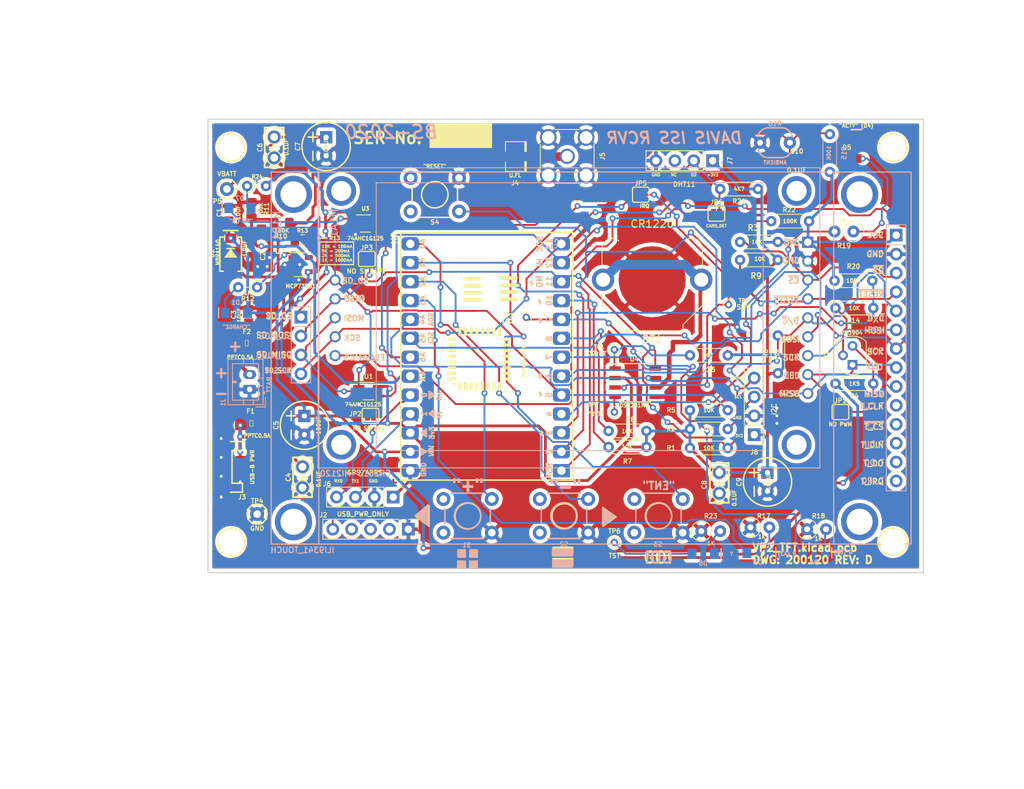
<source format=kicad_pcb>
(kicad_pcb (version 20171130) (host pcbnew "(5.1.5)-3")
  (title_block (title VP2_TFT) (date 2019-04-06) (rev A) (company KD6VKF))
  (layers (0 F.Cu signal) (31 B.Cu signal) (34 B.Paste user) (35 F.Paste user) (36 B.SilkS user) (37 F.SilkS user) (38 B.Mask user) (39 F.Mask user) (44 Edge.Cuts user))
  (net 0 "")
  (net 1 +3V3)
  (net 2 GND)
  (net 3 SDA)
  (net 4 SCL)
  (net 5 "Net-(M2-Pad8)")
  (net 6 "Net-(M2-Pad10)")
  (net 7 VBUS)
  (net 8 "Net-(D1-PadC)")
  (net 9 +BATT)
  (net 10 "Net-(R12-Pad1)")
  (net 11 "Net-(R13-Pad1)")
  (net 12 PWM)
  (net 13 VBAT)
  (net 14 "Net-(Q1-Pad2)")
  (net 15 "Net-(JP1-Pad2)")
  (net 16 D1)
  (net 17 "Net-(D3-PadC)")
  (net 18 "Net-(D4-PadC)")
  (net 19 D0)
  (net 20 "Net-(J4-PadFEED)")
  (net 21 /MISO)
  (net 22 /SCK)
  (net 23 /MOSI)
  (net 24 "Net-(D5-PadA)")
  (net 25 /~RESET)
  (net 26 /~TFT_DC)
  (net 27 /~TFT_CS)
  (net 28 /~SD_CS)
  (net 29 D2)
  (net 30 /IRQ)
  (net 31 /CD)
  (net 32 /TFT_LED)
  (net 33 "Net-(F2-Pad1)")
  (net 34 "Net-(M2-Pad4)")
  (net 35 "Net-(BT1-Pad1)")
  (net 36 /SD_MISO)
  (net 37 /SD_MOSI)
  (net 38 "Net-(D6-PadC)")
  (net 39 "Net-(D6-PadA)")
  (net 40 /SENSOR)
  (net 41 LED_R)
  (net 42 LED_G)
  (net 43 /Vin)
  (net 44 "Net-(TP7-Pad1)")
  (net 45 "Net-(D7-PadA)")
  (net 46 /PB1)
  (net 47 /PB3)
  (net 48 /PB2)
  (net 49 "Net-(R25-Pad2)")
  (module Resistor_THT:R_Axial_DIN0204_L3.6mm_D1.6mm_P5.08mm_Horizontal (layer F.Cu) (at 171.45 107.95 180)
    (fp_text reference R25 (at 2.54 -1.92) (layer F.SilkS) (effects (font (size 0.6096 0.6096))))
    (fp_text value DNI (at 2.667 0) (layer F.SilkS) (effects (font (size 0.508 0.508) (thickness 0.127))))
    (pad 2 thru_hole oval (at 5.08 0 180) (size 1.4 1.4) (drill 0.7) (layers *.Cu *.Mask) (net 49 "Net-(R25-Pad2)"))
    (pad 1 thru_hole circle (at 0 0 180) (size 1.4 1.4) (drill 0.7) (layers *.Cu *.Mask) (net 1 +3V3))
  )
  (module Resistor_THT:R_Axial_DIN0204_L3.6mm_D1.6mm_P5.08mm_Horizontal (layer F.Cu) (at 178.181 95.123 180)
    (fp_text reference R9 (at 2.921 -2.159) (layer F.SilkS) (effects (font (size 0.762 0.762))))
    (fp_text value 10K (at 2.413 0.127) (layer F.SilkS) (effects (font (size 0.508 0.508) (thickness 0.127))))
    (pad 2 thru_hole oval (at 5.08 0 180) (size 1.4 1.4) (drill 0.7) (layers *.Cu *.Mask) (net 25 /~RESET))
    (pad 1 thru_hole circle (at 0 0 180) (size 1.4 1.4) (drill 0.7) (layers *.Cu *.Mask) (net 1 +3V3))
  )
  (module Resistor_THT:R_Axial_DIN0204_L3.6mm_D1.6mm_P5.08mm_Horizontal (layer F.Cu) (at 178.181 92.71 180)
    (fp_text reference R3 (at 3.302 1.905) (layer F.SilkS) (effects (font (size 0.762 0.762))))
    (fp_text value 10K (at 2.794 0) (layer F.SilkS) (effects (font (size 0.508 0.508) (thickness 0.09525))))
    (pad 2 thru_hole oval (at 5.08 0 180) (size 1.4 1.4) (drill 0.7) (layers *.Cu *.Mask) (net 27 /~TFT_CS))
    (pad 1 thru_hole circle (at 0 0 180) (size 1.4 1.4) (drill 0.7) (layers *.Cu *.Mask) (net 1 +3V3))
  )
  (module Battery:BatteryHolder_Keystone_3001_1x12mm (layer F.Cu) (at 161.29 97.79 180)
    (fp_text reference BT1 (at 0 -8) (layer F.SilkS))
    (fp_text value CR1220 (at 0 7.5) (layer F.SilkS))
    (pad 2 smd circle (at 0 0 180) (size 9 9) (layers F.Cu F.Mask) (net 2 GND))
    (pad 1 thru_hole circle (at 6.6 0 180) (size 3 3) (drill 1.9) (layers *.Cu *.Mask) (net 35 "Net-(BT1-Pad1)"))
    (pad 1 thru_hole circle (at -6.6 0 180) (size 3 3) (drill 1.9) (layers *.Cu *.Mask) (net 35 "Net-(BT1-Pad1)"))
  )
  (module Connector_PinHeader_2.54mm:PinHeader_1x05_P2.54mm_Vertical (layer F.Cu) (at 128.524 131.318 270)
    (fp_text reference J2 (at -1.905 11.43) (layer F.SilkS) (effects (font (size 0.6096 0.6096) (thickness 0.127))))
    (fp_text value USB_PWR_ONLY (at -2.032 6.096 180) (layer F.SilkS) (effects (font (size 0.6096 0.6096) (thickness 0.127))))
    (pad 5 thru_hole oval (at 0 10.16 270) (size 1.7 1.7) (drill 1) (layers *.Cu *.Mask) (net 43 /Vin))
    (pad 4 thru_hole oval (at 0 7.62 270) (size 1.7 1.7) (drill 1) (layers *.Cu *.Mask))
    (pad 3 thru_hole oval (at 0 5.08 270) (size 1.7 1.7) (drill 1) (layers *.Cu *.Mask))
    (pad 2 thru_hole oval (at 0 2.54 270) (size 1.7 1.7) (drill 1) (layers *.Cu *.Mask))
    (pad 1 thru_hole rect (at 0 0 270) (size 1.7 1.7) (drill 1) (layers *.Cu *.Mask) (net 2 GND))
  )
  (module Resistor_THT:R_Axial_DIN0207_L6.3mm_D2.5mm_P2.54mm_Vertical (layer F.Cu) (at 188.341 91.313 180)
    (fp_text reference R19 (at 1.27 -1.905) (layer F.SilkS) (effects (font (size 0.635 0.635) (thickness 0.127))))
    (fp_text value 1K (at 1.524 1.524) (layer F.SilkS) (effects (font (size 0.508 0.508) (thickness 0.127))))
    (pad 2 thru_hole oval (at 2.54 0 180) (size 1.6 1.6) (drill 0.8) (layers *.Cu *.Mask) (net 34 "Net-(M2-Pad4)"))
    (pad 1 thru_hole circle (at 0 0 180) (size 1.6 1.6) (drill 0.8) (layers *.Cu *.Mask) (net 24 "Net-(D5-PadA)"))
  )
  (module Resistor_THT:R_Axial_DIN0204_L3.6mm_D1.6mm_P2.54mm_Vertical (layer F.Cu) (at 106.8578 85.1916)
    (fp_text reference R24 (at 1.3462 -1.2446) (layer F.SilkS) (effects (font (size 0.508 0.508) (thickness 0.127))))
    (fp_text value 1K (at 1.3462 -0.6096) (layer F.SilkS) (effects (font (size 0.381 0.381) (thickness 0.09525))))
    (pad 2 thru_hole oval (at 2.54 0) (size 1.4 1.4) (drill 0.7) (layers *.Cu *.Mask) (net 1 +3V3))
    (pad 1 thru_hole circle (at 0 0) (size 1.4 1.4) (drill 0.7) (layers *.Cu *.Mask) (net 45 "Net-(D7-PadA)"))
  )
  (module VP2_TFT_1:MoteinoM6 (layer F.Cu) (at 150.622 124.714 90)
    (fp_text reference M2 (at 32.512 -24.003 90) (layer F.SilkS) (effects (font (size 0.762 0.762) (thickness 0.127))))
    (fp_text value Moteino_M6 (at 16.002 -6.604 90) (layer F.SilkS) (effects (font (size 0.508 0.508) (thickness 0.127))))
    (fp_text user SCK (at 31.75 -4.445 90) (layer B.SilkS) (effects (font (size 0.762 0.762)) (justify mirror)))
    (fp_text user MI (at 29.21 -4.445 90) (layer B.SilkS) (effects (font (size 0.762 0.762)) (justify mirror)))
    (fp_text user SK (at 31.77032 -1.94056 90) (layer B.SilkS) (effects (font (size 0.762 0.762)) (justify mirror)))
    (fp_text user 12 (at 29.21 -3.175 90) (layer B.SilkS) (effects (font (size 0.762 0.762)) (justify mirror)))
    (fp_text user 13 (at 31.75 -3.175 90) (layer B.SilkS) (effects (font (size 0.762 0.762)) (justify mirror)))
    (fp_text user SDA (at 21.59 -19.05 90) (layer F.SilkS) (effects (font (size 0.635 0.635))))
    (fp_text user SCL (at 19.05 -19.05 90) (layer F.SilkS) (effects (font (size 0.635 0.635))))
    (fp_text user 2 (at 3.81 -3.175 90) (layer B.SilkS) (effects (font (size 0.762 0.762)) (justify mirror)))
    (fp_text user 6 (at 13.97 -3.175 90) (layer B.SilkS) (effects (font (size 0.762 0.762)) (justify mirror)))
    (fp_text user 7 (at 16.51 -3.175 90) (layer B.SilkS) (effects (font (size 0.762 0.762)) (justify mirror)))
    (fp_text user 3 (at 6.35 -3.175 90) (layer B.SilkS) (effects (font (size 0.762 0.762)) (justify mirror)))
    (fp_text user 4 (at 8.89 -3.175 90) (layer B.SilkS) (effects (font (size 0.762 0.762)) (justify mirror)))
    (fp_text user 5 (at 11.43 -3.175 90) (layer B.SilkS) (effects (font (size 0.762 0.762)) (justify mirror)))
    (fp_text user RST (at 1.27 -3.175 90) (layer B.SilkS) (effects (font (size 0.762 0.762)) (justify mirror)))
    (fp_text user MO (at 26.67 -4.445 90) (layer B.SilkS) (effects (font (size 0.762 0.762)) (justify mirror)))
    (fp_text user 8 (at 18.9738 -3.1496 90) (layer B.SilkS) (effects (font (size 0.762 0.762)) (justify mirror)))
    (fp_text user 9 (at 21.59 -3.175 90) (layer B.SilkS) (effects (font (size 0.762 0.762)) (justify mirror)))
    (fp_text user 10 (at 24.13 -3.175 90) (layer B.SilkS) (effects (font (size 0.762 0.762)) (justify mirror)))
    (fp_text user 11 (at 26.67 -3.175 90) (layer B.SilkS) (effects (font (size 0.762 0.762)) (justify mirror)))
    (fp_text user TX (at 8.763 -17.907 90) (layer B.SilkS) (effects (font (size 0.635 0.635)) (justify mirror)))
    (fp_text user RX (at 11.303 -17.907 90) (layer B.SilkS) (effects (font (size 0.635 0.635))))
    (fp_text user VIN (at 3.9116 -19.0246 90) (layer B.SilkS) (effects (font (size 0.635 0.635) (thickness 0.127)) (justify mirror)))
    (fp_text user 1 (at 8.89 -19.9898 90) (layer B.SilkS) (effects (font (size 0.762 0.762)) (justify mirror)))
    (fp_text user GND (at 1.397 -20.0406 90) (layer B.SilkS) (effects (font (size 0.635 0.635)) (justify mirror)))
    (fp_text user 0 (at 11.43 -19.9898 90) (layer B.SilkS) (effects (font (size 0.762 0.762)) (justify mirror)))
    (fp_text user 3v3 (at 6.35 -18.923 90) (layer B.SilkS) (effects (font (size 0.635 0.635)) (justify mirror)))
    (fp_text user A1 (at 29.21 -20.32 90) (layer B.SilkS) (effects (font (size 0.762 0.762) (thickness 0.127)) (justify mirror)))
    (fp_text user A2 (at 26.67 -20.193 90) (layer F.SilkS) (effects (font (size 0.762 0.762))))
    (fp_text user A0 (at 31.75 -20.193 90) (layer B.SilkS) (effects (font (size 0.762 0.762) (thickness 0.127)) (justify mirror)))
    (fp_text user A6 (at 16.51 -20.193 90) (layer F.SilkS) (effects (font (size 0.762 0.762))))
    (fp_text user A5 (at 19.05 -20.193 90) (layer F.SilkS) (effects (font (size 0.762 0.762))))
    (fp_text user A4 (at 21.59 -20.193 90) (layer F.SilkS) (effects (font (size 0.762 0.762))))
    (fp_text user A3 (at 24.13 -20.193 90) (layer F.SilkS) (effects (font (size 0.762 0.762))))
    (fp_text user A7 (at 13.97 -20.193 90) (layer B.SilkS) (effects (font (size 0.762 0.762)) (justify mirror)))
    (fp_text user GND (at 1.397 -20.066 90) (layer F.SilkS) (effects (font (size 0.635 0.635))))
    (fp_text user VIN (at 3.9116 -19.0246 90) (layer F.SilkS) (effects (font (size 0.635 0.635) (thickness 0.127))))
    (fp_text user 3v3 (at 6.35 -18.923 90) (layer F.SilkS) (effects (font (size 0.635 0.635))))
    (fp_text user 1 (at 8.89 -19.9898 90) (layer F.SilkS) (effects (font (size 0.635 0.635))))
    (fp_text user 0 (at 11.43 -19.9898 90) (layer F.SilkS) (effects (font (size 0.635 0.635))))
    (fp_text user A7 (at 13.97 -20.193 90) (layer F.SilkS) (effects (font (size 0.762 0.762))))
    (fp_text user A6 (at 16.51 -20.193 90) (layer B.SilkS) (effects (font (size 0.762 0.762)) (justify mirror)))
    (fp_text user TX (at 8.763 -17.907 90) (layer F.SilkS) (effects (font (size 0.635 0.635))))
    (fp_text user RX (at 11.303 -17.907 90) (layer F.SilkS) (effects (font (size 0.635 0.635))))
    (fp_text user RST (at 1.27 -3.175 90) (layer F.SilkS) (effects (font (size 0.762 0.762))))
    (fp_text user MO (at 26.67 -4.445 90) (layer F.SilkS) (effects (font (size 0.762 0.762))))
    (fp_text user MI (at 29.21 -4.445 90) (layer F.SilkS) (effects (font (size 0.762 0.762))))
    (fp_text user SCK (at 31.75 -4.445 90) (layer F.SilkS) (effects (font (size 0.762 0.762))))
    (fp_text user SCL (at 19.05 -19.05 90) (layer B.SilkS) (effects (font (size 0.635 0.635)) (justify mirror)))
    (fp_text user SDA (at 21.59 -19.05 90) (layer B.SilkS) (effects (font (size 0.635 0.635)) (justify mirror)))
    (fp_text user A5 (at 19.05 -20.193 90) (layer B.SilkS) (effects (font (size 0.762 0.762)) (justify mirror)))
    (fp_text user A4 (at 21.59 -20.193 90) (layer B.SilkS) (effects (font (size 0.762 0.762)) (justify mirror)))
    (fp_text user A3 (at 24.13 -20.193 90) (layer B.SilkS) (effects (font (size 0.762 0.762)) (justify mirror)))
    (fp_text user A2 (at 26.67 -20.193 90) (layer B.SilkS) (effects (font (size 0.762 0.762)) (justify mirror)))
    (fp_text user A1 (at 29.21 -20.32 90) (layer F.SilkS) (effects (font (size 0.762 0.762) (thickness 0.127))))
    (fp_text user A0 (at 31.75 -20.193 90) (layer F.SilkS) (effects (font (size 0.762 0.762) (thickness 0.127))))
    (fp_text user 2 (at 3.81 -3.175 90) (layer F.SilkS) (effects (font (size 0.762 0.762))))
    (fp_text user 3 (at 6.35 -3.175 90) (layer F.SilkS) (effects (font (size 0.762 0.762))))
    (fp_text user 4 (at 8.89 -3.175 90) (layer F.SilkS) (effects (font (size 0.762 0.762))))
    (fp_text user 5 (at 11.43 -3.175 90) (layer F.SilkS) (effects (font (size 0.762 0.762))))
    (fp_text user 6 (at 13.97 -3.175 90) (layer F.SilkS) (effects (font (size 0.762 0.762))))
    (fp_text user 7 (at 16.51 -3.175 90) (layer F.SilkS) (effects (font (size 0.762 0.762))))
    (fp_text user 8 (at 19.05 -3.175 90) (layer F.SilkS) (effects (font (size 0.762 0.762))))
    (fp_text user 9 (at 21.59 -3.175 90) (layer F.SilkS) (effects (font (size 0.762 0.762))))
    (fp_text user 10 (at 24.13 -3.175 90) (layer F.SilkS) (effects (font (size 0.762 0.762))))
    (fp_text user 11 (at 26.67 -3.175 90) (layer F.SilkS) (effects (font (size 0.762 0.762))))
    (fp_text user 12 (at 29.21 -3.175 90) (layer F.SilkS) (effects (font (size 0.762 0.762))))
    (fp_text user 13 (at 31.75 -3.175 90) (layer F.SilkS) (effects (font (size 0.762 0.762))))
    (pad 1 thru_hole rect (at 1.27 -1.524 90) (size 1.778 2.286) (drill 1.143) (layers *.Cu *.Mask) (net 25 /~RESET))
    (pad 2 thru_hole roundrect (at 3.81 -1.524 90) (size 1.778 2.286) (drill 1.143) (layers *.Cu *.Mask) (net 29 D2))
    (pad 3 thru_hole roundrect (at 6.35 -1.524 90) (size 1.778 2.286) (drill 1.143) (layers *.Cu *.Mask) (net 12 PWM))
    (pad 4 thru_hole roundrect (at 8.89 -1.524 90) (size 1.778 2.286) (drill 1.143) (layers *.Cu *.Mask) (net 34 "Net-(M2-Pad4)"))
    (pad 5 thru_hole roundrect (at 11.43 -1.524 90) (size 1.778 2.286) (drill 1.143) (layers *.Cu *.Mask) (net 28 /~SD_CS))
    (pad 6 thru_hole roundrect (at 13.97 -1.524 90) (size 1.778 2.286) (drill 1.143) (layers *.Cu *.Mask) (net 26 /~TFT_DC))
    (pad 7 thru_hole roundrect (at 16.51 -1.524 90) (size 1.778 2.286) (drill 1.143) (layers *.Cu *.Mask) (net 27 /~TFT_CS))
    (pad 8 thru_hole roundrect (at 19.05 -1.524 90) (size 1.778 2.286) (drill 1.143) (layers *.Cu *.Mask) (net 5 "Net-(M2-Pad8)"))
    (pad 9 thru_hole roundrect (at 21.59 -1.524 90) (size 1.778 2.286) (drill 1.143) (layers *.Cu *.Mask) (net 42 LED_G))
    (pad 10 thru_hole roundrect (at 24.13 -1.524 90) (size 1.778 2.286) (drill 1.143) (layers *.Cu *.Mask) (net 6 "Net-(M2-Pad10)"))
    (pad 11 thru_hole roundrect (at 26.67 -1.524 90) (size 1.778 2.286) (drill 1.143) (layers *.Cu *.Mask) (net 23 /MOSI))
    (pad 12 thru_hole roundrect (at 29.21 -1.524 90) (size 1.778 2.286) (drill 1.143) (layers *.Cu *.Mask) (net 21 /MISO))
    (pad 13 thru_hole roundrect (at 31.75 -1.524 90) (size 1.778 2.286) (drill 1.143) (layers *.Cu *.Mask) (net 22 /SCK))
    (pad 14 thru_hole roundrect (at 31.75 -21.844 90) (size 1.778 2.286) (drill 1.143) (layers *.Cu *.Mask) (net 46 /PB1))
    (pad 15 thru_hole roundrect (at 29.21 -21.844 90) (size 1.778 2.286) (drill 1.143) (layers *.Cu *.Mask) (net 47 /PB3))
    (pad 16 thru_hole roundrect (at 26.67 -21.844 90) (size 1.778 2.286) (drill 1.143) (layers *.Cu *.Mask) (net 48 /PB2))
    (pad 17 thru_hole roundrect (at 24.13 -21.844 90) (size 1.778 2.286) (drill 1.143) (layers *.Cu *.Mask) (net 41 LED_R))
    (pad 18 thru_hole roundrect (at 21.59 -21.844 90) (size 1.778 2.286) (drill 1.143) (layers *.Cu *.Mask) (net 3 SDA))
    (pad 19 thru_hole roundrect (at 19.05 -21.844 90) (size 1.778 2.286) (drill 1.143) (layers *.Cu *.Mask) (net 4 SCL))
    (pad 20 thru_hole roundrect (at 16.51 -21.844 90) (size 1.778 2.286) (drill 1.143) (layers *.Cu *.Mask) (net 40 /SENSOR))
    (pad 21 thru_hole roundrect (at 13.97 -21.844 90) (size 1.778 2.286) (drill 1.143) (layers *.Cu *.Mask) (net 13 VBAT))
    (pad 22 thru_hole roundrect (at 11.43 -21.844 90) (size 1.778 2.286) (drill 1.143) (layers *.Cu *.Mask) (net 19 D0))
    (pad 23 thru_hole roundrect (at 8.89 -21.844 90) (size 1.778 2.286) (drill 1.143) (layers *.Cu *.Mask) (net 16 D1))
    (pad 24 thru_hole roundrect (at 6.35 -21.844 90) (size 1.778 2.286) (drill 1.143) (layers *.Cu *.Mask) (net 1 +3V3))
    (pad 25 thru_hole roundrect (at 3.81 -21.844 90) (size 1.778 2.286) (drill 1.143) (layers *.Cu *.Mask) (net 7 VBUS))
    (pad 26 thru_hole roundrect (at 1.27 -21.844 90) (size 1.778 2.286) (drill 1.143) (layers *.Cu *.Mask) (net 2 GND))
  )
  (module Resistor_THT:R_Axial_DIN0207_L6.3mm_D2.5mm_P2.54mm_Vertical (layer F.Cu) (at 182.118 131.318)
    (fp_text reference R18 (at 1.524 -1.778) (layer F.SilkS) (effects (font (size 0.6096 0.6096) (thickness 0.127))))
    (fp_text value 1K (at 1.524 1.27) (layer F.SilkS) (effects (font (size 0.508 0.508) (thickness 0.127))))
    (pad 2 thru_hole oval (at 2.54 0) (size 1.6 1.6) (drill 0.8) (layers *.Cu *.Mask) (net 18 "Net-(D4-PadC)"))
    (pad 1 thru_hole circle (at 0 0) (size 1.6 1.6) (drill 0.8) (layers *.Cu *.Mask) (net 2 GND))
  )
  (module Resistor_THT:R_Axial_DIN0207_L6.3mm_D2.5mm_P2.54mm_Vertical (layer F.Cu) (at 174.498 131.064)
    (fp_text reference R17 (at 1.778 -1.524) (layer F.SilkS) (effects (font (size 0.6096 0.6096) (thickness 0.127))))
    (fp_text value 1K (at 1.524 1.27) (layer F.SilkS) (effects (font (size 0.508 0.508) (thickness 0.127))))
    (pad 2 thru_hole oval (at 2.54 0) (size 1.6 1.6) (drill 0.8) (layers *.Cu *.Mask) (net 17 "Net-(D3-PadC)"))
    (pad 1 thru_hole circle (at 0 0) (size 1.6 1.6) (drill 0.8) (layers *.Cu *.Mask) (net 2 GND))
  )
  (module Resistor_THT:R_Axial_DIN0204_L3.6mm_D1.6mm_P2.54mm_Vertical (layer F.Cu) (at 108.204 98.806 180)
    (fp_text reference R12 (at 1.27 -1.524 180) (layer F.SilkS) (effects (font (size 0.6096 0.6096) (thickness 0.127))))
    (fp_text value 1K (at 1.27 -0.762 180) (layer F.SilkS) (effects (font (size 0.508 0.508) (thickness 0.127))))
    (pad 2 thru_hole oval (at 2.54 0 180) (size 1.4 1.4) (drill 0.7) (layers *.Cu *.Mask) (net 8 "Net-(D1-PadC)"))
    (pad 1 thru_hole circle (at 0 0 180) (size 1.4 1.4) (drill 0.7) (layers *.Cu *.Mask) (net 10 "Net-(R12-Pad1)"))
  )
  (module Resistor_SMD:R_0805_2012Metric_Pad1.15x1.40mm_HandSolder (layer F.Cu) (at 114.3 92.456)
    (fp_text reference R13 (at 4.318 -0.254 180) (layer F.SilkS) (effects (font (size 0.508 0.508) (thickness 0.127))))
    (fp_text value R13 (at 0 -1.27 180) (layer F.SilkS) (effects (font (size 0.508 0.508) (thickness 0.127))))
    (pad 2 smd roundrect (at 1.025 0) (size 1.15 1.4) (layers F.Cu F.Paste F.Mask) (roundrect_rratio 0.217391) (net 2 GND))
    (pad 1 smd roundrect (at -1.025 0) (size 1.15 1.4) (layers F.Cu F.Paste F.Mask) (roundrect_rratio 0.217391) (net 11 "Net-(R13-Pad1)"))
  )
  (module Resistor_SMD:R_0805_2012Metric_Pad1.15x1.40mm_HandSolder (layer F.Cu) (at 111.506 90.17 180)
    (fp_text reference R10 (at 0.127 -1.778 180) (layer F.SilkS) (effects (font (size 0.6096 0.6096) (thickness 0.127))))
    (fp_text value 100K (at 0 -1.016 180) (layer F.SilkS) (effects (font (size 0.508 0.508) (thickness 0.127))))
    (pad 2 smd roundrect (at 1.025 0 180) (size 1.15 1.4) (layers F.Cu F.Paste F.Mask) (roundrect_rratio 0.217391) (net 13 VBAT))
    (pad 1 smd roundrect (at -1.025 0 180) (size 1.15 1.4) (layers F.Cu F.Paste F.Mask) (roundrect_rratio 0.217391) (net 9 +BATT))
  )
  (module Resistor_SMD:R_0805_2012Metric_Pad1.15x1.40mm_HandSolder (layer F.Cu) (at 107.442 88.401 90)
    (fp_text reference R11 (at 0.136 2.032 90) (layer F.SilkS) (effects (font (size 0.6096 0.6096) (thickness 0.127))))
    (fp_text value 100K (at 0.009 1.27 90) (layer F.SilkS) (effects (font (size 0.508 0.508) (thickness 0.127))))
    (pad 2 smd roundrect (at 1.025 0 90) (size 1.15 1.4) (layers F.Cu F.Paste F.Mask) (roundrect_rratio 0.217391) (net 2 GND))
    (pad 1 smd roundrect (at -1.025 0 90) (size 1.15 1.4) (layers F.Cu F.Paste F.Mask) (roundrect_rratio 0.217391) (net 13 VBAT))
  )
  (module TestPoint:TestPoint_THTPad_D1.0mm_Drill0.5mm (layer F.Cu) (at 156.21 115.57)
    (fp_text reference TP7 (at -2.794 -1.016) (layer F.SilkS) (effects (font (size 0.508 0.508) (thickness 0.127))))
    (fp_text value /RST (at -2.794 0.254) (layer F.SilkS) (effects (font (size 0.508 0.508) (thickness 0.127))))
    (pad 1 thru_hole circle (at 0 0) (size 1 1) (drill 0.5) (layers *.Cu *.Mask) (net 44 "Net-(TP7-Pad1)"))
  )
  (module TestPoint:TestPoint_THTPad_D1.0mm_Drill0.5mm (layer F.Cu) (at 156.21 133.096)
    (fp_text reference TP6 (at 0 -1.524) (layer F.SilkS) (effects (font (size 0.6096 0.6096) (thickness 0.127))))
    (fp_text value TST (at 0 1.778) (layer F.SilkS) (effects (font (size 0.6096 0.6096) (thickness 0.127))))
    (pad 1 thru_hole circle (at 0 0) (size 1 1) (drill 0.5) (layers *.Cu *.Mask) (net 39 "Net-(D6-PadA)"))
  )
  (module TestPoint:TestPoint_THTPad_D1.0mm_Drill0.5mm (layer F.Cu) (at 144.373601 102.844601)
    (fp_text reference TP3 (at -2.387601 -0.228601) (layer F.SilkS) (effects (font (size 0.508 0.508) (thickness 0.127))))
    (fp_text value LED (at -2.514601 0.533399) (layer F.SilkS) (effects (font (size 0.508 0.508) (thickness 0.127))))
    (pad 1 thru_hole circle (at 0 0) (size 1 1) (drill 0.5) (layers *.Cu *.Mask) (net 42 LED_G))
  )
  (module TestPoint:TestPoint_THTPad_D1.0mm_Drill0.5mm (layer F.Cu) (at 171.5516 101.1428)
    (fp_text reference TP2 (at 2.0574 -0.5588) (layer F.SilkS) (effects (font (size 0.508 0.508) (thickness 0.127))))
    (fp_text value SQW (at 2.0574 0.3302) (layer F.SilkS) (effects (font (size 0.6096 0.6096) (thickness 0.127))))
    (pad 1 thru_hole circle (at 0 0) (size 1 1) (drill 0.5) (layers *.Cu *.Mask) (net 30 /IRQ))
  )
  (module TestPoint:TestPoint_THTPad_D1.0mm_Drill0.5mm (layer F.Cu) (at 156.21 107.188)
    (fp_text reference TP1 (at -2.032 -0.381) (layer F.SilkS) (effects (font (size 0.508 0.508) (thickness 0.127))))
    (fp_text value 32kHZ (at -2.286 0.508) (layer F.SilkS) (effects (font (size 0.508 0.508) (thickness 0.127))))
    (pad 1 thru_hole circle (at 0 0) (size 1 1) (drill 0.5) (layers *.Cu *.Mask) (net 49 "Net-(R25-Pad2)"))
  )
  (module Package_TO_SOT_SMD:SOT-353_SC-70-5_Handsoldering (layer F.Cu) (at 122.7455 90.2335)
    (fp_text reference U3 (at 0 -2) (layer F.SilkS) (effects (font (size 0.508 0.508) (thickness 0.127))))
    (fp_text value 74AHC1G125 (at 0 2 180) (layer F.SilkS) (effects (font (size 0.508 0.508) (thickness 0.127))))
    (pad 1 smd rect (at -1.33 -0.65) (size 1.5 0.4) (layers F.Cu F.Paste F.Mask) (net 28 /~SD_CS))
    (pad 2 smd rect (at -1.33 0) (size 1.5 0.4) (layers F.Cu F.Paste F.Mask) (net 23 /MOSI))
    (pad 3 smd rect (at -1.33 0.65) (size 1.5 0.4) (layers F.Cu F.Paste F.Mask) (net 2 GND))
    (pad 4 smd rect (at 1.33 0.65) (size 1.5 0.4) (layers F.Cu F.Paste F.Mask) (net 37 /SD_MOSI))
    (pad 5 smd rect (at 1.33 -0.65) (size 1.5 0.4) (layers F.Cu F.Paste F.Mask) (net 1 +3V3))
  )
  (module Package_TO_SOT_SMD:SOT-353_SC-70-5_Handsoldering (layer F.Cu) (at 123.19 112.776)
    (fp_text reference U1 (at 0 -2) (layer F.SilkS) (effects (font (size 0.6096 0.6096) (thickness 0.127))))
    (fp_text value 74AHC1G125 (at -0.762 1.778 180) (layer F.SilkS) (effects (font (size 0.508 0.508) (thickness 0.127))))
    (pad 1 smd rect (at -1.33 -0.65) (size 1.5 0.4) (layers F.Cu F.Paste F.Mask) (net 28 /~SD_CS))
    (pad 2 smd rect (at -1.33 0) (size 1.5 0.4) (layers F.Cu F.Paste F.Mask) (net 36 /SD_MISO))
    (pad 3 smd rect (at -1.33 0.65) (size 1.5 0.4) (layers F.Cu F.Paste F.Mask) (net 2 GND))
    (pad 4 smd rect (at 1.33 0.65) (size 1.5 0.4) (layers F.Cu F.Paste F.Mask) (net 21 /MISO))
    (pad 5 smd rect (at 1.33 -0.65) (size 1.5 0.4) (layers F.Cu F.Paste F.Mask) (net 1 +3V3))
  )
  (module STAND-OFF (layer F.Cu) (at 193.675 133.027501)
    (fp_text reference H1 hide)
    (fp_text value STAND-OFF hide)
    (pad "" np_thru_hole circle (at 0 0) (size 3.302 3.302) (drill 3.302) (layers *.Cu *.Mask))
  )
  (module LED-1206 (layer B.Cu) (at 168.148 134.62)
    (fp_text reference D6 (at 0 1.27) (layer B.SilkS) (effects (font (size 0.6096 0.6096) (thickness 0.127)) (justify mirror)))
    (fp_text value Y (at 3.81 0) (layer B.SilkS) (effects (font (size 0.508 0.508) (thickness 0.127)) (justify mirror)))
    (pad A smd rect (at -1.4986 0) (size 1.19888 1.39954) (layers B.Cu B.Paste B.Mask) (net 39 "Net-(D6-PadA)"))
    (pad C smd rect (at 1.4986 0) (size 1.19888 1.39954) (layers B.Cu B.Paste B.Mask) (net 38 "Net-(D6-PadC)"))
  )
  (module Connectors:1X01 (layer F.Cu) (at 104.14 85.598 270)
    (fp_text reference TP5 (at 1.651 1.524 180) (layer F.SilkS) (effects (font (size 0.6096 0.6096) (thickness 0.127))))
    (fp_text value VBATT (at -2.032 0 180) (layer F.SilkS) (effects (font (size 0.6096 0.6096) (thickness 0.127))))
    (pad 1 thru_hole circle (at 0 0 270) (size 1.8796 1.8796) (drill 1.016) (layers *.Cu *.Mask) (net 9 +BATT))
  )
  (module Connectors:1X01 (layer F.Cu) (at 108.204 129.286)
    (fp_text reference TP4 (at 0 -1.778) (layer F.SilkS) (effects (font (size 0.6096 0.6096) (thickness 0.127))))
    (fp_text value GND (at 0 1.905) (layer F.SilkS) (effects (font (size 0.6096 0.6096) (thickness 0.127))))
    (pad 1 thru_hole circle (at 0 0) (size 1.8796 1.8796) (drill 1.016) (layers *.Cu *.Mask) (net 2 GND))
  )
  (module TFT:ILI9341_TFT_TOUCH (layer B.Cu) (at 196.088 83.312 180)
    (fp_text reference M1B1 (at 85.217 -7.239 270) (layer B.SilkS) (effects (justify mirror)))
    (fp_text value ILI9341_TOUCH (at 81.788 -50.8 180) (layer B.SilkS) (effects (font (size 0.762 0.762)) (justify mirror)))
    (fp_text user VCC (at 4.826 -8.509 180) (layer B.SilkS) (effects (font (size 0.762 0.762)) (justify mirror)))
    (fp_text user GND (at 4.782286 -10.952818 180) (layer B.SilkS) (effects (font (size 0.762 0.762)) (justify mirror)))
    (fp_text user ~CS (at 4.365 -13.175976 180) (layer B.SilkS) (effects (font (size 0.762 0.762)) (justify mirror)))
    (fp_text user ~RESET (at 5.344714 -16.415134 180) (layer B.SilkS) (effects (font (size 0.762 0.762)) (justify mirror)))
    (fp_text user D/~C (at 4.782286 -19.685 180) (layer B.SilkS) (effects (font (size 0.762 0.762)) (justify mirror)))
    (fp_text user MOSI (at 4.873 -21.21811 180) (layer B.SilkS) (effects (font (size 0.762 0.762)) (justify mirror)))
    (fp_text user SCK (at 4.746 -24.051928 180) (layer B.SilkS) (effects (font (size 0.762 0.762)) (justify mirror)))
    (fp_text user LED (at 4.782286 -26.123746 180) (layer B.SilkS) (effects (font (size 0.762 0.762)) (justify mirror)))
    (fp_text user MISO (at 4.953 -29.845 180) (layer B.SilkS) (effects (font (size 0.762 0.762)) (justify mirror)))
    (fp_text user T_CLK (at 5.272143 -31.410382 180) (layer B.SilkS) (effects (font (size 0.762 0.762)) (justify mirror)))
    (fp_text user ~T_CS (at 4.945571 -34.14154 180) (layer B.SilkS) (effects (font (size 0.762 0.762)) (justify mirror)))
    (fp_text user T_DIN (at 5.163286 -36.594358 180) (layer B.SilkS) (effects (font (size 0.762 0.762)) (justify mirror)))
    (fp_text user T_DO (at 4.981857 -39.047176 180) (layer B.SilkS) (effects (font (size 0.762 0.762)) (justify mirror)))
    (fp_text user T_IRQ (at 5.163286 -41.5 180) (layer B.SilkS) (effects (font (size 0.762 0.762)) (justify mirror)))
    (fp_text user SD_CS (at 84.963 -19.431 180) (layer B.SilkS) (effects (font (size 0.762 0.762)) (justify mirror)))
    (fp_text user SD_MOSI (at 85.598 -22.055666 180) (layer B.SilkS) (effects (font (size 0.762 0.762)) (justify mirror)))
    (fp_text user SD_MISO (at 85.598 -24.680332 180) (layer B.SilkS) (effects (font (size 0.762 0.762)) (justify mirror)))
    (fp_text user SD_SCK (at 85.09 -26.67 180) (layer B.SilkS) (effects (font (size 0.635 0.635)) (justify mirror)))
    (fp_text user VCC (at 4.770286 -8.479696) (layer F.SilkS) (effects (font (size 0.762 0.762))))
    (fp_text user GND (at 4.842858 -11.059514) (layer F.SilkS) (effects (font (size 0.762 0.762))))
    (fp_text user ~CS (at 4.425572 -13.282672) (layer F.SilkS) (effects (font (size 0.762 0.762))))
    (fp_text user ~RESET (at 5.405286 -16.52183) (layer F.SilkS) (effects (font (size 0.762 0.762))))
    (fp_text user D/~C (at 4.699 -19.685) (layer F.SilkS) (effects (font (size 0.762 0.762))))
    (fp_text user MOSI (at 4.933572 -21.324806) (layer F.SilkS) (effects (font (size 0.762 0.762))))
    (fp_text user T_DO (at 5.042429 -39.153872) (layer F.SilkS) (effects (font (size 0.762 0.762))))
    (fp_text user T_CLK (at 5.332715 -31.517078) (layer F.SilkS) (effects (font (size 0.762 0.762))))
    (fp_text user T_IRQ (at 5.223858 -41.606696) (layer F.SilkS) (effects (font (size 0.762 0.762))))
    (fp_text user LED (at 4.842858 -26.230442) (layer F.SilkS) (effects (font (size 0.762 0.762))))
    (fp_text user MISO (at 4.953 -29.845) (layer F.SilkS) (effects (font (size 0.762 0.762))))
    (fp_text user SCK (at 4.806572 -24.158624) (layer F.SilkS) (effects (font (size 0.762 0.762))))
    (fp_text user ~T_CS (at 5.006143 -34.248236) (layer F.SilkS) (effects (font (size 0.762 0.762))))
    (fp_text user T_DIN (at 5.223858 -36.701054) (layer F.SilkS) (effects (font (size 0.762 0.762))))
    (fp_text user SD_CS (at 84.963 -19.304) (layer F.SilkS) (effects (font (size 0.762 0.762))))
    (fp_text user SD_MOSI (at 85.598 -21.928666) (layer F.SilkS) (effects (font (size 0.762 0.762))))
    (fp_text user SD_MISO (at 85.598 -24.553332) (layer F.SilkS) (effects (font (size 0.762 0.762))))
    (fp_text user SD_SCK (at 85.09 -26.67) (layer F.SilkS) (effects (font (size 0.635 0.635))))
    (pad 1 thru_hole rect (at 2 -8.49 180) (size 1.7 1.7) (drill 1) (layers *.Cu *.Mask) (net 1 +3V3))
    (pad 2 thru_hole oval (at 2 -11.04 180) (size 1.7 1.7) (drill 1) (layers *.Cu *.Mask) (net 2 GND))
    (pad 3 thru_hole oval (at 2 -13.58 180) (size 1.7 1.7) (drill 1) (layers *.Cu *.Mask) (net 27 /~TFT_CS))
    (pad 4 thru_hole oval (at 2 -16.12 180) (size 1.7 1.7) (drill 1) (layers *.Cu *.Mask) (net 25 /~RESET))
    (pad 5 thru_hole oval (at 2 -18.66 180) (size 1.7 1.7) (drill 1) (layers *.Cu *.Mask) (net 26 /~TFT_DC))
    (pad 6 thru_hole oval (at 2 -21.2 180) (size 1.7 1.7) (drill 1) (layers *.Cu *.Mask) (net 23 /MOSI))
    (pad 7 thru_hole oval (at 2 -23.74 180) (size 1.7 1.7) (drill 1) (layers *.Cu *.Mask) (net 22 /SCK))
    (pad 8 thru_hole oval (at 2 -26.28 180) (size 1.7 1.7) (drill 1) (layers *.Cu *.Mask) (net 32 /TFT_LED))
    (pad 9 thru_hole oval (at 2 -28.82 180) (size 1.7 1.7) (drill 1) (layers *.Cu *.Mask) (net 21 /MISO))
    (pad 10 thru_hole oval (at 2 -31.36 180) (size 1.7 1.7) (drill 1) (layers *.Cu *.Mask))
    (pad 11 thru_hole oval (at 2 -33.9 180) (size 1.7 1.7) (drill 1) (layers *.Cu *.Mask))
    (pad 12 thru_hole oval (at 2 -36.44 180) (size 1.7 1.7) (drill 1) (layers *.Cu *.Mask))
    (pad 13 thru_hole oval (at 2 -38.98 180) (size 1.7 1.7) (drill 1) (layers *.Cu *.Mask))
    (pad 14 thru_hole oval (at 2 -41.52 180) (size 1.7 1.7) (drill 1) (layers *.Cu *.Mask))
    (pad "" np_thru_hole circle (at 6.92 -3 180) (size 5 5) (drill 3.5) (layers *.Cu *.Mask))
    (pad "" np_thru_hole circle (at 6.92 -47 180) (size 5 5) (drill 3.5) (layers *.Cu *.Mask))
    (pad "" np_thru_hole circle (at 83 -47 180) (size 5 5) (drill 3.5) (layers *.Cu *.Mask))
    (pad "" np_thru_hole circle (at 83 -3 180) (size 5 5) (drill 3.5) (layers *.Cu *.Mask))
    (pad 15 thru_hole rect (at 82 -19.49 180) (size 1.7 1.7) (drill 1) (layers *.Cu *.Mask) (net 28 /~SD_CS))
    (pad 16 thru_hole oval (at 82 -22.04 180) (size 1.7 1.7) (drill 1) (layers *.Cu *.Mask) (net 37 /SD_MOSI))
    (pad 17 thru_hole oval (at 82 -24.58 180) (size 1.7 1.7) (drill 1) (layers *.Cu *.Mask) (net 36 /SD_MISO))
    (pad 18 thru_hole oval (at 82 -27.12 180) (size 1.7 1.7) (drill 1) (layers *.Cu *.Mask) (net 22 /SCK))
  )
  (module Jumpers:SMT-JUMPER_2_NO_SILK (layer F.Cu) (at 122.936 94.996)
    (fp_text reference JP3 (at 0 -1.524) (layer F.SilkS) (effects (font (size 0.6096 0.6096) (thickness 0.127))))
    (fp_text value "NO SI BUFF" (at 0 1.651) (layer F.SilkS) (effects (font (size 0.6096 0.6096) (thickness 0.127))))
    (pad 1 smd rect (at -0.4064 0) (size 0.635 1.27) (layers F.Cu F.Mask) (net 23 /MOSI))
    (pad 2 smd rect (at 0.4064 0) (size 0.635 1.27) (layers F.Cu F.Mask) (net 37 /SD_MOSI))
  )
  (module Package_SO:SOIC-8_3.9x4.9mm_P1.27mm (layer F.Cu) (at 159.004 111.633)
    (fp_text reference U4 (at -0.127 -3.175) (layer F.SilkS) (effects (font (size 0.6096 0.6096) (thickness 0.127))))
    (fp_text value DS3231MZ (at -0.127 3.048) (layer F.SilkS) (effects (font (size 0.508 0.508) (thickness 0.127))))
    (pad 1 smd rect (at -2.7 -1.905) (size 1.55 0.6) (layers F.Cu F.Paste F.Mask) (net 49 "Net-(R25-Pad2)"))
    (pad 2 smd rect (at -2.7 -0.635) (size 1.55 0.6) (layers F.Cu F.Paste F.Mask) (net 1 +3V3))
    (pad 3 smd rect (at -2.7 0.635) (size 1.55 0.6) (layers F.Cu F.Paste F.Mask) (net 30 /IRQ))
    (pad 4 smd rect (at -2.7 1.905) (size 1.55 0.6) (layers F.Cu F.Paste F.Mask) (net 44 "Net-(TP7-Pad1)"))
    (pad 5 smd rect (at 2.7 1.905) (size 1.55 0.6) (layers F.Cu F.Paste F.Mask) (net 2 GND))
    (pad 6 smd rect (at 2.7 0.635) (size 1.55 0.6) (layers F.Cu F.Paste F.Mask) (net 35 "Net-(BT1-Pad1)"))
    (pad 7 smd rect (at 2.7 -0.635) (size 1.55 0.6) (layers F.Cu F.Paste F.Mask) (net 3 SDA))
    (pad 8 smd rect (at 2.7 -1.905) (size 1.55 0.6) (layers F.Cu F.Paste F.Mask) (net 4 SCL))
  )
  (module Connector_Coaxial:SMA_Amphenol_132291-12_Vertical (layer F.Cu) (at 149.86906 81.20647 270)
    (fp_text reference J5 (at 0 -4.75 270) (layer F.SilkS) (effects (font (size 0.6096 0.6096) (thickness 0.127))))
    (fp_text value SMA)
    (pad 1 thru_hole circle (at 0 0 270) (size 2.05 2.05) (drill 1.5) (layers *.Cu *.Mask) (net 20 "Net-(J4-PadFEED)"))
    (pad 2 thru_hole circle (at 2.54 2.54 270) (size 2.25 2.25) (drill 1.7) (layers *.Cu *.Mask) (net 2 GND))
    (pad 2 thru_hole circle (at 2.54 -2.54 270) (size 2.25 2.25) (drill 1.7) (layers *.Cu *.Mask) (net 2 GND))
    (pad 2 thru_hole circle (at -2.54 -2.54 270) (size 2.25 2.25) (drill 1.7) (layers *.Cu *.Mask) (net 2 GND))
    (pad 2 thru_hole circle (at -2.54 2.54 270) (size 2.25 2.25) (drill 1.7) (layers *.Cu *.Mask) (net 2 GND))
  )
  (module 1206 (layer F.Cu) (at 106.807 106.299)
    (fp_text reference F2 (at 0 -1.524) (layer F.SilkS) (effects (font (size 0.6096 0.6096) (thickness 0.127))))
    (fp_text value PPTC0.5A (at -0.889 1.905) (layer F.SilkS) (effects (font (size 0.508 0.508) (thickness 0.127))))
    (pad 1 smd rect (at -1.39954 0) (size 1.59766 1.79832) (layers F.Cu F.Paste F.Mask) (net 33 "Net-(F2-Pad1)"))
    (pad 2 smd rect (at 1.39954 0) (size 1.59766 1.79832) (layers F.Cu F.Paste F.Mask) (net 9 +BATT))
  )
  (module Jumpers:SMT-JUMPER_2_NO_SILK (layer F.Cu) (at 169.926 88.9)
    (fp_text reference JP6 (at 0 -1.524) (layer F.SilkS) (effects (font (size 0.6096 0.6096) (thickness 0.127))))
    (fp_text value CARD_DET (at 0 1.651) (layer F.SilkS) (effects (font (size 0.381 0.381) (thickness 0.09525))))
    (pad 1 smd rect (at -0.4064 0) (size 0.635 1.27) (layers F.Cu F.Mask) (net 31 /CD))
    (pad 2 smd rect (at 0.4064 0) (size 0.635 1.27) (layers F.Cu F.Mask) (net 29 D2))
  )
  (module Resistor_THT:R_Axial_DIN0204_L3.6mm_D1.6mm_P5.08mm_Horizontal (layer F.Cu) (at 177.292 89.916)
    (fp_text reference R22 (at 2.413 -1.524) (layer F.SilkS) (effects (font (size 0.6096 0.6096) (thickness 0.127))))
    (fp_text value 100K (at 2.54 0) (layer F.SilkS) (effects (font (size 0.508 0.508) (thickness 0.127))))
    (pad 1 thru_hole circle (at 0 0) (size 1.4 1.4) (drill 0.7) (layers *.Cu *.Mask) (net 31 /CD))
    (pad 2 thru_hole oval (at 5.08 0) (size 1.4 1.4) (drill 0.7) (layers *.Cu *.Mask) (net 1 +3V3))
  )
  (module Jumpers:SMT-JUMPER_2_NO_SILK (layer F.Cu) (at 159.766 86.36)
    (fp_text reference JP5 (at 0 -1.524) (layer F.SilkS) (effects (font (size 0.6096 0.6096) (thickness 0.127))))
    (fp_text value IRQ (at 0.508 1.524) (layer F.SilkS) (effects (font (size 0.508 0.508) (thickness 0.127))))
    (pad 1 smd rect (at -0.4064 0) (size 0.635 1.27) (layers F.Cu F.Mask) (net 29 D2))
    (pad 2 smd rect (at 0.4064 0) (size 0.635 1.27) (layers F.Cu F.Mask) (net 30 /IRQ))
  )
  (module CAP-PTH-SMALL-KIT (layer F.Cu) (at 170.307 125.095 270)
    (fp_text reference C8 (at 0.254 2.032 270) (layer F.SilkS) (effects (font (size 0.6096 0.6096) (thickness 0.127))))
    (fp_text value 0.1UF (at 2.032 -2.032 270) (layer F.SilkS) (effects (font (size 0.508 0.508) (thickness 0.127))))
    (pad 1 thru_hole circle (at -1.397 0 270) (size 2.032 2.032) (drill 1.016) (layers *.Cu *.Mask) (net 1 +3V3))
    (pad 2 thru_hole circle (at 1.397 0 270) (size 2.032 2.032) (drill 1.016) (layers *.Cu *.Mask) (net 2 GND))
  )
  (module CPOL-RADIAL-2.5MM-6.5MM (layer F.Cu) (at 176.784 124.968 90)
    (fp_text reference C9 (at 0 -3.81 90) (layer F.SilkS) (effects (font (size 0.6096 0.6096) (thickness 0.127))))
    (fp_text value 100UF (at 0.127 0.127 90) (layer F.SilkS) (effects (font (size 0.508 0.508) (thickness 0.127))))
    (pad 1 thru_hole rect (at 1.24968 0 90) (size 1.651 1.651) (drill 0.6985) (layers *.Cu *.Mask) (net 1 +3V3))
    (pad 2 thru_hole circle (at -1.24968 0 90) (size 1.651 1.651) (drill 0.6985) (layers *.Cu *.Mask) (net 2 GND))
  )
  (module U.FL (layer F.Cu) (at 142.875 81.23187)
    (fp_text reference J4 (at 0 3.556) (layer F.SilkS) (effects (font (size 0.6096 0.6096) (thickness 0.127))))
    (fp_text value U.FL (at 0 2.54) (layer F.SilkS) (effects (font (size 0.508 0.508) (thickness 0.127))))
    (pad 1 smd rect (at 0 -1.37414) (size 2.19964 0.84836) (layers F.Cu F.Paste F.Mask) (net 2 GND))
    (pad 2 smd rect (at 0 1.37414) (size 2.19964 0.84836) (layers F.Cu F.Paste F.Mask) (net 2 GND))
    (pad FEED smd rect (at 1.524 0) (size 1.04902 0.99822) (layers F.Cu F.Paste F.Mask) (net 20 "Net-(J4-PadFEED)"))
    (pad NC smd rect (at -1.524 0) (size 1.04902 0.99822) (layers F.Cu F.Paste F.Mask))
  )
  (module TACTILE_SWITCH_PTH_6.0MM (layer B.Cu) (at 162.141562 129.522326 180)
    (fp_text reference S3 (at 0.0635 -3.81 180) (layer B.SilkS) (effects (font (size 0.6096 0.6096) (thickness 0.127)) (justify mirror)))
    (fp_text value "\"ENT\"" (at -0.037438 4.046326 180) (layer B.SilkS) (effects (font (size 1.016 1.016) (thickness 0.254)) (justify mirror)))
    (pad 4 thru_hole circle (at 3.2512 -2.2606 180) (size 1.8796 1.8796) (drill 1.016) (layers *.Cu *.Mask))
    (pad 3 thru_hole circle (at -3.2512 -2.2606 180) (size 1.8796 1.8796) (drill 1.016) (layers *.Cu *.Mask) (net 2 GND))
    (pad 2 thru_hole circle (at 3.2512 2.2606 180) (size 1.8796 1.8796) (drill 1.016) (layers *.Cu *.Mask))
    (pad 1 thru_hole circle (at -3.2512 2.2606 180) (size 1.8796 1.8796) (drill 1.016) (layers *.Cu *.Mask) (net 47 /PB3))
  )
  (module CAP-PTH-SMALL-KIT (layer F.Cu) (at 110.49 80.01 270)
    (fp_text reference C6 (at 0 1.905 270) (layer F.SilkS) (effects (font (size 0.6096 0.6096) (thickness 0.127))))
    (fp_text value 0.1UF (at 0 -1.651 270) (layer F.SilkS) (effects (font (size 0.508 0.508) (thickness 0.127))))
    (pad 1 thru_hole circle (at -1.397 0 270) (size 2.032 2.032) (drill 1.016) (layers *.Cu *.Mask) (net 9 +BATT))
    (pad 2 thru_hole circle (at 1.397 0 270) (size 2.032 2.032) (drill 1.016) (layers *.Cu *.Mask) (net 2 GND))
  )
  (module CPOL-RADIAL-2.5MM-6.5MM (layer F.Cu) (at 117.475 79.883 90)
    (fp_text reference C7 (at 0 -3.81 90) (layer F.SilkS) (effects (font (size 0.6096 0.6096) (thickness 0.127))))
    (fp_text value 100UF (at 0 0 90) (layer F.SilkS) (effects (font (size 0.508 0.508) (thickness 0.127))))
    (pad 1 thru_hole rect (at 1.24968 0 90) (size 1.651 1.651) (drill 0.6985) (layers *.Cu *.Mask) (net 9 +BATT))
    (pad 2 thru_hole circle (at -1.24968 0 90) (size 1.651 1.651) (drill 0.6985) (layers *.Cu *.Mask) (net 2 GND))
  )
  (module CPOL-RADIAL-2.5MM-6.5MM (layer F.Cu) (at 114.554 117.348 90)
    (fp_text reference C5 (at 0 -3.81 90) (layer F.SilkS) (effects (font (size 0.6096 0.6096) (thickness 0.127))))
    (fp_text value 100UF (at 0 1.905 90) (layer F.SilkS) (effects (font (size 0.508 0.508) (thickness 0.127))))
    (pad 1 thru_hole rect (at 1.24968 0 90) (size 1.651 1.651) (drill 0.6985) (layers *.Cu *.Mask) (net 7 VBUS))
    (pad 2 thru_hole circle (at -1.24968 0 90) (size 1.651 1.651) (drill 0.6985) (layers *.Cu *.Mask) (net 2 GND))
  )
  (module CAP-PTH-SMALL-KIT (layer F.Cu) (at 114.3 124.333 270)
    (fp_text reference C4 (at 0 1.905 270) (layer F.SilkS) (effects (font (size 0.6096 0.6096) (thickness 0.127))))
    (fp_text value 0.1UF (at 0.254 -2.159 270) (layer F.SilkS) (effects (font (size 0.508 0.508) (thickness 0.127))))
    (pad 1 thru_hole circle (at -1.397 0 270) (size 2.032 2.032) (drill 1.016) (layers *.Cu *.Mask) (net 7 VBUS))
    (pad 2 thru_hole circle (at 1.397 0 270) (size 2.032 2.032) (drill 1.016) (layers *.Cu *.Mask) (net 2 GND))
  )
  (module 1206 (layer F.Cu) (at 107.442 117.094)
    (fp_text reference F1 (at -0.127 -1.651) (layer F.SilkS) (effects (font (size 0.6096 0.6096) (thickness 0.127))))
    (fp_text value PPTC0.5A (at 0.762 1.651) (layer F.SilkS) (effects (font (size 0.508 0.508) (thickness 0.127))))
    (pad 1 smd rect (at -1.39954 0) (size 1.59766 1.79832) (layers F.Cu F.Paste F.Mask) (net 43 /Vin))
    (pad 2 smd rect (at 1.39954 0) (size 1.59766 1.79832) (layers F.Cu F.Paste F.Mask) (net 7 VBUS))
  )
  (module STAND-OFF (layer F.Cu) (at 193.675 80.01)
    (fp_text reference H2 hide)
    (fp_text value STAND-OFF hide)
    (pad "" np_thru_hole circle (at 0 0) (size 3.302 3.302) (drill 3.302) (layers *.Cu *.Mask))
  )
  (module STAND-OFF (layer F.Cu) (at 104.709501 133.027501)
    (fp_text reference H3 hide)
    (fp_text value STAND-OFF hide)
    (pad "" np_thru_hole circle (at 0 0) (size 3.302 3.302) (drill 3.302) (layers *.Cu *.Mask))
  )
  (module STAND-OFF (layer F.Cu) (at 104.709501 80.01)
    (fp_text reference H4 hide)
    (fp_text value STAND-OFF hide)
    (pad "" np_thru_hole circle (at 0 0) (size 3.302 3.302) (drill 3.302) (layers *.Cu *.Mask))
  )
  (module TACTILE_SWITCH_PTH_6.0MM (layer F.Cu) (at 132.08 86.36 180)
    (fp_text reference S4 (at 0 -3.683 180) (layer F.SilkS) (effects (font (size 0.6096 0.6096) (thickness 0.127))))
    (fp_text value "\"RESET\"" (at 0 3.81 180) (layer F.SilkS) (effects (font (size 0.508 0.508) (thickness 0.127))))
    (pad 1 thru_hole circle (at -3.2512 -2.2606 180) (size 1.8796 1.8796) (drill 1.016) (layers *.Cu *.Mask) (net 25 /~RESET))
    (pad 2 thru_hole circle (at 3.2512 -2.2606 180) (size 1.8796 1.8796) (drill 1.016) (layers *.Cu *.Mask))
    (pad 3 thru_hole circle (at -3.2512 2.2606 180) (size 1.8796 1.8796) (drill 1.016) (layers *.Cu *.Mask) (net 2 GND))
    (pad 4 thru_hole circle (at 3.2512 2.2606 180) (size 1.8796 1.8796) (drill 1.016) (layers *.Cu *.Mask))
  )
  (module Resistor_THT:R_Axial_DIN0204_L3.6mm_D1.6mm_P5.08mm_Horizontal (layer F.Cu) (at 166.37 120.396)
    (fp_text reference R1 (at -2.54 0) (layer F.SilkS) (effects (font (size 0.6096 0.6096) (thickness 0.127))))
    (fp_text value 10K (at 2.54 0) (layer F.SilkS) (effects (font (size 0.508 0.508) (thickness 0.127))))
    (pad 2 thru_hole oval (at 5.08 0) (size 1.4 1.4) (drill 0.7) (layers *.Cu *.Mask) (net 4 SCL))
    (pad 1 thru_hole circle (at 0 0) (size 1.4 1.4) (drill 0.7) (layers *.Cu *.Mask) (net 1 +3V3))
  )
  (module Resistor_THT:R_Axial_DIN0204_L3.6mm_D1.6mm_P5.08mm_Horizontal (layer F.Cu) (at 166.37 117.856)
    (fp_text reference R2 (at -2.54 0) (layer F.SilkS) (effects (font (size 0.6096 0.6096) (thickness 0.127))))
    (fp_text value 10K (at 2.54 0) (layer F.SilkS) (effects (font (size 0.508 0.508) (thickness 0.127))))
    (pad 1 thru_hole circle (at 0 0) (size 1.4 1.4) (drill 0.7) (layers *.Cu *.Mask) (net 1 +3V3))
    (pad 2 thru_hole oval (at 5.08 0) (size 1.4 1.4) (drill 0.7) (layers *.Cu *.Mask) (net 3 SDA))
  )
  (module Resistor_THT:R_Axial_DIN0204_L3.6mm_D1.6mm_P5.08mm_Horizontal (layer F.Cu) (at 185.928 111.76)
    (fp_text reference R4 (at 2.54 1.651) (layer F.SilkS) (effects (font (size 0.6096 0.6096) (thickness 0.127))))
    (fp_text value 1K5 (at 2.54 0) (layer F.SilkS) (effects (font (size 0.508 0.508) (thickness 0.127))))
    (pad 1 thru_hole circle (at 0 0) (size 1.4 1.4) (drill 0.7) (layers *.Cu *.Mask) (net 7 VBUS))
    (pad 2 thru_hole oval (at 5.08 0) (size 1.4 1.4) (drill 0.7) (layers *.Cu *.Mask) (net 15 "Net-(JP1-Pad2)"))
  )
  (module Resistor_THT:R_Axial_DIN0204_L3.6mm_D1.6mm_P5.08mm_Horizontal (layer F.Cu) (at 166.37 115.316)
    (fp_text reference R5 (at -2.54 0) (layer F.SilkS) (effects (font (size 0.6096 0.6096) (thickness 0.127))))
    (fp_text value 10K (at 2.54 0) (layer F.SilkS) (effects (font (size 0.508 0.508) (thickness 0.127))))
    (pad 2 thru_hole oval (at 5.08 0) (size 1.4 1.4) (drill 0.7) (layers *.Cu *.Mask) (net 28 /~SD_CS))
    (pad 1 thru_hole circle (at 0 0) (size 1.4 1.4) (drill 0.7) (layers *.Cu *.Mask) (net 1 +3V3))
  )
  (module Resistor_THT:R_Axial_DIN0204_L3.6mm_D1.6mm_P5.08mm_Horizontal (layer F.Cu) (at 178.181 110.363 90)
    (fp_text reference R6 (at 2.667 -1.651 90) (layer F.SilkS) (effects (font (size 0.6096 0.6096) (thickness 0.127))))
    (fp_text value 10K (at 2.54 -0.127 90) (layer F.SilkS) (effects (font (size 0.508 0.508) (thickness 0.127))))
    (pad 2 thru_hole oval (at 5.08 0 90) (size 1.4 1.4) (drill 0.7) (layers *.Cu *.Mask) (net 26 /~TFT_DC))
    (pad 1 thru_hole circle (at 0 0 90) (size 1.4 1.4) (drill 0.7) (layers *.Cu *.Mask) (net 1 +3V3))
  )
  (module Resistor_THT:R_Axial_DIN0204_L3.6mm_D1.6mm_P5.08mm_Horizontal (layer F.Cu) (at 160.517585 120.272315 180)
    (fp_text reference R7 (at 2.54 -1.92 180) (layer F.SilkS) (effects (font (size 0.6096 0.6096) (thickness 0.127))))
    (fp_text value 10K (at 2.580999 0.067999 180) (layer F.SilkS) (effects (font (size 0.508 0.508) (thickness 0.127))))
    (pad 2 thru_hole oval (at 5.08 0 180) (size 1.4 1.4) (drill 0.7) (layers *.Cu *.Mask) (net 6 "Net-(M2-Pad10)"))
    (pad 1 thru_hole circle (at 0 0 180) (size 1.4 1.4) (drill 0.7) (layers *.Cu *.Mask) (net 1 +3V3))
  )
  (module Resistor_THT:R_Axial_DIN0204_L3.6mm_D1.6mm_P5.08mm_Horizontal (layer F.Cu) (at 160.517585 118.11 180)
    (fp_text reference R8 (at 2.148585 1.524 180) (layer F.SilkS) (effects (font (size 0.6096 0.6096) (thickness 0.127))))
    (fp_text value 10K (at 2.580999 -0.050001 180) (layer F.SilkS) (effects (font (size 0.508 0.508) (thickness 0.127))))
    (pad 1 thru_hole circle (at 0 0 180) (size 1.4 1.4) (drill 0.7) (layers *.Cu *.Mask) (net 1 +3V3))
    (pad 2 thru_hole oval (at 5.08 0 180) (size 1.4 1.4) (drill 0.7) (layers *.Cu *.Mask) (net 5 "Net-(M2-Pad8)"))
  )
  (module 0805 (layer F.Cu) (at 104.394 88.773 90)
    (fp_text reference C1 (at 0 -1.27 90) (layer F.SilkS) (effects (font (size 0.6096 0.6096) (thickness 0.127))))
    (fp_text value 10UF (at 0 1.27 90) (layer F.SilkS) (effects (font (size 0.508 0.508) (thickness 0.127))))
    (pad 1 smd rect (at -0.89916 0 90) (size 0.79756 1.19888) (layers F.Cu F.Paste F.Mask) (net 7 VBUS))
    (pad 2 smd rect (at 0.89916 0 90) (size 0.79756 1.19888) (layers F.Cu F.Paste F.Mask) (net 2 GND))
  )
  (module LED-1206 (layer B.Cu) (at 105.41 102.235 180)
    (fp_text reference D1 (at 0.127 1.397 180) (layer B.SilkS) (effects (font (size 0.6096 0.6096) (thickness 0.127)) (justify mirror)))
    (fp_text value "\"CHARGE\"" (at 0 -1.905 180) (layer B.SilkS) (effects (font (size 0.508 0.508) (thickness 0.127)) (justify mirror)))
    (pad A smd rect (at -1.4986 0 180) (size 1.19888 1.39954) (layers B.Cu B.Paste B.Mask) (net 7 VBUS))
    (pad C smd rect (at 1.4986 0 180) (size 1.19888 1.39954) (layers B.Cu B.Paste B.Mask) (net 8 "Net-(D1-PadC)"))
  )
  (module Silicon-Standard:SMA-DIODE (layer F.Cu) (at 104.648 94.35084 90)
    (fp_text reference D2 (at 0.11684 -2.54 90) (layer F.SilkS) (effects (font (size 0.6096 0.6096) (thickness 0.127))))
    (fp_text value MBRA140 (at 0.24384 -1.7145 90) (layer F.SilkS) (effects (font (size 0.508 0.508) (thickness 0.127))))
    (pad A smd rect (at -2.14884 0 270) (size 1.27 1.46812) (layers F.Cu F.Paste F.Mask) (net 9 +BATT))
    (pad C smd rect (at 2.14884 0 90) (size 1.27 1.46812) (layers F.Cu F.Paste F.Mask) (net 7 VBUS))
  )
  (module Package_TO_SOT_SMD:SOT-23-5 (layer F.Cu) (at 114.046 95.758)
    (fp_text reference U2 (at -2.794 -1.778) (layer F.SilkS) (effects (font (size 0.6096 0.6096) (thickness 0.127))))
    (fp_text value MCP73831 (at 0 2.9) (layer F.SilkS) (effects (font (size 0.508 0.508) (thickness 0.127))))
    (pad 1 smd rect (at -1.1 -0.95) (size 1.06 0.65) (layers F.Cu F.Paste F.Mask) (net 10 "Net-(R12-Pad1)"))
    (pad 2 smd rect (at -1.1 0) (size 1.06 0.65) (layers F.Cu F.Paste F.Mask) (net 2 GND))
    (pad 3 smd rect (at -1.1 0.95) (size 1.06 0.65) (layers F.Cu F.Paste F.Mask) (net 9 +BATT))
    (pad 4 smd rect (at 1.1 0.95) (size 1.06 0.65) (layers F.Cu F.Paste F.Mask) (net 7 VBUS))
    (pad 5 smd rect (at 1.1 -0.95) (size 1.06 0.65) (layers F.Cu F.Paste F.Mask) (net 11 "Net-(R13-Pad1)"))
  )
  (module TACTILE_SWITCH_PTH_6.0MM (layer B.Cu) (at 136.487562 129.522326 180)
    (fp_text reference S1 (at 0.127 -3.937 180) (layer B.SilkS) (effects (font (size 0.6096 0.6096) (thickness 0.127)) (justify mirror)))
    (fp_text value "\"+\"" (at -0.037438 4.046326 180) (layer B.SilkS) (effects (font (size 1.524 1.524) (thickness 0.381)) (justify mirror)))
    (pad 1 thru_hole circle (at -3.2512 2.2606 180) (size 1.8796 1.8796) (drill 1.016) (layers *.Cu *.Mask) (net 46 /PB1))
    (pad 2 thru_hole circle (at 3.2512 2.2606 180) (size 1.8796 1.8796) (drill 1.016) (layers *.Cu *.Mask))
    (pad 3 thru_hole circle (at -3.2512 -2.2606 180) (size 1.8796 1.8796) (drill 1.016) (layers *.Cu *.Mask) (net 2 GND))
    (pad 4 thru_hole circle (at 3.2512 -2.2606 180) (size 1.8796 1.8796) (drill 1.016) (layers *.Cu *.Mask))
  )
  (module Connector_JST:JST_PH_B2B-PH-K_1x02_P2.00mm_Vertical (layer B.Cu) (at 107.188 112.522 90)
    (fp_text reference J1 (at -1.778 -3.556 90) (layer B.SilkS) (effects (font (size 0.6096 0.6096) (thickness 0.127)) (justify mirror)))
    (fp_text value BATT (at 0.635 2.667 90) (layer B.SilkS) (effects (font (size 0.635 0.635) (thickness 0.127)) (justify mirror)))
    (pad 1 thru_hole roundrect (at 0 0 90) (size 1.2 1.75) (drill 0.75) (layers *.Cu *.Mask) (roundrect_rratio 0.208333) (net 2 GND))
    (pad 2 thru_hole oval (at 2 0 90) (size 1.2 1.75) (drill 0.75) (layers *.Cu *.Mask) (net 33 "Net-(F2-Pad1)"))
  )
  (module USB-MICROB (layer F.Cu) (at 103.378 122.936 180)
    (fp_text reference J3 (at -2.794 -4.064 180) (layer F.SilkS) (effects (font (size 0.6096 0.6096) (thickness 0.127))))
    (fp_text value "USB-B PWR" (at -4.180074 -0.025815 270) (layer F.SilkS) (effects (font (size 0.508 0.508) (thickness 0.127))))
    (pad D+ smd rect (at -2.64922 0) (size 1.39954 0.34798) (layers F.Cu F.Paste F.Mask))
    (pad D- smd rect (at -2.64922 0.6477) (size 1.39954 0.34798) (layers F.Cu F.Paste F.Mask))
    (pad GND smd rect (at -2.64922 -1.29794) (size 1.39954 0.34798) (layers F.Cu F.Paste F.Mask) (net 2 GND))
    (pad ID smd rect (at -2.64922 -0.6477) (size 1.39954 0.34798) (layers F.Cu F.Paste F.Mask))
    (pad MT1 smd rect (at 0 3.99796 270) (size 1.79832 1.89992) (layers F.Cu F.Paste F.Mask) (net 2 GND))
    (pad MT2 smd rect (at 0 -3.99796 270) (size 1.79832 1.89992) (layers F.Cu F.Paste F.Mask) (net 2 GND))
    (pad P$1 smd rect (at 0 1.27 270) (size 1.89992 1.89992) (layers F.Cu F.Paste F.Mask) (net 2 GND))
    (pad P$2 smd rect (at 0 -1.27 270) (size 1.89992 1.89992) (layers F.Cu F.Paste F.Mask) (net 2 GND))
    (pad VBUS smd rect (at -2.64922 1.29794) (size 1.39954 0.34798) (layers F.Cu F.Paste F.Mask) (net 43 /Vin))
  )
  (module TO-92 (layer F.Cu) (at 188.214 109.22 90)
    (fp_text reference Q1 (at 1.27 -3.56 90) (layer F.SilkS) (effects (font (size 0.6096 0.6096) (thickness 0.127))))
    (fp_text value 2N3904 (at 4.318 -0.127) (layer F.SilkS) (effects (font (size 0.508 0.508) (thickness 0.127))))
    (pad 2 thru_hole circle (at 1.27 -1.27 180) (size 1.3 1.3) (drill 0.75) (layers *.Cu *.Mask) (net 14 "Net-(Q1-Pad2)"))
    (pad 3 thru_hole circle (at 2.54 0 180) (size 1.3 1.3) (drill 0.75) (layers *.Cu *.Mask) (net 15 "Net-(JP1-Pad2)"))
    (pad 1 thru_hole rect (at 0 0 180) (size 1.3 1.3) (drill 0.75) (layers *.Cu *.Mask) (net 32 /TFT_LED))
  )
  (module Resistor_THT:R_Axial_DIN0204_L3.6mm_D1.6mm_P5.08mm_Horizontal (layer F.Cu) (at 185.928 101.6)
    (fp_text reference R14 (at 2.413 1.651) (layer F.SilkS) (effects (font (size 0.6096 0.6096) (thickness 0.127))))
    (fp_text value 10K (at 2.54 0) (layer F.SilkS) (effects (font (size 0.508 0.508) (thickness 0.127))))
    (pad 1 thru_hole circle (at 0 0) (size 1.4 1.4) (drill 0.7) (layers *.Cu *.Mask) (net 14 "Net-(Q1-Pad2)"))
    (pad 2 thru_hole oval (at 5.08 0) (size 1.4 1.4) (drill 0.7) (layers *.Cu *.Mask) (net 12 PWM))
  )
  (module Resistor_THT:R_Axial_DIN0204_L3.6mm_D1.6mm_P5.08mm_Horizontal (layer B.Cu) (at 185.166 83.312 90)
    (fp_text reference R15 (at 2.54 1.92 90) (layer B.SilkS) (effects (font (size 0.6096 0.6096) (thickness 0.127)) (justify mirror)))
    (fp_text value 100K (at 2.54 -0.127 90) (layer B.SilkS) (effects (font (size 0.508 0.508) (thickness 0.127)) (justify mirror)))
    (pad 2 thru_hole oval (at 5.08 0 90) (size 1.4 1.4) (drill 0.7) (layers *.Cu *.Mask) (net 40 /SENSOR))
    (pad 1 thru_hole circle (at 0 0 90) (size 1.4 1.4) (drill 0.7) (layers *.Cu *.Mask) (net 1 +3V3))
  )
  (module PHOTOCELL (layer B.Cu) (at 177.8 79.375 180)
    (fp_text reference R16 (at 0 2.54 180) (layer B.SilkS) (effects (font (size 0.6096 0.6096) (thickness 0.127)) (justify mirror)))
    (fp_text value AMBIENT (at 0 -2.667 180) (layer B.SilkS) (effects (font (size 0.508 0.508) (thickness 0.127)) (justify mirror)))
    (pad 1 thru_hole circle (at -1.99898 0 180) (size 1.6764 1.6764) (drill 0.79756) (layers *.Cu *.Mask) (net 40 /SENSOR))
    (pad 2 thru_hole circle (at 1.99898 0 180) (size 1.6764 1.6764) (drill 0.79756) (layers *.Cu *.Mask) (net 2 GND))
  )
  (module TACTILE_SWITCH_PTH_6.0MM (layer B.Cu) (at 149.441562 129.522326 180)
    (fp_text reference S2 (at 0 -3.81 180) (layer B.SilkS) (effects (font (size 0.6096 0.6096) (thickness 0.127)) (justify mirror)))
    (fp_text value "\"-\"" (at -0.200723 3.919326 180) (layer B.SilkS) (effects (font (size 1.524 1.524) (thickness 0.381)) (justify mirror)))
    (pad 1 thru_hole circle (at -3.2512 2.2606 180) (size 1.8796 1.8796) (drill 1.016) (layers *.Cu *.Mask) (net 48 /PB2))
    (pad 2 thru_hole circle (at 3.2512 2.2606 180) (size 1.8796 1.8796) (drill 1.016) (layers *.Cu *.Mask))
    (pad 3 thru_hole circle (at -3.2512 -2.2606 180) (size 1.8796 1.8796) (drill 1.016) (layers *.Cu *.Mask) (net 2 GND))
    (pad 4 thru_hole circle (at 3.2512 -2.2606 180) (size 1.8796 1.8796) (drill 1.016) (layers *.Cu *.Mask))
  )
  (module 0805 (layer F.Cu) (at 107.569 93.5355 270)
    (fp_text reference C2 (at 1.0795 -1.397 270) (layer F.SilkS) (effects (font (size 0.6096 0.6096) (thickness 0.127))))
    (fp_text value 1.0UF (at 0.0635 1.016 270) (layer F.SilkS) (effects (font (size 0.508 0.508) (thickness 0.127))))
    (pad 2 smd rect (at 0.89916 0 270) (size 0.79756 1.19888) (layers F.Cu F.Paste F.Mask) (net 2 GND))
    (pad 1 smd rect (at -0.89916 0 270) (size 0.79756 1.19888) (layers F.Cu F.Paste F.Mask) (net 13 VBAT))
  )
  (module 0805 (layer F.Cu) (at 107.061 102.489 90)
    (fp_text reference C3 (at 0 -2.0066 90) (layer F.SilkS) (effects (font (size 0.6096 0.6096) (thickness 0.127))))
    (fp_text value 10UF (at -0.0635 -1.2446 90) (layer F.SilkS) (effects (font (size 0.508 0.508) (thickness 0.127))))
    (pad 1 smd rect (at -0.89916 0 90) (size 0.79756 1.19888) (layers F.Cu F.Paste F.Mask) (net 9 +BATT))
    (pad 2 smd rect (at 0.89916 0 90) (size 0.79756 1.19888) (layers F.Cu F.Paste F.Mask) (net 2 GND))
  )
  (module LED-1206 (layer B.Cu) (at 175.514 134.493)
    (fp_text reference D3 (at 0 1.27) (layer B.SilkS) (effects (font (size 0.6096 0.6096) (thickness 0.127)) (justify mirror)))
    (fp_text value "R (A3)" (at 3.9116 0.127) (layer B.SilkS) (effects (font (size 0.508 0.508) (thickness 0.127)) (justify mirror)))
    (pad A smd rect (at -1.4986 0) (size 1.19888 1.39954) (layers B.Cu B.Paste B.Mask) (net 41 LED_R))
    (pad C smd rect (at 1.4986 0) (size 1.19888 1.39954) (layers B.Cu B.Paste B.Mask) (net 17 "Net-(D3-PadC)"))
  )
  (module LED-1206 (layer B.Cu) (at 183.0324 134.493)
    (fp_text reference D4 (at 0 1.27) (layer B.SilkS) (effects (font (size 0.6096 0.6096) (thickness 0.127)) (justify mirror)))
    (fp_text value "G (D9)" (at 3.9116 -0.127) (layer B.SilkS) (effects (font (size 0.508 0.508) (thickness 0.127)) (justify mirror)))
    (pad C smd rect (at 1.4986 0) (size 1.19888 1.39954) (layers B.Cu B.Paste B.Mask) (net 18 "Net-(D4-PadC)"))
    (pad A smd rect (at -1.4986 0) (size 1.19888 1.39954) (layers B.Cu B.Paste B.Mask) (net 42 LED_G))
  )
  (module LED-1206 (layer F.Cu) (at 188.722 80.01 90)
    (fp_text reference D5 (at 0 -1.27 180) (layer F.SilkS) (effects (font (size 0.6096 0.6096) (thickness 0.127))))
    (fp_text value "\"ACTY\" (D4)" (at 2.921 0 180) (layer F.SilkS) (effects (font (size 0.508 0.508) (thickness 0.127))))
    (pad A smd rect (at -1.4986 0 90) (size 1.19888 1.39954) (layers F.Cu F.Paste F.Mask) (net 24 "Net-(D5-PadA)"))
    (pad C smd rect (at 1.4986 0 90) (size 1.19888 1.39954) (layers F.Cu F.Paste F.Mask) (net 2 GND))
  )
  (module Connector_PinHeader_2.54mm:PinHeader_1x04_P2.54mm_Vertical (layer F.Cu) (at 126.492 127 270)
    (fp_text reference J6 (at -1.778 8.89 180) (layer F.SilkS) (effects (font (size 0.6096 0.6096) (thickness 0.127))))
    (fp_text value GPS/APRS (at -3.302 3.81) (layer F.SilkS) (effects (font (size 0.6096 0.6096) (thickness 0.127))))
    (pad 1 thru_hole rect (at 0 0 270) (size 1.7 1.7) (drill 1) (layers *.Cu *.Mask) (net 1 +3V3))
    (pad 2 thru_hole oval (at 0 2.54 270) (size 1.7 1.7) (drill 1) (layers *.Cu *.Mask) (net 2 GND))
    (pad 3 thru_hole oval (at 0 5.08 270) (size 1.7 1.7) (drill 1) (layers *.Cu *.Mask) (net 16 D1))
    (pad 4 thru_hole oval (at 0 7.62 270) (size 1.7 1.7) (drill 1) (layers *.Cu *.Mask) (net 19 D0))
  )
  (module Connector_PinHeader_2.54mm:PinHeader_1x04_P2.54mm_Vertical (layer F.Cu) (at 169.418 81.788 270)
    (fp_text reference J7 (at 0 -2.33 270) (layer F.SilkS) (effects (font (size 0.6096 0.6096) (thickness 0.127))))
    (fp_text value DHT11 (at 3.175 3.81 180) (layer F.SilkS) (effects (font (size 0.635 0.635) (thickness 0.127))))
    (pad 4 thru_hole oval (at 0 7.62 270) (size 1.7 1.7) (drill 1) (layers *.Cu *.Mask) (net 2 GND))
    (pad 3 thru_hole oval (at 0 5.08 270) (size 1.7 1.7) (drill 1) (layers *.Cu *.Mask))
    (pad 2 thru_hole oval (at 0 2.54 270) (size 1.7 1.7) (drill 1) (layers *.Cu *.Mask) (net 29 D2))
    (pad 1 thru_hole rect (at 0 0 270) (size 1.7 1.7) (drill 1) (layers *.Cu *.Mask) (net 1 +3V3))
  )
  (module Connector_PinHeader_2.54mm:PinHeader_1x04_P2.54mm_Vertical (layer F.Cu) (at 175.006 118.618 180)
    (fp_text reference J8 (at 0 -2.33 180) (layer F.SilkS) (effects (font (size 0.6096 0.6096) (thickness 0.127))))
    (fp_text value I2C (at -2.667 3.429 90) (layer F.SilkS) (effects (font (size 0.635 0.635) (thickness 0.127))))
    (pad 1 thru_hole rect (at 0 0 180) (size 1.7 1.7) (drill 1) (layers *.Cu *.Mask) (net 1 +3V3))
    (pad 2 thru_hole oval (at 0 2.54 180) (size 1.7 1.7) (drill 1) (layers *.Cu *.Mask) (net 2 GND))
    (pad 3 thru_hole oval (at 0 5.08 180) (size 1.7 1.7) (drill 1) (layers *.Cu *.Mask) (net 4 SCL))
    (pad 4 thru_hole oval (at 0 7.62 180) (size 1.7 1.7) (drill 1) (layers *.Cu *.Mask) (net 3 SDA))
  )
  (module Resistor_THT:R_Axial_DIN0204_L3.6mm_D1.6mm_P5.08mm_Horizontal (layer F.Cu) (at 185.801 97.917)
    (fp_text reference R20 (at 2.54 -1.92) (layer F.SilkS) (effects (font (size 0.6096 0.6096) (thickness 0.127))))
    (fp_text value 100K (at 2.54 0) (layer F.SilkS) (effects (font (size 0.508 0.508) (thickness 0.127))))
    (pad 2 thru_hole oval (at 5.08 0) (size 1.4 1.4) (drill 0.7) (layers *.Cu *.Mask) (net 12 PWM))
    (pad 1 thru_hole circle (at 0 0) (size 1.4 1.4) (drill 0.7) (layers *.Cu *.Mask) (net 1 +3V3))
  )
  (module Resistor_THT:R_Axial_DIN0204_L3.6mm_D1.6mm_P5.08mm_Horizontal (layer F.Cu) (at 175.514 85.598 180)
    (fp_text reference R21 (at 2.54 -1.651 180) (layer F.SilkS) (effects (font (size 0.6096 0.6096) (thickness 0.127))))
    (fp_text value 4K7 (at 2.54 0 180) (layer F.SilkS) (effects (font (size 0.508 0.508) (thickness 0.127))))
    (pad 1 thru_hole circle (at 0 0 180) (size 1.4 1.4) (drill 0.7) (layers *.Cu *.Mask) (net 1 +3V3))
    (pad 2 thru_hole oval (at 5.08 0 180) (size 1.4 1.4) (drill 0.7) (layers *.Cu *.Mask) (net 29 D2))
  )
  (module Jumpers:SMT-JUMPER_2_NO_SILK (layer F.Cu) (at 123.444 116.078)
    (fp_text reference JP2 (at -2.032 -0.254) (layer F.SilkS) (effects (font (size 0.6096 0.6096) (thickness 0.127))))
    (fp_text value "NO SO BUFF" (at 0 1.651) (layer F.SilkS) (effects (font (size 0.508 0.508) (thickness 0.127))))
    (pad 1 smd rect (at -0.4064 0) (size 0.635 1.27) (layers F.Cu F.Mask) (net 36 /SD_MISO))
    (pad 2 smd rect (at 0.4064 0) (size 0.635 1.27) (layers F.Cu F.Mask) (net 21 /MISO))
  )
  (module Jumpers:SMT-JUMPER_2_NO_SILK (layer F.Cu) (at 186.5884 115.57)
    (fp_text reference JP1 (at 0 -1.524) (layer F.SilkS) (effects (font (size 0.6096 0.6096) (thickness 0.127))))
    (fp_text value "NO PWM" (at 0 1.651) (layer F.SilkS) (effects (font (size 0.508 0.508) (thickness 0.127))))
    (pad 1 smd rect (at -0.4064 0) (size 0.635 1.27) (layers F.Cu F.Mask) (net 32 /TFT_LED))
    (pad 2 smd rect (at 0.4064 0) (size 0.635 1.27) (layers F.Cu F.Mask) (net 15 "Net-(JP1-Pad2)"))
  )
  (module Display:CR2013-MI2120 (layer B.Cu) (at 182.205465 92.749535 180)
    (fp_text reference M1A1 (at 63.714465 2.579535 90) (layer B.SilkS) (effects (justify mirror)))
    (fp_text value CR2013-MI2120 (at 60.793465 -31.075465 180) (layer B.SilkS) (effects (font (size 0.762 0.762)) (justify mirror)))
    (fp_text user 3V3 (at 2.213428 0 180) (layer B.SilkS) (effects (font (size 0.762 0.762)) (justify mirror)))
    (fp_text user GND (at 2.322286 -2.435622 180) (layer B.SilkS) (effects (font (size 0.762 0.762)) (justify mirror)))
    (fp_text user ~CS (at 1.905 -5.149584 180) (layer B.SilkS) (effects (font (size 0.762 0.762)) (justify mirror)))
    (fp_text user ~RESET (at 2.884714 -7.863546 180) (layer B.SilkS) (effects (font (size 0.762 0.762)) (justify mirror)))
    (fp_text user D/~C (at 2.322286 -10.577508 180) (layer B.SilkS) (effects (font (size 0.762 0.762)) (justify mirror)))
    (fp_text user MOSI (at 2.54 -13.01313 180) (layer B.SilkS) (effects (font (size 0.762 0.762)) (justify mirror)))
    (fp_text user SCK (at 2.286 -15.448752 180) (layer B.SilkS) (effects (font (size 0.762 0.762)) (justify mirror)))
    (fp_text user LED (at 2.195286 -17.884374 180) (layer B.SilkS) (effects (font (size 0.762 0.762)) (justify mirror)))
    (fp_text user MISO (at 2.54 -20.32 180) (layer B.SilkS) (effects (font (size 0.762 0.762)) (justify mirror)))
    (fp_text user SD_CS (at 60.793465 -5.167465 180) (layer B.SilkS) (effects (font (size 0.762 0.762)) (justify mirror)))
    (fp_text user MOSI (at 60.978143 -10.2235 180) (layer B.SilkS) (effects (font (size 0.762 0.762)) (justify mirror)))
    (fp_text user MISO (at 60.978143 -7.58825 180) (layer B.SilkS) (effects (font (size 0.762 0.762)) (justify mirror)))
    (fp_text user SCK (at 61.232143 -12.85875 180) (layer B.SilkS) (effects (font (size 0.762 0.762)) (justify mirror)))
    (fp_text user FLASH_CS (at 59.599285 -15.494 180) (layer B.SilkS) (effects (font (size 0.762 0.762)) (justify mirror)))
    (fp_text user SCK (at 2.185093 -15.498082) (layer F.SilkS) (effects (font (size 0.762 0.762))))
    (fp_text user LED (at 2.094379 -17.933704) (layer F.SilkS) (effects (font (size 0.762 0.762))))
    (fp_text user MISO (at 2.439093 -20.36933) (layer F.SilkS) (effects (font (size 0.762 0.762))))
    (fp_text user GND (at 2.221379 -2.484952) (layer F.SilkS) (effects (font (size 0.762 0.762))))
    (fp_text user ~CS (at 1.804093 -5.198914) (layer F.SilkS) (effects (font (size 0.762 0.762))))
    (fp_text user D/~C (at 2.221379 -10.626838) (layer F.SilkS) (effects (font (size 0.762 0.762))))
    (fp_text user ~RESET (at 2.783808 -7.912876) (layer F.SilkS) (effects (font (size 0.762 0.762))))
    (fp_text user MOSI (at 2.439093 -13.06246) (layer F.SilkS) (effects (font (size 0.762 0.762))))
    (fp_text user 3V3 (at 2.112522 -0.04933) (layer F.SilkS) (effects (font (size 0.762 0.762))))
    (fp_text user SD_CS (at 60.793465 -5.167465) (layer F.SilkS) (effects (font (size 0.762 0.762))))
    (fp_text user MOSI (at 60.868476 -10.184968) (layer F.SilkS) (effects (font (size 0.762 0.762))))
    (fp_text user MISO (at 60.868476 -7.549718) (layer F.SilkS) (effects (font (size 0.762 0.762))))
    (fp_text user SCK (at 61.122476 -12.820218) (layer F.SilkS) (effects (font (size 0.762 0.762))))
    (fp_text user FLASH_CS (at 59.489618 -15.455468) (layer F.SilkS) (effects (font (size 0.762 0.762))))
    (pad 1 thru_hole rect (at 0 0 180) (size 1.5 1.5) (drill 1) (layers *.Cu *.Mask) (net 1 +3V3))
    (pad 2 thru_hole circle (at 0 -2.54 180) (size 1.5 1.5) (drill 1) (layers *.Cu *.Mask) (net 2 GND))
    (pad 3 thru_hole circle (at 0 -5.08 180) (size 1.5 1.5) (drill 1) (layers *.Cu *.Mask) (net 27 /~TFT_CS))
    (pad 4 thru_hole circle (at 0 -7.62 180) (size 1.5 1.5) (drill 1) (layers *.Cu *.Mask) (net 25 /~RESET))
    (pad 5 thru_hole circle (at 0 -10.16 180) (size 1.5 1.5) (drill 1) (layers *.Cu *.Mask) (net 26 /~TFT_DC))
    (pad 6 thru_hole circle (at 0 -12.7 180) (size 1.5 1.5) (drill 1) (layers *.Cu *.Mask) (net 23 /MOSI))
    (pad 7 thru_hole circle (at 0 -15.24 180) (size 1.5 1.5) (drill 1) (layers *.Cu *.Mask) (net 22 /SCK))
    (pad 8 thru_hole circle (at 0 -17.78 180) (size 1.5 1.5) (drill 1) (layers *.Cu *.Mask) (net 32 /TFT_LED))
    (pad 9 thru_hole circle (at 0 -20.32 180) (size 1.5 1.5) (drill 1) (layers *.Cu *.Mask) (net 21 /MISO))
    (pad 10 thru_hole circle (at 63.52 -5.08 180) (size 1.5 1.5) (drill 1) (layers *.Cu *.Mask) (net 28 /~SD_CS))
    (pad 11 thru_hole circle (at 63.52 -7.62 180) (size 1.5 1.5) (drill 1) (layers *.Cu *.Mask) (net 37 /SD_MOSI))
    (pad 12 thru_hole circle (at 63.52 -10.16 180) (size 1.5 1.5) (drill 1) (layers *.Cu *.Mask) (net 36 /SD_MISO))
    (pad 13 thru_hole circle (at 63.52 -12.7 180) (size 1.5 1.5) (drill 1) (layers *.Cu *.Mask) (net 22 /SCK))
    (pad 14 thru_hole circle (at 63.52 -15.24 180) (size 1.5 1.5) (drill 1) (layers *.Cu *.Mask) (net 31 /CD))
    (pad "" thru_hole circle (at 1.5 6.89 180) (size 4 4) (drill 2.7) (layers *.Cu *.Mask))
    (pad "" thru_hole circle (at 62.7 6.89 180) (size 4 4) (drill 2.7) (layers *.Cu *.Mask))
    (pad "" thru_hole circle (at 62.7 -27.21 180) (size 4 4) (drill 2.7) (layers *.Cu *.Mask))
    (pad "" thru_hole circle (at 1.5 -27.21 180) (size 4 4) (drill 2.7) (layers *.Cu *.Mask))
  )
  (module 0805 (layer F.Cu) (at 180.71084 81.788)
    (fp_text reference C10 (at 0 -1.27) (layer F.SilkS) (effects (font (size 0.6096 0.6096) (thickness 0.127))))
    (fp_text value 0.1UF (at 0 1.27) (layer F.SilkS) (effects (font (size 0.6096 0.6096) (thickness 0.127))))
    (pad 1 smd rect (at -0.89916 0) (size 0.79756 1.19888) (layers F.Cu F.Paste F.Mask) (net 40 /SENSOR))
    (pad 2 smd rect (at 0.89916 0) (size 0.79756 1.19888) (layers F.Cu F.Paste F.Mask) (net 2 GND))
  )
  (module Resistor_THT:R_Axial_DIN0207_L6.3mm_D2.5mm_P2.54mm_Vertical (layer F.Cu) (at 167.894 131.572)
    (fp_text reference R23 (at 1.27 -2.032) (layer F.SilkS) (effects (font (size 0.6096 0.6096) (thickness 0.127))))
    (fp_text value 1K (at 1.2954 1.651) (layer F.SilkS) (effects (font (size 0.508 0.508) (thickness 0.09525))))
    (pad 1 thru_hole circle (at 0 0) (size 1.6 1.6) (drill 0.8) (layers *.Cu *.Mask) (net 2 GND))
    (pad 2 thru_hole oval (at 2.54 0) (size 1.6 1.6) (drill 0.8) (layers *.Cu *.Mask) (net 38 "Net-(D6-PadC)"))
  )
  (module LED-1206 (layer B.Cu) (at 105.8926 88.138 180)
    (fp_text reference D7 (at 0 1.27 180) (layer B.SilkS) (effects (font (size 0.6096 0.6096) (thickness 0.127)) (justify mirror)))
    (fp_text value "\"SD CS\"" (at -0.1524 -1.778) (layer B.SilkS) (effects (font (size 0.508 0.508) (thickness 0.127)) (justify mirror)))
    (pad C smd rect (at 1.4986 0 180) (size 1.19888 1.39954) (layers B.Cu B.Paste B.Mask) (net 28 /~SD_CS))
    (pad A smd rect (at -1.4986 0 180) (size 1.19888 1.39954) (layers B.Cu B.Paste B.Mask) (net 45 "Net-(D7-PadA)"))
  )
  (gr_text NC (at 164.211 83.693) (layer F.SilkS) (effects (font (size 0.381 0.381) (thickness 0.09525))))
  (gr_text +3V3 (at 169.418 83.693) (layer F.SilkS) (effects (font (size 0.381 0.381) (thickness 0.09525))))
  (gr_text D2 (at 166.878 83.693) (layer F.SilkS) (effects (font (size 0.381 0.381) (thickness 0.09525))))
  (gr_text GND (at 161.798 83.693) (layer F.SilkS) (effects (font (size 0.381 0.381) (thickness 0.09525))))
  (gr_text +3V3 (at 172.72 118.745) (layer F.SilkS) (effects (font (size 0.381 0.381) (thickness 0.09525))))
  (gr_text GND (at 172.72 116.332) (layer F.SilkS) (effects (font (size 0.381 0.381) (thickness 0.09525))))
  (gr_text SCL (at 172.847 113.538) (layer F.SilkS) (effects (font (size 0.381 0.381) (thickness 0.09525))))
  (gr_text SDA (at 172.593 110.998) (layer F.SilkS) (effects (font (size 0.381 0.381) (thickness 0.09525))))
  (gr_text GND (at 123.825 124.841) (layer F.SilkS) (effects (font (size 0.381 0.381) (thickness 0.09525))))
  (gr_text RX0 (at 119.126 124.841) (layer F.SilkS) (effects (font (size 0.381 0.381) (thickness 0.09525))))
  (gr_text TX1 (at 121.412 124.841) (layer F.SilkS) (effects (font (size 0.381 0.381) (thickness 0.09525))))
  (gr_text + (at 126.492 124.968) (layer F.Cu) (effects (font (size 1.016 1.016) (thickness 0.254))))
  (gr_text + (at 105.029 110.236) (layer F.Cu) (effects (font (size 1.016 1.016) (thickness 0.254))))
  (gr_text - (at 128.905 133.223) (layer F.Cu) (effects (font (size 1.016 1.016) (thickness 0.254))))
  (gr_text + (at 116.205 132.715) (layer F.Cu) (effects (font (size 1.016 1.016) (thickness 0.254))))
  (gr_text + (at 103.378 110.236) (layer B.SilkS) (effects (font (size 1.5 1.5) (thickness 0.3))))
  (gr_text GO! (at 162.179 135.128) (layer B.SilkS) (effects (font (size 1.524 1.524) (thickness 0.3)) (justify mirror)))
  (gr_poly (pts (xy 147.9042 136.4234) (xy 150.5712 136.4234) (xy 150.5712 135.4582) (xy 147.9042 135.4582)) (layer B.SilkS) (width 0.15))
  (gr_poly (pts (xy 147.8788 134.9248) (xy 150.5712 134.9248) (xy 150.5712 133.9596) (xy 147.8788 133.9596)) (layer B.SilkS) (width 0.15))
  (gr_poly (pts (xy 147.9296 135.2296) (xy 150.622 135.2296) (xy 150.622 136.1948) (xy 147.9296 136.1948)) (layer F.SilkS) (width 0.15))
  (gr_poly (pts (xy 147.955 133.731) (xy 150.622 133.731) (xy 150.622 134.6962) (xy 147.955 134.6962)) (layer F.SilkS) (width 0.15))
  (gr_poly (pts (xy 136.779 135.0772) (xy 137.795 135.0772) (xy 137.795 134.112) (xy 136.779 134.112)) (layer B.SilkS) (width 0.15))
  (gr_poly (pts (xy 135.2042 136.5758) (xy 136.2202 136.5758) (xy 136.2202 135.6106) (xy 135.2042 135.6106)) (layer B.SilkS) (width 0.15))
  (gr_poly (pts (xy 136.8044 136.5758) (xy 137.8204 136.5758) (xy 137.8204 135.6106) (xy 136.8044 135.6106)) (layer B.SilkS) (width 0.15))
  (gr_poly (pts (xy 135.1788 135.0772) (xy 136.1948 135.0772) (xy 136.1948 134.112) (xy 135.1788 134.112)) (layer B.SilkS) (width 0.15))
  (gr_poly (pts (xy 136.779 134.0866) (xy 137.795 134.0866) (xy 137.795 135.0518) (xy 136.779 135.0518)) (layer F.SilkS) (width 0.15))
  (gr_poly (pts (xy 136.7536 135.5852) (xy 137.7696 135.5852) (xy 137.7696 136.5504) (xy 136.7536 136.5504)) (layer F.SilkS) (width 0.15))
  (gr_poly (pts (xy 135.1788 134.0866) (xy 136.1948 134.0866) (xy 136.1948 135.0518) (xy 135.1788 135.0518)) (layer F.SilkS) (width 0.15))
  (gr_line (start 116.586 92.202) (end 117.602 92.202) (layer F.SilkS) (width 0.15))
  (gr_line (start 116.332 92.202) (end 116.586 92.456) (layer F.SilkS) (width 0.15))
  (gr_line (start 116.586 91.948) (end 116.332 92.202) (layer F.SilkS) (width 0.15))
  (gr_line (start 116.332 92.202) (end 116.586 91.948) (layer F.SilkS) (width 0.15))
  (gr_line (start 116.332 92.202) (end 116.586 92.202) (layer F.SilkS) (width 0.15))
  (gr_line (start 116.586 95.758) (end 116.586 92.71) (layer F.SilkS) (width 0.15))
  (gr_line (start 121.158 95.758) (end 116.586 95.758) (layer F.SilkS) (width 0.15))
  (gr_line (start 121.158 92.71) (end 121.158 95.758) (layer F.SilkS) (width 0.15))
  (gr_line (start 116.586 92.71) (end 121.158 92.71) (layer F.SilkS) (width 0.15))
  (gr_text "10K = 100mA\n5K = 200mA\n2K = 500mA\n1K = 1000mA\n" (at 116.84 94.234) (layer F.SilkS) (effects (font (size 0.381 0.381) (thickness 0.09525)) (justify left)))
  (gr_line (start 104.14 93.599) (end 105.156 93.599) (layer F.SilkS) (width 0.2))
  (gr_poly (pts (xy 104.648 93.726) (xy 103.886 94.742) (xy 105.41 94.742)) (layer F.SilkS) (width 0.15))
  (gr_text GO! (at 162.052 135.128) (layer F.SilkS) (effects (font (size 1.524 1.524) (thickness 0.3))))
  (gr_circle (center 136.525 129.54) (end 137.922 130.556) (layer F.SilkS) (width 0.2))
  (gr_circle (center 149.479 129.54) (end 150.876 130.429) (layer F.SilkS) (width 0.2))
  (gr_circle (center 162.179 129.54) (end 163.576 130.556) (layer F.SilkS) (width 0.2))
  (gr_poly (pts (xy 135.1534 135.5852) (xy 136.1694 135.5852) (xy 136.1694 136.5504) (xy 135.1534 136.5504)) (layer F.SilkS) (width 0.15))
  (gr_poly (pts (xy 154.686 128.397) (xy 156.464 129.667) (xy 154.686 130.937)) (layer F.SilkS) (width 0.15))
  (gr_poly (pts (xy 129.54 129.667) (xy 131.318 128.143) (xy 131.318 130.937)) (layer F.SilkS) (width 0.15))
  (gr_text - (at 103.378 113.03) (layer B.SilkS) (effects (font (size 1.5 1.5) (thickness 0.3))))
  (gr_text + (at 105.2576 106.68) (layer B.SilkS) (effects (font (size 1.5 1.5) (thickness 0.3))))
  (gr_poly (pts (xy 131.191 127.9906) (xy 131.191 130.7846) (xy 129.413 129.5146)) (layer B.SilkS) (width 0.15))
  (gr_poly (pts (xy 154.6098 130.8862) (xy 154.6098 128.3462) (xy 156.3878 129.6162)) (layer B.SilkS) (width 0.15))
  (gr_text "BS-2020 \n\n" (at 132.715 79.375) (layer B.SilkS) (effects (font (size 1.778 1.778) (thickness 0.3) italic) (justify left mirror)))
  (gr_text "DAVIS ISS RCVR\n" (at 164.338 78.74) (layer B.SilkS) (effects (font (size 1.524 1.524) (thickness 0.3) italic) (justify mirror)))
  (gr_poly (pts (xy 131.445 76.835) (xy 139.7 76.835) (xy 139.7 80.01) (xy 131.445 80.01)) (layer F.SilkS) (width 0.15))
  (gr_text "SER No." (at 125.73 78.74) (layer F.SilkS) (effects (font (size 1.524 1.524) (thickness 0.3))))
  (gr_text "VP2_TFT.kicad_pcb\nDWG: 200120 REV: D" (at 174.625 134.62) (layer F.SilkS) (effects (font (size 1.016 1.016) (thickness 0.254)) (justify left)))
  (gr_line (start 150.622 91.44) (end 150.622 124.714) (layer F.SilkS) (width 0.2))
  (gr_line (start 127.508 124.714) (end 127.508 91.44) (layer F.SilkS) (width 0.2))
  (gr_line (start 127.508 91.44) (end 150.622 91.44) (layer F.SilkS) (width 0.2))
  (gr_line (start 127.508 124.714) (end 150.622 124.714) (layer F.SilkS) (width 0.2))
  (gr_line (start 101.6 137.16) (end 197.739 137.16) (layer Edge.Cuts) (width 0.15))
  (gr_line (start 197.739 76.2) (end 197.739 137.16) (layer Edge.Cuts) (width 0.15))
  (gr_line (start 101.6 76.2) (end 197.739 76.2) (layer Edge.Cuts) (width 0.15))
  (gr_line (start 101.6 137.16) (end 101.6 76.2) (layer Edge.Cuts) (width 0.15))
  (segment (start 152.624101 124.773001) (end 157.519001 119.878101) (width 0.38) (layer F.Cu) (net 1))
  (segment (start 147.602999 124.773001) (end 152.624101 124.773001) (width 0.38) (layer F.Cu) (net 1))
  (segment (start 146.939 124.109002) (end 147.602999 124.773001) (width 0.38) (layer F.Cu) (net 1))
  (segment (start 146.939 118.364) (end 146.939 124.109002) (width 0.38) (layer F.Cu) (net 1))
  (segment (start 146.009584 117.434584) (end 146.939 118.364) (width 0.38) (layer F.Cu) (net 1))
  (segment (start 129.707416 117.434584) (end 146.009584 117.434584) (width 0.38) (layer F.Cu) (net 1))
  (segment (start 128.778 118.364) (end 129.707416 117.434584) (width 0.38) (layer F.Cu) (net 1))
  (segment (start 160.517585 118.122315) (end 160.517585 120.272315) (width 0.38) (layer B.Cu) (net 1))
  (segment (start 166.37 115.316) (end 166.37 120.396) (width 0.38) (layer B.Cu) (net 1))
  (segment (start 166.103685 118.122315) (end 166.37 117.856) (width 0.38) (layer B.Cu) (net 1))
  (segment (start 160.517585 118.122315) (end 166.103685 118.122315) (width 0.38) (layer B.Cu) (net 1))
  (segment (start 160.517585 120.272315) (end 157.991315 120.272315) (width 0.38) (layer F.Cu) (net 1))
  (segment (start 157.597101 119.878101) (end 157.519001 119.878101) (width 0.38) (layer F.Cu) (net 1))
  (segment (start 157.991315 120.272315) (end 157.597101 119.878101) (width 0.38) (layer F.Cu) (net 1))
  (segment (start 176.76368 123.698) (end 176.784 123.71832) (width 0.38) (layer B.Cu) (net 1))
  (segment (start 170.307 123.698) (end 176.76368 123.698) (width 0.38) (layer B.Cu) (net 1))
  (segment (start 176.784 119.166) (end 176.236 118.618) (width 0.38) (layer B.Cu) (net 1))
  (segment (start 176.784 123.71832) (end 176.784 119.166) (width 0.38) (layer B.Cu) (net 1))
  (segment (start 169.672 123.698) (end 170.307 123.698) (width 0.38) (layer F.Cu) (net 1))
  (segment (start 166.37 120.396) (end 169.672 123.698) (width 0.38) (layer F.Cu) (net 1))
  (segment (start 185.674 95.885) (end 185.674 97.816051) (width 0.38) (layer B.Cu) (net 1))
  (segment (start 182.499 92.71) (end 185.674 95.885) (width 0.38) (layer B.Cu) (net 1))
  (segment (start 182.245 92.71) (end 182.499 92.71) (width 0.38) (layer B.Cu) (net 1))
  (segment (start 193.18 92.71) (end 193.58 92.31) (width 0.38) (layer B.Cu) (net 1))
  (segment (start 182.245 92.71) (end 193.18 92.71) (width 0.38) (layer B.Cu) (net 1))
  (segment (start 182.205465 92.749535) (end 182.245 92.71) (width 0.38) (layer B.Cu) (net 1))
  (segment (start 176.029267 92.749535) (end 182.205465 92.749535) (width 0.38) (layer B.Cu) (net 1))
  (segment (start 173.228 85.598) (end 169.418 81.788) (width 0.38) (layer B.Cu) (net 1))
  (segment (start 175.514 85.598) (end 173.228 85.598) (width 0.38) (layer B.Cu) (net 1))
  (segment (start 182.245 90.043) (end 182.372 89.916) (width 0.38) (layer B.Cu) (net 1))
  (segment (start 182.245 92.71) (end 182.245 90.043) (width 0.38) (layer B.Cu) (net 1))
  (segment (start 185.42 86.868) (end 185.42 83.185) (width 0.38) (layer B.Cu) (net 1))
  (segment (start 182.372 89.916) (end 185.42 86.868) (width 0.38) (layer B.Cu) (net 1))
  (segment (start 176.029267 86.113267) (end 175.514 85.598) (width 0.38) (layer B.Cu) (net 1))
  (segment (start 176.029267 92.749535) (end 176.029267 92.702733) (width 0.38) (layer B.Cu) (net 1))
  (segment (start 175.895 118.618) (end 175.006 118.618) (width 0.38) (layer B.Cu) (net 1))
  (segment (start 176.236 118.618) (end 175.895 118.618) (width 0.38) (layer B.Cu) (net 1))
  (segment (start 176.784 122.51282) (end 176.784 123.71832) (width 0.38) (layer F.Cu) (net 1))
  (segment (start 177.191051 110.363) (end 176.937051 110.617) (width 0.38) (layer F.Cu) (net 1))
  (segment (start 176.937051 110.617) (end 176.784 110.617) (width 0.38) (layer F.Cu) (net 1))
  (segment (start 178.181 110.363) (end 177.191051 110.363) (width 0.38) (layer F.Cu) (net 1))
  (segment (start 176.784 110.617) (end 176.784 122.51282) (width 0.38) (layer F.Cu) (net 1))
  (via (at 113.9825 100.33) (size 0.8) (drill 0.4) (layers F.Cu B.Cu) (net 1))
  (segment (start 117.5385 96.774) (end 113.9825 100.33) (width 0.38) (layer F.Cu) (net 1))
  (via (at 117.5385 96.774) (size 0.8) (drill 0.4) (layers F.Cu B.Cu) (net 1))
  (via (at 125.730002 117.094) (size 0.8) (drill 0.4) (layers F.Cu B.Cu) (net 1))
  (segment (start 125.164317 117.094) (end 125.730002 117.094) (width 0.38) (layer B.Cu) (net 1))
  (segment (start 113.9825 100.33) (end 111.50101 102.81149) (width 0.38) (layer B.Cu) (net 1))
  (segment (start 126.295687 117.094) (end 125.730002 117.094) (width 0.38) (layer F.Cu) (net 1))
  (segment (start 128.778 118.364) (end 127.508 117.094) (width 0.38) (layer F.Cu) (net 1))
  (segment (start 118.840798 117.094) (end 125.164317 117.094) (width 0.38) (layer B.Cu) (net 1))
  (segment (start 111.50101 102.81149) (end 111.50101 109.754212) (width 0.38) (layer B.Cu) (net 1))
  (segment (start 111.50101 109.754212) (end 118.840798 117.094) (width 0.38) (layer B.Cu) (net 1))
  (segment (start 127.508 117.094) (end 126.746 117.094) (width 0.38) (layer F.Cu) (net 1))
  (segment (start 126.746 117.094) (end 126.295687 117.094) (width 0.38) (layer F.Cu) (net 1))
  (segment (start 125.730002 117.094) (end 125.730002 112.713469) (width 0.38) (layer B.Cu) (net 1))
  (segment (start 125.721447 112.126) (end 126.019459 112.424012) (width 0.38) (layer F.Cu) (net 1))
  (segment (start 125.730002 112.713469) (end 126.019459 112.424012) (width 0.38) (layer B.Cu) (net 1))
  (via (at 126.019459 112.424012) (size 0.8) (drill 0.4) (layers F.Cu B.Cu) (net 1))
  (segment (start 124.52 112.126) (end 125.721447 112.126) (width 0.38) (layer F.Cu) (net 1))
  (segment (start 157.459 110.998) (end 156.304 110.998) (width 0.38) (layer F.Cu) (net 1))
  (segment (start 157.681804 110.998) (end 157.459 110.998) (width 0.38) (layer F.Cu) (net 1))
  (segment (start 158.496 111.812196) (end 157.681804 110.998) (width 0.38) (layer F.Cu) (net 1))
  (segment (start 157.519001 119.878101) (end 158.496 118.901102) (width 0.38) (layer F.Cu) (net 1))
  (segment (start 158.496 118.901102) (end 158.496 111.812196) (width 0.38) (layer F.Cu) (net 1))
  (segment (start 129.707416 119.293416) (end 128.778 118.364) (width 0.38) (layer F.Cu) (net 1))
  (segment (start 128.71899 124.77301) (end 129.842878 124.77301) (width 0.38) (layer F.Cu) (net 1))
  (segment (start 129.842878 124.77301) (end 130.36101 124.254878) (width 0.38) (layer F.Cu) (net 1))
  (segment (start 130.36101 124.254878) (end 130.36101 119.94701) (width 0.38) (layer F.Cu) (net 1))
  (segment (start 126.492 127) (end 128.71899 124.77301) (width 0.38) (layer F.Cu) (net 1))
  (segment (start 130.36101 119.94701) (end 129.707416 119.293416) (width 0.38) (layer F.Cu) (net 1))
  (segment (start 176.029267 92.702733) (end 176.029267 86.113267) (width 0.38) (layer B.Cu) (net 1))
  (segment (start 123.2662 88.6714) (end 123.348799 88.753999) (width 0.38) (layer F.Cu) (net 1))
  (segment (start 124.0755 89.5835) (end 124.0755 89.0035) (width 0.38) (layer F.Cu) (net 1))
  (segment (start 118.951399 88.694997) (end 117.390496 90.2559) (width 0.38) (layer F.Cu) (net 1))
  (segment (start 123.766997 88.694997) (end 118.951399 88.694997) (width 0.38) (layer F.Cu) (net 1))
  (segment (start 124.0755 89.0035) (end 123.766997 88.694997) (width 0.38) (layer F.Cu) (net 1))
  (segment (start 117.390496 90.2559) (end 117.390496 90.696561) (width 0.38) (layer F.Cu) (net 1))
  (segment (start 117.5385 91.41025) (end 117.390496 91.262246) (width 0.38) (layer B.Cu) (net 1))
  (segment (start 117.5385 96.774) (end 117.5385 91.41025) (width 0.38) (layer B.Cu) (net 1))
  (segment (start 117.390496 90.696561) (end 117.390496 91.262246) (width 0.38) (layer F.Cu) (net 1))
  (via (at 117.390496 91.262246) (size 0.8) (drill 0.4) (layers F.Cu B.Cu) (net 1))
  (segment (start 117.390496 90.2559) (end 117.390496 88.739296) (width 0.38) (layer F.Cu) (net 1))
  (segment (start 117.390496 88.739296) (end 117.390496 88.739296) (width 0.38) (layer F.Cu) (net 1))
  (via (at 117.390496 88.739296) (size 0.8) (drill 0.4) (layers F.Cu B.Cu) (net 1))
  (segment (start 111.3282 83.2612) (end 109.3978 85.1916) (width 0.38) (layer B.Cu) (net 1))
  (segment (start 114.388402 83.2612) (end 111.3282 83.2612) (width 0.38) (layer B.Cu) (net 1))
  (segment (start 116.990497 85.863295) (end 114.388402 83.2612) (width 0.38) (layer B.Cu) (net 1))
  (segment (start 117.390496 88.739296) (end 116.990497 88.339297) (width 0.38) (layer B.Cu) (net 1))
  (segment (start 116.990497 88.339297) (end 116.990497 85.863295) (width 0.38) (layer B.Cu) (net 1))
  (segment (start 176.784 96.52) (end 176.784 110.617) (width 0.38) (layer F.Cu) (net 1))
  (segment (start 178.181 95.123) (end 176.784 96.52) (width 0.38) (layer F.Cu) (net 1))
  (segment (start 178.181 95.123) (end 178.014465 95.289535) (width 0.38) (layer B.Cu) (net 1))
  (segment (start 176.029267 92.749535) (end 176.029267 92.971267) (width 0.38) (layer B.Cu) (net 1))
  (segment (start 176.029267 92.971267) (end 178.181 95.123) (width 0.38) (layer B.Cu) (net 1))
  (segment (start 178.880999 109.663001) (end 178.181 110.363) (width 0.38) (layer B.Cu) (net 1))
  (segment (start 171.45 107.95) (end 171.528001 107.871999) (width 0.38) (layer B.Cu) (net 1))
  (segment (start 178.457201 107.871999) (end 178.894001 108.308799) (width 0.38) (layer B.Cu) (net 1))
  (segment (start 178.894001 108.308799) (end 178.894001 109.649999) (width 0.38) (layer B.Cu) (net 1))
  (segment (start 178.894001 109.649999) (end 178.880999 109.663001) (width 0.38) (layer B.Cu) (net 1))
  (segment (start 171.528001 107.871999) (end 178.457201 107.871999) (width 0.38) (layer B.Cu) (net 1))
  (via (at 103.378 119.126) (size 0.8) (drill 0.4) (layers F.Cu B.Cu) (net 2))
  (via (at 103.378 121.666) (size 0.8) (drill 0.4) (layers F.Cu B.Cu) (net 2))
  (via (at 103.378 124.206) (size 0.8) (drill 0.4) (layers F.Cu B.Cu) (net 2))
  (via (at 103.378 127) (size 0.8) (drill 0.4) (layers F.Cu B.Cu) (net 2))
  (via (at 109.5375 96.012) (size 0.8) (drill 0.4) (layers F.Cu B.Cu) (net 2))
  (via (at 113.919 95.758) (size 0.8) (drill 0.4) (layers F.Cu B.Cu) (net 2))
  (segment (start 112.946 95.758) (end 112.9665 95.758) (width 0.38) (layer F.Cu) (net 2))
  (via (at 108.2675 96.012) (size 0.8) (drill 0.4) (layers F.Cu B.Cu) (net 2))
  (via (at 109.851389 94.8055) (size 0.8) (drill 0.4) (layers F.Cu B.Cu) (net 2))
  (segment (start 112.9665 95.758) (end 113.919 95.758) (width 0.38) (layer F.Cu) (net 2))
  (via (at 111.9124 95.7834) (size 0.8) (drill 0.4) (layers F.Cu B.Cu) (net 2))
  (segment (start 113.8936 95.7834) (end 113.919 95.758) (width 0.38) (layer F.Cu) (net 2))
  (segment (start 111.9124 95.7834) (end 113.8936 95.7834) (width 0.38) (layer F.Cu) (net 2))
  (via (at 172.72 104.14) (size 0.8) (drill 0.4) (layers F.Cu B.Cu) (net 2))
  (via (at 105.918 124.968) (size 0.8) (drill 0.4) (layers F.Cu B.Cu) (net 2))
  (segment (start 105.918 124.34316) (end 106.02722 124.23394) (width 0.38) (layer F.Cu) (net 2))
  (segment (start 105.918 124.968) (end 105.918 124.34316) (width 0.38) (layer F.Cu) (net 2))
  (via (at 113.792 97.79) (size 0.8) (drill 0.4) (layers F.Cu B.Cu) (net 2))
  (via (at 121.412 91.694) (size 0.8) (drill 0.4) (layers F.Cu B.Cu) (net 2))
  (via (at 121.92 114.554) (size 0.8) (drill 0.4) (layers F.Cu B.Cu) (net 2))
  (segment (start 121.86 114.494) (end 121.92 114.554) (width 0.38) (layer F.Cu) (net 2))
  (segment (start 121.86 113.426) (end 121.86 114.494) (width 0.38) (layer F.Cu) (net 2))
  (segment (start 121.412 90.887) (end 121.4155 90.8835) (width 0.38) (layer F.Cu) (net 2))
  (segment (start 121.412 91.694) (end 121.412 90.887) (width 0.38) (layer F.Cu) (net 2))
  (via (at 178.054 116.078) (size 0.8) (drill 0.4) (layers F.Cu B.Cu) (net 2))
  (via (at 178.054 117.094) (size 0.8) (drill 0.4) (layers F.Cu B.Cu) (net 2))
  (via (at 178.054 115.062) (size 0.8) (drill 0.4) (layers F.Cu B.Cu) (net 2))
  (via (at 160.782 110.998) (size 0.8) (drill 0.4) (layers F.Cu B.Cu) (net 3))
  (segment (start 160.782 110.998) (end 161.704 110.998) (width 0.25) (layer F.Cu) (net 3))
  (segment (start 147.62999 109.980756) (end 147.62999 111.507244) (width 0.25) (layer B.Cu) (net 3))
  (segment (start 126.238 105.664) (end 126.238 107.895254) (width 0.25) (layer B.Cu) (net 3))
  (segment (start 126.238 107.895254) (end 127.816746 109.474) (width 0.25) (layer B.Cu) (net 3))
  (segment (start 147.627336 109.601) (end 147.81854 109.792205) (width 0.25) (layer B.Cu) (net 3))
  (segment (start 127.816746 109.474) (end 144.78 109.474) (width 0.25) (layer B.Cu) (net 3))
  (segment (start 144.78 109.474) (end 144.907 109.601) (width 0.25) (layer B.Cu) (net 3))
  (segment (start 144.907 109.601) (end 147.627336 109.601) (width 0.25) (layer B.Cu) (net 3))
  (segment (start 150.115244 111.95801) (end 151.075254 110.998) (width 0.25) (layer B.Cu) (net 3))
  (segment (start 147.62999 111.507244) (end 148.080756 111.95801) (width 0.25) (layer B.Cu) (net 3))
  (segment (start 148.080756 111.95801) (end 150.115244 111.95801) (width 0.25) (layer B.Cu) (net 3))
  (segment (start 128.778 103.124) (end 126.238 105.664) (width 0.25) (layer B.Cu) (net 3))
  (segment (start 151.075254 110.998) (end 160.782 110.998) (width 0.25) (layer B.Cu) (net 3))
  (segment (start 147.81854 109.792205) (end 147.62999 109.980756) (width 0.25) (layer B.Cu) (net 3))
  (via (at 172.72 112.395) (size 0.8) (drill 0.4) (layers F.Cu B.Cu) (net 3))
  (segment (start 175.006 110.998) (end 173.609 112.395) (width 0.25) (layer F.Cu) (net 3))
  (segment (start 172.72 116.586) (end 172.72 112.395) (width 0.25) (layer F.Cu) (net 3))
  (segment (start 173.609 112.395) (end 172.72 112.395) (width 0.25) (layer F.Cu) (net 3))
  (segment (start 171.45 117.856) (end 172.72 116.586) (width 0.25) (layer F.Cu) (net 3))
  (segment (start 167.553825 111.397999) (end 167.953824 110.998) (width 0.25) (layer B.Cu) (net 3))
  (segment (start 160.782 110.998) (end 161.181999 111.397999) (width 0.25) (layer B.Cu) (net 3))
  (segment (start 171.323 110.998) (end 172.320001 111.995001) (width 0.25) (layer B.Cu) (net 3))
  (segment (start 161.181999 111.397999) (end 167.553825 111.397999) (width 0.25) (layer B.Cu) (net 3))
  (segment (start 167.953824 110.998) (end 171.323 110.998) (width 0.25) (layer B.Cu) (net 3))
  (segment (start 172.320001 111.995001) (end 172.72 112.395) (width 0.25) (layer B.Cu) (net 3))
  (segment (start 174.156001 114.387999) (end 175.006 113.538) (width 0.25) (layer F.Cu) (net 4))
  (segment (start 173.482 115.062) (end 174.156001 114.387999) (width 0.25) (layer F.Cu) (net 4))
  (segment (start 173.482 118.364) (end 173.482 115.062) (width 0.25) (layer F.Cu) (net 4))
  (segment (start 171.45 120.396) (end 173.482 118.364) (width 0.25) (layer F.Cu) (net 4))
  (segment (start 154.743012 105.442151) (end 155.029163 105.156) (width 0.25) (layer B.Cu) (net 4))
  (segment (start 159.512 105.156) (end 160.890001 106.534001) (width 0.25) (layer B.Cu) (net 4))
  (segment (start 155.029163 105.156) (end 159.512 105.156) (width 0.25) (layer B.Cu) (net 4))
  (segment (start 160.890001 106.534001) (end 161.29 106.934) (width 0.25) (layer B.Cu) (net 4))
  (segment (start 154.559943 105.442151) (end 154.743012 105.442151) (width 0.25) (layer B.Cu) (net 4))
  (segment (start 153.068094 106.934) (end 154.559943 105.442151) (width 0.25) (layer B.Cu) (net 4))
  (segment (start 161.704 107.348) (end 161.689999 107.333999) (width 0.25) (layer F.Cu) (net 4))
  (segment (start 128.778 105.664) (end 130.048 106.934) (width 0.25) (layer B.Cu) (net 4))
  (segment (start 130.048 106.934) (end 153.068094 106.934) (width 0.25) (layer B.Cu) (net 4))
  (segment (start 161.689999 107.333999) (end 161.29 106.934) (width 0.25) (layer F.Cu) (net 4))
  (segment (start 161.704 109.728) (end 161.704 107.348) (width 0.25) (layer F.Cu) (net 4))
  (via (at 161.29 106.934) (size 0.8) (drill 0.4) (layers F.Cu B.Cu) (net 4))
  (segment (start 160.553999 114.138001) (end 160.553999 112.878001) (width 0.25) (layer F.Cu) (net 4))
  (segment (start 163.577 117.161002) (end 163.352499 116.936501) (width 0.25) (layer F.Cu) (net 4))
  (segment (start 160.603999 112.828001) (end 160.603999 111.893001) (width 0.25) (layer F.Cu) (net 4))
  (segment (start 160.056999 111.346001) (end 160.056999 108.167001) (width 0.25) (layer F.Cu) (net 4))
  (segment (start 160.056999 108.167001) (end 160.890001 107.333999) (width 0.25) (layer F.Cu) (net 4))
  (segment (start 170.053 118.999) (end 165.921998 118.999) (width 0.25) (layer F.Cu) (net 4))
  (segment (start 160.553999 112.878001) (end 160.603999 112.828001) (width 0.25) (layer F.Cu) (net 4))
  (segment (start 171.45 120.396) (end 170.053 118.999) (width 0.25) (layer F.Cu) (net 4))
  (segment (start 165.921998 118.999) (end 164.084 117.161002) (width 0.25) (layer F.Cu) (net 4))
  (segment (start 164.084 117.161002) (end 163.577 117.161002) (width 0.25) (layer F.Cu) (net 4))
  (segment (start 160.890001 107.333999) (end 161.29 106.934) (width 0.25) (layer F.Cu) (net 4))
  (segment (start 160.603999 111.893001) (end 160.056999 111.346001) (width 0.25) (layer F.Cu) (net 4))
  (segment (start 161.383999 114.968001) (end 160.553999 114.138001) (width 0.25) (layer F.Cu) (net 4))
  (via (at 161.383999 114.968001) (size 0.8) (drill 0.4) (layers F.Cu B.Cu) (net 4))
  (via (at 163.352499 116.936501) (size 0.8) (drill 0.4) (layers F.Cu B.Cu) (net 4))
  (segment (start 161.383999 114.968001) (end 163.352499 116.936501) (width 0.25) (layer B.Cu) (net 4))
  (segment (start 155.437585 118.122315) (end 154.120011 116.804741) (width 0.25) (layer F.Cu) (net 5))
  (segment (start 154.120011 116.804741) (end 154.120011 107.477917) (width 0.25) (layer F.Cu) (net 5))
  (segment (start 153.448159 105.664) (end 153.995011 105.117148) (width 0.25) (layer B.Cu) (net 5))
  (segment (start 154.39501 105.607084) (end 154.39501 105.282834) (width 0.25) (layer F.Cu) (net 5))
  (segment (start 153.995011 105.117148) (end 154.39501 104.717149) (width 0.25) (layer B.Cu) (net 5))
  (segment (start 154.39501 105.282834) (end 154.39501 104.717149) (width 0.25) (layer F.Cu) (net 5))
  (segment (start 153.929199 106.072895) (end 154.39501 105.607084) (width 0.25) (layer F.Cu) (net 5))
  (segment (start 153.929199 107.287105) (end 153.929199 106.072895) (width 0.25) (layer F.Cu) (net 5))
  (segment (start 154.120011 107.477917) (end 153.929199 107.287105) (width 0.25) (layer F.Cu) (net 5))
  (via (at 154.39501 104.717149) (size 0.8) (drill 0.4) (layers F.Cu B.Cu) (net 5))
  (segment (start 149.098 105.664) (end 153.448159 105.664) (width 0.25) (layer B.Cu) (net 5))
  (via (at 153.542998 101.112697) (size 0.8) (drill 0.4) (layers F.Cu B.Cu) (net 6))
  (segment (start 149.098 100.584) (end 153.014301 100.584) (width 0.25) (layer B.Cu) (net 6))
  (segment (start 153.142999 100.712698) (end 153.542998 101.112697) (width 0.25) (layer B.Cu) (net 6))
  (segment (start 153.436695 101.784685) (end 153.542998 101.678382) (width 0.25) (layer F.Cu) (net 6))
  (segment (start 153.014301 100.584) (end 153.142999 100.712698) (width 0.25) (layer B.Cu) (net 6))
  (segment (start 155.437585 120.272315) (end 153.436695 118.271425) (width 0.25) (layer F.Cu) (net 6))
  (segment (start 153.542998 101.678382) (end 153.542998 101.112697) (width 0.25) (layer F.Cu) (net 6))
  (segment (start 153.436695 118.271425) (end 153.436695 101.784685) (width 0.25) (layer F.Cu) (net 6))
  (segment (start 104.394 91.948) (end 104.648 92.202) (width 0.38) (layer F.Cu) (net 7))
  (segment (start 104.394 89.67216) (end 104.394 91.948) (width 0.38) (layer F.Cu) (net 7))
  (segment (start 106.9086 102.235) (end 110.871 102.235) (width 0.38) (layer B.Cu) (net 7))
  (segment (start 110.871 102.235) (end 115.062 98.044) (width 0.38) (layer B.Cu) (net 7))
  (segment (start 115.062 98.044) (end 115.062 96.774) (width 0.38) (layer B.Cu) (net 7))
  (via (at 115.062 96.774) (size 0.8) (drill 0.4) (layers F.Cu B.Cu) (net 7))
  (via (at 104.648 92.202) (size 0.8) (drill 0.4) (layers F.Cu B.Cu) (net 7))
  (segment (start 114.554 114.89282) (end 114.554 116.09832) (width 0.38) (layer B.Cu) (net 7))
  (segment (start 110.871 111.20982) (end 114.554 114.89282) (width 0.38) (layer B.Cu) (net 7))
  (segment (start 110.871 102.235) (end 110.871 111.20982) (width 0.38) (layer B.Cu) (net 7))
  (via (at 186.944 125.095) (size 0.8) (drill 0.4) (layers F.Cu B.Cu) (net 7))
  (segment (start 188.9125 114.7445) (end 185.928 111.76) (width 0.38) (layer B.Cu) (net 7))
  (segment (start 186.944 125.095) (end 188.9125 123.1265) (width 0.38) (layer B.Cu) (net 7))
  (segment (start 188.9125 123.1265) (end 188.9125 114.7445) (width 0.38) (layer B.Cu) (net 7))
  (segment (start 125.349 120.904) (end 128.778 120.904) (width 0.38) (layer F.Cu) (net 7))
  (via (at 125.349 120.904) (size 0.8) (drill 0.4) (layers F.Cu B.Cu) (net 7))
  (segment (start 124.206 120.904) (end 125.349 120.904) (width 0.38) (layer F.Cu) (net 7))
  (segment (start 114.554 116.09832) (end 119.40032 116.09832) (width 0.38) (layer F.Cu) (net 7))
  (segment (start 119.40032 116.09832) (end 124.206 120.904) (width 0.38) (layer F.Cu) (net 7))
  (segment (start 112.522 121.158) (end 114.3 122.936) (width 0.38) (layer F.Cu) (net 7))
  (segment (start 108.712 117.094) (end 112.522 117.094) (width 0.508) (layer F.Cu) (net 7))
  (segment (start 108.84154 117.094) (end 108.712 117.22354) (width 0.38) (layer F.Cu) (net 7))
  (segment (start 112.522 117.094) (end 112.522 121.158) (width 0.38) (layer F.Cu) (net 7))
  (segment (start 108.712 117.22354) (end 108.712 117.094) (width 0.38) (layer F.Cu) (net 7))
  (segment (start 108.94187 117.094) (end 112.35282 117.094) (width 0.38) (layer F.Cu) (net 7))
  (segment (start 108.84154 117.094) (end 108.84154 116.99367) (width 0.38) (layer F.Cu) (net 7))
  (segment (start 108.84154 116.99367) (end 108.94187 117.094) (width 0.38) (layer F.Cu) (net 7))
  (segment (start 112.35282 117.094) (end 113.3485 116.09832) (width 0.38) (layer F.Cu) (net 7))
  (segment (start 113.3485 116.09832) (end 114.554 116.09832) (width 0.38) (layer F.Cu) (net 7))
  (via (at 130.556002 133.858) (size 0.8) (drill 0.4) (layers F.Cu B.Cu) (net 7))
  (segment (start 125.349 120.904) (end 125.349 122.809) (width 0.38) (layer B.Cu) (net 7))
  (segment (start 125.349 122.809) (end 130.556002 128.016002) (width 0.38) (layer B.Cu) (net 7))
  (segment (start 130.556002 133.292315) (end 130.556002 133.858) (width 0.38) (layer B.Cu) (net 7))
  (segment (start 130.556002 128.016002) (end 130.556002 133.292315) (width 0.38) (layer B.Cu) (net 7))
  (segment (start 106.934 94.488) (end 104.648 92.202) (width 0.38) (layer B.Cu) (net 7))
  (segment (start 106.9086 102.235) (end 106.934 102.2096) (width 0.38) (layer B.Cu) (net 7))
  (segment (start 106.934 102.2096) (end 106.934 94.488) (width 0.38) (layer B.Cu) (net 7))
  (segment (start 185.039 125.095) (end 186.944 125.095) (width 0.38) (layer F.Cu) (net 7))
  (segment (start 175.461183 134.672817) (end 185.039 125.095) (width 0.38) (layer F.Cu) (net 7))
  (segment (start 130.556 133.858) (end 131.561894 133.858) (width 0.38) (layer F.Cu) (net 7))
  (segment (start 131.561894 133.858) (end 132.069894 134.366) (width 0.38) (layer F.Cu) (net 7))
  (segment (start 133.813496 134.366) (end 134.575496 135.128) (width 0.38) (layer F.Cu) (net 7))
  (segment (start 172.667183 134.672817) (end 175.461183 134.672817) (width 0.38) (layer F.Cu) (net 7))
  (segment (start 132.069894 134.366) (end 133.813496 134.366) (width 0.38) (layer F.Cu) (net 7))
  (segment (start 172.212 135.128) (end 172.667183 134.672817) (width 0.38) (layer F.Cu) (net 7))
  (segment (start 134.575496 135.128) (end 172.212 135.128) (width 0.38) (layer F.Cu) (net 7))
  (segment (start 103.9114 100.4062) (end 105.4354 98.8822) (width 0.25) (layer B.Cu) (net 8))
  (segment (start 103.9114 102.235) (end 103.9114 100.4062) (width 0.25) (layer B.Cu) (net 8))
  (segment (start 112.741 96.708) (end 112.946 96.708) (width 0.38) (layer F.Cu) (net 9))
  (segment (start 112.036 97.413) (end 112.741 96.708) (width 0.38) (layer F.Cu) (net 9))
  (segment (start 105.76206 96.49968) (end 106.67538 97.413) (width 0.38) (layer F.Cu) (net 9))
  (segment (start 104.648 96.49968) (end 105.76206 96.49968) (width 0.38) (layer F.Cu) (net 9))
  (segment (start 117.45468 78.613) (end 117.475 78.63332) (width 0.38) (layer F.Cu) (net 9))
  (segment (start 110.49 78.613) (end 117.45468 78.613) (width 0.38) (layer F.Cu) (net 9))
  (segment (start 106.67538 97.413) (end 111.76 97.413) (width 0.38) (layer F.Cu) (net 9))
  (segment (start 111.76 97.413) (end 112.036 97.413) (width 0.38) (layer F.Cu) (net 9))
  (segment (start 116.2695 78.63332) (end 117.475 78.63332) (width 0.38) (layer F.Cu) (net 9))
  (segment (start 115.697 79.20582) (end 116.2695 78.63332) (width 0.38) (layer F.Cu) (net 9))
  (segment (start 115.697 89.154) (end 115.697 88.054202) (width 0.38) (layer F.Cu) (net 9))
  (segment (start 115.697 88.054202) (end 116.028001 87.723201) (width 0.38) (layer F.Cu) (net 9))
  (segment (start 115.062 89.789) (end 115.697 89.154) (width 0.38) (layer F.Cu) (net 9))
  (segment (start 116.028001 84.900799) (end 115.697 84.569798) (width 0.38) (layer F.Cu) (net 9))
  (segment (start 116.028001 87.723201) (end 116.028001 84.900799) (width 0.38) (layer F.Cu) (net 9))
  (segment (start 115.697 84.569798) (end 115.697 79.20582) (width 0.38) (layer F.Cu) (net 9))
  (segment (start 111.76 98.599) (end 112.946 97.413) (width 0.38) (layer F.Cu) (net 9))
  (segment (start 111.76 103.18242) (end 111.76 98.599) (width 0.38) (layer F.Cu) (net 9))
  (segment (start 107.061 104.648) (end 108.458 106.045) (width 0.38) (layer F.Cu) (net 9))
  (segment (start 108.458 106.045) (end 109.47554 106.045) (width 0.38) (layer F.Cu) (net 9))
  (segment (start 107.061 103.38816) (end 107.061 104.648) (width 0.38) (layer F.Cu) (net 9))
  (segment (start 109.47554 106.045) (end 110.2106 105.30994) (width 0.38) (layer F.Cu) (net 9))
  (segment (start 112.946 97.413) (end 112.946 96.708) (width 0.38) (layer F.Cu) (net 9))
  (segment (start 110.2106 105.30994) (end 110.2106 104.73182) (width 0.38) (layer F.Cu) (net 9))
  (segment (start 110.2106 104.73182) (end 111.76 103.18242) (width 0.38) (layer F.Cu) (net 9))
  (segment (start 110.49 79.248) (end 110.49 78.613) (width 0.38) (layer F.Cu) (net 9))
  (segment (start 104.14 85.598) (end 110.49 79.248) (width 0.38) (layer F.Cu) (net 9))
  (segment (start 112.531 90.17) (end 114.808 90.17) (width 0.38) (layer F.Cu) (net 9))
  (segment (start 114.808 90.17) (end 115.062 89.916) (width 0.38) (layer F.Cu) (net 9))
  (segment (start 115.062 89.789) (end 115.062 89.916) (width 0.38) (layer F.Cu) (net 9))
  (segment (start 111.0234 96.6764) (end 111.76 97.413) (width 0.38) (layer F.Cu) (net 9))
  (segment (start 111.0234 92.6846) (end 111.0234 96.6764) (width 0.38) (layer F.Cu) (net 9))
  (segment (start 114.808 90.17) (end 113.538 90.17) (width 0.38) (layer F.Cu) (net 9))
  (segment (start 113.538 90.17) (end 111.0234 92.6846) (width 0.38) (layer F.Cu) (net 9))
  (via (at 111.86341 94.4626) (size 0.8) (drill 0.4) (layers F.Cu B.Cu) (net 10))
  (segment (start 112.776 94.2086) (end 112.11741 94.2086) (width 0.25) (layer F.Cu) (net 10))
  (segment (start 112.8596 94.8944) (end 112.8596 94.2922) (width 0.25) (layer F.Cu) (net 10))
  (segment (start 112.11741 94.2086) (end 111.86341 94.4626) (width 0.25) (layer F.Cu) (net 10))
  (segment (start 112.8596 94.2922) (end 112.776 94.2086) (width 0.25) (layer F.Cu) (net 10))
  (segment (start 111.463411 94.862599) (end 111.86341 94.4626) (width 0.25) (layer B.Cu) (net 10))
  (segment (start 110.5154 95.81061) (end 111.463411 94.862599) (width 0.25) (layer B.Cu) (net 10))
  (segment (start 108.204 98.806) (end 110.5154 96.4946) (width 0.25) (layer B.Cu) (net 10))
  (segment (start 110.5154 96.4946) (end 110.5154 95.81061) (width 0.25) (layer B.Cu) (net 10))
  (segment (start 113.275 92.937) (end 115.146 94.808) (width 0.25) (layer F.Cu) (net 11))
  (segment (start 113.275 92.456) (end 113.275 92.937) (width 0.25) (layer F.Cu) (net 11))
  (segment (start 191.008 98.044) (end 190.881 97.917) (width 0.25) (layer B.Cu) (net 12))
  (segment (start 191.008 101.6) (end 191.008 98.044) (width 0.25) (layer B.Cu) (net 12))
  (via (at 151.279304 102.230941) (size 0.8) (drill 0.4) (layers F.Cu B.Cu) (net 12))
  (segment (start 149.098 118.364) (end 151.279304 116.182696) (width 0.25) (layer F.Cu) (net 12))
  (segment (start 151.279304 102.796626) (end 151.279304 102.230941) (width 0.25) (layer F.Cu) (net 12))
  (segment (start 151.279304 116.182696) (end 151.279304 102.796626) (width 0.25) (layer F.Cu) (net 12))
  (via (at 175.768 102.362) (size 0.8) (drill 0.4) (layers F.Cu B.Cu) (net 12))
  (via (at 177.624 102.33311) (size 0.8) (drill 0.4) (layers F.Cu B.Cu) (net 12))
  (segment (start 177.59511 102.362) (end 177.624 102.33311) (width 0.25) (layer B.Cu) (net 12))
  (segment (start 177.546 102.362) (end 177.59511 102.362) (width 0.25) (layer B.Cu) (net 12))
  (segment (start 175.768 102.362) (end 177.624 102.33311) (width 0.25) (layer B.Cu) (net 12))
  (segment (start 191.008 102.589949) (end 191.008 101.6) (width 0.25) (layer B.Cu) (net 12))
  (segment (start 186.182 103.632) (end 189.965949 103.632) (width 0.25) (layer B.Cu) (net 12))
  (segment (start 189.965949 103.632) (end 191.008 102.589949) (width 0.25) (layer B.Cu) (net 12))
  (segment (start 186.124315 103.632) (end 186.69 103.632) (width 0.25) (layer F.Cu) (net 12))
  (segment (start 178.497586 101.459524) (end 183.951839 101.459524) (width 0.25) (layer F.Cu) (net 12))
  (via (at 186.69 103.632) (size 0.8) (drill 0.4) (layers F.Cu B.Cu) (net 12))
  (segment (start 183.951839 101.459524) (end 186.124315 103.632) (width 0.25) (layer F.Cu) (net 12))
  (segment (start 177.624 102.33311) (end 178.497586 101.459524) (width 0.25) (layer F.Cu) (net 12))
  (segment (start 168.931339 102.230941) (end 169.7228 103.022402) (width 0.25) (layer B.Cu) (net 12))
  (via (at 169.7228 103.022402) (size 0.8) (drill 0.4) (layers F.Cu B.Cu) (net 12))
  (segment (start 170.288485 103.022402) (end 169.7228 103.022402) (width 0.25) (layer F.Cu) (net 12))
  (segment (start 151.279304 102.230941) (end 168.931339 102.230941) (width 0.25) (layer B.Cu) (net 12))
  (segment (start 175.107598 103.022402) (end 170.288485 103.022402) (width 0.25) (layer F.Cu) (net 12))
  (segment (start 175.768 102.362) (end 175.107598 103.022402) (width 0.25) (layer F.Cu) (net 12))
  (segment (start 109.855 89.662) (end 109.982 89.789) (width 0.38) (layer F.Cu) (net 13))
  (segment (start 107.442 89.662) (end 109.855 89.662) (width 0.38) (layer F.Cu) (net 13))
  (via (at 108.7755 93.2815) (size 0.8) (drill 0.4) (layers F.Cu B.Cu) (net 13))
  (segment (start 107.442 92.50934) (end 107.442 89.662) (width 0.38) (layer F.Cu) (net 13))
  (segment (start 107.569 92.63634) (end 107.442 92.50934) (width 0.38) (layer F.Cu) (net 13))
  (segment (start 108.21416 93.2815) (end 107.569 92.63634) (width 0.38) (layer F.Cu) (net 13))
  (segment (start 108.7755 93.2815) (end 108.21416 93.2815) (width 0.38) (layer F.Cu) (net 13))
  (segment (start 128.778 110.744) (end 127.535 110.744) (width 0.38) (layer B.Cu) (net 13))
  (segment (start 115.951 107.569888) (end 115.951 95.606996) (width 0.38) (layer B.Cu) (net 13))
  (segment (start 113.611002 93.266998) (end 112.055296 93.266998) (width 0.38) (layer B.Cu) (net 13))
  (segment (start 126.694998 111.584002) (end 119.965114 111.584002) (width 0.38) (layer B.Cu) (net 13))
  (segment (start 127.535 110.744) (end 126.694998 111.584002) (width 0.38) (layer B.Cu) (net 13))
  (segment (start 111.980293 93.342001) (end 108.836001 93.342001) (width 0.38) (layer B.Cu) (net 13))
  (segment (start 119.965114 111.584002) (end 115.951 107.569888) (width 0.38) (layer B.Cu) (net 13))
  (segment (start 115.951 95.606996) (end 113.611002 93.266998) (width 0.38) (layer B.Cu) (net 13))
  (segment (start 108.836001 93.342001) (end 108.712 93.218) (width 0.38) (layer B.Cu) (net 13))
  (segment (start 112.055296 93.266998) (end 111.980293 93.342001) (width 0.38) (layer B.Cu) (net 13))
  (segment (start 186.627999 102.299999) (end 185.928 101.6) (width 0.25) (layer F.Cu) (net 14))
  (segment (start 186.944 107.95) (end 186.944 104.705004) (width 0.25) (layer F.Cu) (net 14))
  (segment (start 186.944 104.705004) (end 187.415002 104.234002) (width 0.25) (layer F.Cu) (net 14))
  (segment (start 187.415002 104.234002) (end 187.415002 103.087002) (width 0.25) (layer F.Cu) (net 14))
  (segment (start 187.415002 103.087002) (end 186.627999 102.299999) (width 0.25) (layer F.Cu) (net 14))
  (segment (start 191.008 109.474) (end 191.008 111.76) (width 0.25) (layer F.Cu) (net 15))
  (segment (start 188.214 106.68) (end 191.008 109.474) (width 0.25) (layer F.Cu) (net 15))
  (segment (start 191.008 114.3) (end 191.008 111.76) (width 0.25) (layer F.Cu) (net 15))
  (segment (start 187.2234 115.5446) (end 189.7634 115.5446) (width 0.25) (layer F.Cu) (net 15))
  (segment (start 189.7634 115.5446) (end 191.008 114.3) (width 0.25) (layer F.Cu) (net 15))
  (segment (start 128.778 115.824) (end 129.707416 116.753416) (width 0.25) (layer B.Cu) (net 16))
  (segment (start 122.370011 126.041989) (end 122.370011 122.231989) (width 0.25) (layer B.Cu) (net 16))
  (segment (start 121.412 127) (end 122.370011 126.041989) (width 0.25) (layer B.Cu) (net 16))
  (segment (start 122.370011 122.231989) (end 128.778 115.824) (width 0.25) (layer B.Cu) (net 16))
  (segment (start 177.038 131.064) (end 177.038 134.493) (width 0.25) (layer B.Cu) (net 17))
  (segment (start 184.531 131.445) (end 184.531 134.493) (width 0.25) (layer B.Cu) (net 18))
  (segment (start 184.658 131.318) (end 184.531 131.445) (width 0.25) (layer B.Cu) (net 18))
  (via (at 123.698 118.364) (size 0.8) (drill 0.4) (layers F.Cu B.Cu) (net 19))
  (segment (start 127.463584 114.213416) (end 123.698 117.979) (width 0.25) (layer F.Cu) (net 19))
  (segment (start 128.778 113.284) (end 127.848584 114.213416) (width 0.25) (layer F.Cu) (net 19))
  (segment (start 123.698 117.979) (end 123.698 118.364) (width 0.25) (layer F.Cu) (net 19))
  (segment (start 127.848584 114.213416) (end 127.463584 114.213416) (width 0.25) (layer F.Cu) (net 19))
  (segment (start 121.047464 125.078536) (end 119.126 127) (width 0.25) (layer B.Cu) (net 19))
  (segment (start 119.126 127) (end 118.872 127) (width 0.25) (layer B.Cu) (net 19))
  (segment (start 121.047464 122.284536) (end 121.047464 125.078536) (width 0.25) (layer B.Cu) (net 19))
  (segment (start 123.698 118.364) (end 123.698 119.634) (width 0.25) (layer B.Cu) (net 19))
  (segment (start 123.698 119.634) (end 121.047464 122.284536) (width 0.25) (layer B.Cu) (net 19))
  (segment (start 149.84366 81.73987) (end 149.86906 81.71447) (width 0.25) (layer F.Cu) (net 20))
  (segment (start 144.399 81.23187) (end 149.84366 81.23187) (width 1.1684) (layer F.Cu) (net 20))
  (segment (start 153.416 91.186) (end 149.098 95.504) (width 0.25) (layer F.Cu) (net 21))
  (segment (start 153.866315 91.186) (end 153.416 91.186) (width 0.25) (layer F.Cu) (net 21))
  (via (at 153.866315 91.186) (size 0.8) (drill 0.4) (layers F.Cu B.Cu) (net 21))
  (via (at 171.704 109.982) (size 0.8) (drill 0.4) (layers F.Cu B.Cu) (net 21))
  (segment (start 174.263499 112.541499) (end 172.103999 110.381999) (width 0.25) (layer B.Cu) (net 21))
  (segment (start 174.441999 112.362999) (end 174.263499 112.541499) (width 0.25) (layer B.Cu) (net 21))
  (segment (start 175.570001 112.362999) (end 174.441999 112.362999) (width 0.25) (layer B.Cu) (net 21))
  (segment (start 191.43 110.49) (end 184.785 110.49) (width 0.25) (layer B.Cu) (net 21))
  (segment (start 182.205465 113.069535) (end 176.181001 113.069535) (width 0.25) (layer B.Cu) (net 21))
  (segment (start 172.103999 110.381999) (end 171.704 109.982) (width 0.25) (layer B.Cu) (net 21))
  (segment (start 193.58 112.64) (end 191.43 110.49) (width 0.25) (layer B.Cu) (net 21))
  (segment (start 176.181001 112.973999) (end 175.570001 112.362999) (width 0.25) (layer B.Cu) (net 21))
  (segment (start 176.181001 113.069535) (end 176.181001 112.973999) (width 0.25) (layer B.Cu) (net 21))
  (segment (start 184.785 110.49) (end 182.205465 113.069535) (width 0.25) (layer B.Cu) (net 21))
  (segment (start 123.8504 114.0956) (end 124.52 113.426) (width 0.25) (layer F.Cu) (net 21))
  (segment (start 123.8504 116.078) (end 123.8504 114.0956) (width 0.25) (layer F.Cu) (net 21))
  (segment (start 126.152683 113.426) (end 126.794461 112.784222) (width 0.25) (layer F.Cu) (net 21))
  (segment (start 124.52 113.426) (end 126.152683 113.426) (width 0.25) (layer F.Cu) (net 21))
  (segment (start 126.794461 112.784222) (end 126.794461 111.046461) (width 0.25) (layer F.Cu) (net 21))
  (segment (start 126.794461 111.046461) (end 126.129999 110.381999) (width 0.25) (layer F.Cu) (net 21))
  (via (at 126.130003 110.382003) (size 0.8) (drill 0.4) (layers F.Cu B.Cu) (net 21))
  (segment (start 125.730004 109.982004) (end 126.130003 110.382003) (width 0.25) (layer B.Cu) (net 21))
  (segment (start 125.730004 98.83909) (end 125.730004 109.982004) (width 0.25) (layer B.Cu) (net 21))
  (segment (start 126.94401 97.625084) (end 125.730004 98.83909) (width 0.25) (layer B.Cu) (net 21))
  (segment (start 126.94401 91.74999) (end 126.94401 97.625084) (width 0.25) (layer B.Cu) (net 21))
  (segment (start 149.098 95.504) (end 145.34399 91.74999) (width 0.25) (layer B.Cu) (net 21))
  (segment (start 145.34399 91.74999) (end 126.94401 91.74999) (width 0.25) (layer B.Cu) (net 21))
  (via (at 171.704 104.869979) (size 0.8) (drill 0.4) (layers F.Cu B.Cu) (net 21))
  (segment (start 171.704 104.304294) (end 171.704 104.869979) (width 0.25) (layer B.Cu) (net 21))
  (segment (start 153.866315 91.186) (end 154.393314 90.659001) (width 0.25) (layer B.Cu) (net 21))
  (segment (start 166.859001 90.659001) (end 169.924266 93.724266) (width 0.25) (layer B.Cu) (net 21))
  (segment (start 154.393314 90.659001) (end 166.859001 90.659001) (width 0.25) (layer B.Cu) (net 21))
  (segment (start 171.704 103.803596) (end 171.704 104.304294) (width 0.25) (layer B.Cu) (net 21))
  (segment (start 169.924266 93.724266) (end 169.924266 102.023862) (width 0.25) (layer B.Cu) (net 21))
  (segment (start 169.924266 102.023862) (end 171.704 103.803596) (width 0.25) (layer B.Cu) (net 21))
  (segment (start 173.355 106.520979) (end 171.704 104.869979) (width 0.25) (layer F.Cu) (net 21))
  (segment (start 171.704 109.982) (end 173.355 108.331) (width 0.25) (layer F.Cu) (net 21))
  (segment (start 173.355 108.331) (end 173.355 106.520979) (width 0.25) (layer F.Cu) (net 21))
  (via (at 144.399 100.33) (size 0.8) (drill 0.4) (layers F.Cu B.Cu) (net 22))
  (segment (start 144.399 97.663) (end 149.098 92.964) (width 0.25) (layer F.Cu) (net 22))
  (segment (start 144.399 100.33) (end 144.399 97.663) (width 0.25) (layer F.Cu) (net 22))
  (via (at 166.116 87.884) (size 0.8) (drill 0.4) (layers F.Cu B.Cu) (net 22))
  (segment (start 166.116 87.884) (end 173.736 87.884) (width 0.25) (layer B.Cu) (net 22))
  (via (at 173.736 87.884) (size 0.8) (drill 0.4) (layers F.Cu B.Cu) (net 22))
  (segment (start 149.098 92.964) (end 153.61201 88.44999) (width 0.25) (layer F.Cu) (net 22))
  (via (at 153.67 88.72498) (size 0.8) (drill 0.4) (layers F.Cu B.Cu) (net 22))
  (segment (start 153.61201 88.44999) (end 153.61201 88.66699) (width 0.25) (layer F.Cu) (net 22))
  (segment (start 153.61201 88.66699) (end 153.67 88.72498) (width 0.25) (layer F.Cu) (net 22))
  (segment (start 153.67 88.72498) (end 162.25798 88.72498) (width 0.25) (layer B.Cu) (net 22))
  (via (at 162.25798 88.72498) (size 0.8) (drill 0.4) (layers F.Cu B.Cu) (net 22))
  (segment (start 163.848999 87.484001) (end 165.716001 87.484001) (width 0.25) (layer F.Cu) (net 22))
  (segment (start 165.716001 87.484001) (end 166.116 87.884) (width 0.25) (layer F.Cu) (net 22))
  (segment (start 162.25798 88.72498) (end 162.60802 88.72498) (width 0.25) (layer F.Cu) (net 22))
  (segment (start 162.60802 88.72498) (end 163.848999 87.484001) (width 0.25) (layer F.Cu) (net 22))
  (segment (start 192.423999 88.283999) (end 194.716999 90.576999) (width 0.25) (layer F.Cu) (net 22))
  (segment (start 195.238001 90.576999) (end 195.763012 91.10201) (width 0.25) (layer F.Cu) (net 22))
  (segment (start 174.135999 88.283999) (end 186.958997 88.283999) (width 0.25) (layer F.Cu) (net 22))
  (segment (start 195.713012 101.221599) (end 195.713012 102.722401) (width 0.25) (layer F.Cu) (net 22))
  (segment (start 194.716999 90.576999) (end 195.238001 90.576999) (width 0.25) (layer F.Cu) (net 22))
  (segment (start 187.811999 89.137001) (end 190.524001 89.137001) (width 0.25) (layer F.Cu) (net 22))
  (segment (start 190.524001 89.137001) (end 191.377003 88.283999) (width 0.25) (layer F.Cu) (net 22))
  (segment (start 195.263001 103.311589) (end 195.713012 103.761599) (width 0.25) (layer F.Cu) (net 22))
  (segment (start 195.263001 103.172411) (end 195.263001 103.311589) (width 0.25) (layer F.Cu) (net 22))
  (segment (start 195.263001 100.632411) (end 195.263001 100.771589) (width 0.25) (layer F.Cu) (net 22))
  (segment (start 186.958997 88.283999) (end 187.811999 89.137001) (width 0.25) (layer F.Cu) (net 22))
  (segment (start 173.736 87.884) (end 174.135999 88.283999) (width 0.25) (layer F.Cu) (net 22))
  (segment (start 194.937999 106.202001) (end 194.088 107.052) (width 0.25) (layer F.Cu) (net 22))
  (segment (start 195.263001 100.771589) (end 195.713012 101.221599) (width 0.25) (layer F.Cu) (net 22))
  (segment (start 195.263001 98.092411) (end 195.263001 98.231589) (width 0.25) (layer F.Cu) (net 22))
  (segment (start 195.763012 97.5924) (end 195.263001 98.092411) (width 0.25) (layer F.Cu) (net 22))
  (segment (start 195.713012 105.262401) (end 195.263001 105.712411) (width 0.25) (layer F.Cu) (net 22))
  (segment (start 195.263001 105.876999) (end 194.937999 106.202001) (width 0.25) (layer F.Cu) (net 22))
  (segment (start 195.713012 98.681599) (end 195.713012 100.182401) (width 0.25) (layer F.Cu) (net 22))
  (segment (start 195.713012 102.722401) (end 195.263001 103.172411) (width 0.25) (layer F.Cu) (net 22))
  (segment (start 195.713012 100.182401) (end 195.263001 100.632411) (width 0.25) (layer F.Cu) (net 22))
  (segment (start 195.713012 103.761599) (end 195.713012 105.262401) (width 0.25) (layer F.Cu) (net 22))
  (segment (start 195.263001 98.231589) (end 195.713012 98.681599) (width 0.25) (layer F.Cu) (net 22))
  (segment (start 195.763012 91.10201) (end 195.763012 97.5924) (width 0.25) (layer F.Cu) (net 22))
  (segment (start 195.263001 105.712411) (end 195.263001 105.876999) (width 0.25) (layer F.Cu) (net 22))
  (segment (start 191.377003 88.283999) (end 192.423999 88.283999) (width 0.25) (layer F.Cu) (net 22))
  (segment (start 182.205465 107.989535) (end 184.549878 107.989535) (width 0.25) (layer B.Cu) (net 22))
  (segment (start 187.002413 105.537) (end 192.573 105.537) (width 0.25) (layer B.Cu) (net 22))
  (segment (start 193.238001 106.202001) (end 194.088 107.052) (width 0.25) (layer B.Cu) (net 22))
  (segment (start 192.573 105.537) (end 193.238001 106.202001) (width 0.25) (layer B.Cu) (net 22))
  (segment (start 184.549878 107.989535) (end 187.002413 105.537) (width 0.25) (layer B.Cu) (net 22))
  (segment (start 113.58 110.94) (end 114.429999 110.090001) (width 0.25) (layer F.Cu) (net 22))
  (segment (start 114.429999 109.705001) (end 119.755339 104.379661) (width 0.25) (layer F.Cu) (net 22))
  (via (at 133.843915 104.916085) (size 0.8) (drill 0.4) (layers F.Cu B.Cu) (net 22))
  (segment (start 132.299647 104.379661) (end 132.836071 104.916085) (width 0.25) (layer F.Cu) (net 22))
  (segment (start 139.812915 104.916085) (end 134.4096 104.916085) (width 0.25) (layer B.Cu) (net 22))
  (segment (start 119.755339 104.379661) (end 132.299647 104.379661) (width 0.25) (layer F.Cu) (net 22))
  (segment (start 133.27823 104.916085) (end 133.843915 104.916085) (width 0.25) (layer F.Cu) (net 22))
  (segment (start 144.399 100.33) (end 139.812915 104.916085) (width 0.25) (layer B.Cu) (net 22))
  (segment (start 134.4096 104.916085) (end 133.843915 104.916085) (width 0.25) (layer B.Cu) (net 22))
  (segment (start 114.429999 110.090001) (end 114.429999 109.705001) (width 0.25) (layer F.Cu) (net 22))
  (segment (start 132.836071 104.916085) (end 133.27823 104.916085) (width 0.25) (layer F.Cu) (net 22))
  (via (at 151.384 97.282) (size 0.8) (drill 0.4) (layers F.Cu B.Cu) (net 23))
  (segment (start 149.86 97.282) (end 151.384 97.282) (width 0.25) (layer B.Cu) (net 23))
  (segment (start 149.098 98.044) (end 149.86 97.282) (width 0.25) (layer B.Cu) (net 23))
  (via (at 131.318 96.774) (size 0.8) (drill 0.4) (layers F.Cu B.Cu) (net 23))
  (segment (start 186.55348 105.299857) (end 185.987795 105.299857) (width 0.25) (layer B.Cu) (net 23))
  (segment (start 183.548602 103.097606) (end 183.548602 102.531921) (width 0.25) (layer F.Cu) (net 23))
  (via (at 185.987795 105.299857) (size 0.8) (drill 0.4) (layers F.Cu B.Cu) (net 23))
  (segment (start 183.548602 102.531921) (end 185.987795 104.971114) (width 0.25) (layer F.Cu) (net 23))
  (segment (start 182.205465 105.449535) (end 183.548602 104.106398) (width 0.25) (layer F.Cu) (net 23))
  (segment (start 186.603145 105.299857) (end 186.55348 105.299857) (width 0.25) (layer B.Cu) (net 23))
  (segment (start 185.987795 104.971114) (end 185.987795 105.299857) (width 0.25) (layer F.Cu) (net 23))
  (via (at 183.548602 102.531921) (size 0.8) (drill 0.4) (layers F.Cu B.Cu) (net 23))
  (segment (start 183.548602 104.106398) (end 183.548602 103.097606) (width 0.25) (layer F.Cu) (net 23))
  (segment (start 187.391002 104.512) (end 186.603145 105.299857) (width 0.25) (layer B.Cu) (net 23))
  (segment (start 194.088 104.512) (end 187.391002 104.512) (width 0.25) (layer B.Cu) (net 23))
  (segment (start 131.37399 96.71801) (end 131.318 96.774) (width 0.25) (layer B.Cu) (net 23))
  (segment (start 149.098 98.044) (end 147.77201 96.71801) (width 0.25) (layer B.Cu) (net 23))
  (segment (start 147.77201 96.71801) (end 131.37399 96.71801) (width 0.25) (layer B.Cu) (net 23))
  (segment (start 122.540501 90.358501) (end 122.4155 90.2335) (width 0.25) (layer F.Cu) (net 23))
  (segment (start 122.540501 94.100099) (end 122.540501 90.358501) (width 0.25) (layer F.Cu) (net 23))
  (segment (start 122.5296 94.111) (end 122.540501 94.100099) (width 0.25) (layer F.Cu) (net 23))
  (segment (start 122.4155 90.2335) (end 121.4155 90.2335) (width 0.25) (layer F.Cu) (net 23))
  (segment (start 122.5296 94.996) (end 122.5296 94.111) (width 0.25) (layer F.Cu) (net 23))
  (segment (start 125.533004 96.774) (end 130.752315 96.774) (width 0.25) (layer F.Cu) (net 23))
  (segment (start 130.752315 96.774) (end 131.318 96.774) (width 0.25) (layer F.Cu) (net 23))
  (segment (start 122.5296 94.996) (end 122.5296 97.440604) (width 0.25) (layer F.Cu) (net 23))
  (segment (start 123.096002 98.007006) (end 124.299998 98.007006) (width 0.25) (layer F.Cu) (net 23))
  (segment (start 124.299998 98.007006) (end 125.533004 96.774) (width 0.25) (layer F.Cu) (net 23))
  (segment (start 122.5296 97.440604) (end 123.096002 98.007006) (width 0.25) (layer F.Cu) (net 23))
  (via (at 165.629614 105.26719) (size 0.8) (drill 0.4) (layers F.Cu B.Cu) (net 23))
  (segment (start 159.36919 105.26719) (end 165.063929 105.26719) (width 0.25) (layer F.Cu) (net 23))
  (segment (start 151.384 97.282) (end 159.36919 105.26719) (width 0.25) (layer F.Cu) (net 23))
  (segment (start 165.063929 105.26719) (end 165.629614 105.26719) (width 0.25) (layer F.Cu) (net 23))
  (segment (start 166.624425 106.262001) (end 165.629614 105.26719) (width 0.25) (layer B.Cu) (net 23))
  (segment (start 183.896 102.184523) (end 183.896 97.929068) (width 0.25) (layer B.Cu) (net 23))
  (segment (start 171.193604 105.594989) (end 170.526592 106.262001) (width 0.25) (layer B.Cu) (net 23))
  (segment (start 179.090876 96.754534) (end 174.625 101.22041) (width 0.25) (layer B.Cu) (net 23))
  (segment (start 183.896 97.929068) (end 182.721466 96.754534) (width 0.25) (layer B.Cu) (net 23))
  (segment (start 174.625 105.594989) (end 171.193604 105.594989) (width 0.25) (layer B.Cu) (net 23))
  (segment (start 170.526592 106.262001) (end 166.624425 106.262001) (width 0.25) (layer B.Cu) (net 23))
  (segment (start 183.548602 102.531921) (end 183.896 102.184523) (width 0.25) (layer B.Cu) (net 23))
  (segment (start 174.625 101.22041) (end 174.625 105.594989) (width 0.25) (layer B.Cu) (net 23))
  (segment (start 182.721466 96.754534) (end 179.090876 96.754534) (width 0.25) (layer B.Cu) (net 23))
  (via (at 189.611036 81.5086) (size 0.8) (drill 0.4) (layers F.Cu B.Cu) (net 24))
  (segment (start 189.611036 81.5086) (end 188.722 81.5086) (width 0.25) (layer F.Cu) (net 24))
  (segment (start 190.2206 81.5086) (end 189.7126 81.5086) (width 0.25) (layer B.Cu) (net 24))
  (segment (start 192.16 88.26724) (end 192.913 87.51424) (width 0.25) (layer B.Cu) (net 24))
  (segment (start 192.913 87.51424) (end 192.913 84.201) (width 0.25) (layer B.Cu) (net 24))
  (via (at 192.151 90.17) (size 0.8) (drill 0.4) (layers F.Cu B.Cu) (net 24))
  (segment (start 192.151 90.17) (end 192.16 88.26724) (width 0.25) (layer B.Cu) (net 24))
  (segment (start 192.913 84.201) (end 190.2206 81.5086) (width 0.25) (layer B.Cu) (net 24))
  (segment (start 191.008 91.313) (end 188.341 91.313) (width 0.25) (layer F.Cu) (net 24))
  (segment (start 192.151 90.17) (end 191.008 91.313) (width 0.25) (layer F.Cu) (net 24))
  (via (at 151.383998 98.425) (size 0.8) (drill 0.4) (layers F.Cu B.Cu) (net 25))
  (segment (start 152.4 94.034746) (end 152.4 97.408998) (width 0.25) (layer B.Cu) (net 25))
  (segment (start 151.783997 98.025001) (end 151.383998 98.425) (width 0.25) (layer B.Cu) (net 25))
  (segment (start 152.4 97.408998) (end 151.783997 98.025001) (width 0.25) (layer B.Cu) (net 25))
  (via (at 166.497 91.44) (size 0.8) (drill 0.4) (layers F.Cu B.Cu) (net 25))
  (segment (start 163.902254 94.034746) (end 166.097001 91.839999) (width 0.25) (layer B.Cu) (net 25))
  (segment (start 166.097001 91.839999) (end 166.497 91.44) (width 0.25) (layer B.Cu) (net 25))
  (segment (start 152.4 94.034746) (end 163.902254 94.034746) (width 0.25) (layer B.Cu) (net 25))
  (segment (start 152.711693 99.752695) (end 151.783997 98.824999) (width 0.25) (layer F.Cu) (net 25))
  (segment (start 151.783997 98.824999) (end 151.383998 98.425) (width 0.25) (layer F.Cu) (net 25))
  (segment (start 149.098 123.444) (end 149.352 123.444) (width 0.25) (layer F.Cu) (net 25))
  (segment (start 152.711693 101.567002) (end 152.711693 99.752695) (width 0.25) (layer F.Cu) (net 25))
  (segment (start 152.908 101.763309) (end 152.711693 101.567002) (width 0.25) (layer F.Cu) (net 25))
  (segment (start 152.908 119.888) (end 152.908 101.763309) (width 0.25) (layer F.Cu) (net 25))
  (segment (start 149.352 123.444) (end 152.908 119.888) (width 0.25) (layer F.Cu) (net 25))
  (segment (start 144.145 90.805) (end 143.856455 90.516455) (width 0.25) (layer B.Cu) (net 25))
  (segment (start 152.4 92.075) (end 151.13 90.805) (width 0.25) (layer B.Cu) (net 25))
  (segment (start 151.13 90.805) (end 144.145 90.805) (width 0.25) (layer B.Cu) (net 25))
  (segment (start 152.4 94.034746) (end 152.4 92.075) (width 0.25) (layer B.Cu) (net 25))
  (segment (start 141.9606 88.6206) (end 144.145 90.805) (width 0.25) (layer B.Cu) (net 25))
  (segment (start 135.3312 88.6206) (end 141.9606 88.6206) (width 0.25) (layer B.Cu) (net 25))
  (segment (start 193.150465 100.369535) (end 194.088 99.432) (width 0.25) (layer F.Cu) (net 25))
  (segment (start 182.205465 100.369535) (end 193.150465 100.369535) (width 0.25) (layer F.Cu) (net 25))
  (via (at 178.054 100.711) (size 0.8) (drill 0.4) (layers F.Cu B.Cu) (net 25))
  (segment (start 178.308 100.711) (end 178.054 100.711) (width 0.25) (layer B.Cu) (net 25))
  (segment (start 181.864 100.711) (end 182.205465 100.369535) (width 0.25) (layer F.Cu) (net 25))
  (segment (start 178.054 100.711) (end 181.864 100.711) (width 0.25) (layer F.Cu) (net 25))
  (segment (start 166.497 91.44) (end 175.900365 100.843365) (width 0.25) (layer F.Cu) (net 25))
  (via (at 175.900365 100.970365) (size 0.8) (drill 0.4) (layers F.Cu B.Cu) (net 25))
  (segment (start 175.900365 100.843365) (end 175.900365 100.970365) (width 0.25) (layer F.Cu) (net 25))
  (segment (start 176.15973 100.711) (end 175.900365 100.970365) (width 0.25) (layer B.Cu) (net 25))
  (segment (start 178.054 100.711) (end 176.15973 100.711) (width 0.25) (layer B.Cu) (net 25))
  (segment (start 173.101 98.171) (end 175.900365 100.970365) (width 0.25) (layer F.Cu) (net 25))
  (segment (start 173.101 95.123) (end 173.101 98.171) (width 0.25) (layer F.Cu) (net 25))
  (segment (start 179.832 105.283) (end 182.205465 102.909535) (width 0.25) (layer F.Cu) (net 26))
  (segment (start 178.181 105.283) (end 179.832 105.283) (width 0.25) (layer F.Cu) (net 26))
  (segment (start 178.181 105.283) (end 178.181 108.585) (width 0.25) (layer F.Cu) (net 26))
  (segment (start 178.181 108.585) (end 178.054 108.712) (width 0.25) (layer F.Cu) (net 26))
  (via (at 178.054 108.712) (size 0.8) (drill 0.4) (layers F.Cu B.Cu) (net 26))
  (segment (start 190.388999 96.891999) (end 191.379999 96.891999) (width 0.25) (layer B.Cu) (net 26))
  (segment (start 185.833996 102.672519) (end 186.530002 102.672519) (width 0.25) (layer B.Cu) (net 26))
  (segment (start 192.532 100.416) (end 193.238001 101.122001) (width 0.25) (layer B.Cu) (net 26))
  (segment (start 191.379999 96.891999) (end 192.532 98.044) (width 0.25) (layer B.Cu) (net 26))
  (segment (start 182.205465 102.909535) (end 182.955464 103.659534) (width 0.25) (layer B.Cu) (net 26))
  (segment (start 184.846981 103.659534) (end 185.833996 102.672519) (width 0.25) (layer B.Cu) (net 26))
  (segment (start 192.532 98.044) (end 192.532 100.416) (width 0.25) (layer B.Cu) (net 26))
  (segment (start 193.238001 101.122001) (end 194.088 101.972) (width 0.25) (layer B.Cu) (net 26))
  (segment (start 188.884589 98.396409) (end 190.388999 96.891999) (width 0.25) (layer B.Cu) (net 26))
  (segment (start 188.884589 100.317932) (end 188.884589 98.396409) (width 0.25) (layer B.Cu) (net 26))
  (segment (start 182.955464 103.659534) (end 184.846981 103.659534) (width 0.25) (layer B.Cu) (net 26))
  (segment (start 186.530002 102.672519) (end 188.884589 100.317932) (width 0.25) (layer B.Cu) (net 26))
  (segment (start 166.216599 110.776012) (end 167.539401 110.776012) (width 0.25) (layer B.Cu) (net 26))
  (segment (start 169.222413 109.093) (end 177.107315 109.093) (width 0.25) (layer B.Cu) (net 26))
  (segment (start 160.303191 110.268013) (end 165.7086 110.268013) (width 0.25) (layer B.Cu) (net 26))
  (segment (start 150.341 110.744) (end 151.160989 109.924011) (width 0.25) (layer B.Cu) (net 26))
  (segment (start 167.539401 110.776012) (end 169.222413 109.093) (width 0.25) (layer B.Cu) (net 26))
  (segment (start 151.160989 109.924011) (end 159.959189 109.924011) (width 0.25) (layer B.Cu) (net 26))
  (segment (start 177.107315 109.093) (end 177.488315 108.712) (width 0.25) (layer B.Cu) (net 26))
  (segment (start 177.488315 108.712) (end 178.054 108.712) (width 0.25) (layer B.Cu) (net 26))
  (segment (start 165.7086 110.268013) (end 166.216599 110.776012) (width 0.25) (layer B.Cu) (net 26))
  (segment (start 159.959189 109.924011) (end 160.303191 110.268013) (width 0.25) (layer B.Cu) (net 26))
  (segment (start 149.098 110.744) (end 150.341 110.744) (width 0.25) (layer B.Cu) (net 26))
  (segment (start 192.377919 97.4) (end 193.58 97.4) (width 0.25) (layer F.Cu) (net 27))
  (segment (start 191.116919 96.139) (end 192.377919 97.4) (width 0.25) (layer F.Cu) (net 27))
  (segment (start 178.697001 94.047999) (end 179.256001 94.606999) (width 0.25) (layer F.Cu) (net 27))
  (segment (start 178.435 93.98) (end 178.502999 94.047999) (width 0.25) (layer F.Cu) (net 27))
  (segment (start 179.256001 94.801001) (end 182.245 97.79) (width 0.25) (layer F.Cu) (net 27))
  (segment (start 178.502999 94.047999) (end 178.697001 94.047999) (width 0.25) (layer F.Cu) (net 27))
  (segment (start 175.006 93.98) (end 178.435 93.98) (width 0.25) (layer F.Cu) (net 27))
  (segment (start 179.256001 94.606999) (end 179.256001 94.801001) (width 0.25) (layer F.Cu) (net 27))
  (segment (start 185.42 96.139) (end 191.116919 96.139) (width 0.25) (layer F.Cu) (net 27))
  (segment (start 182.245 97.79) (end 183.769 97.79) (width 0.25) (layer F.Cu) (net 27))
  (segment (start 173.736 92.71) (end 175.006 93.98) (width 0.25) (layer F.Cu) (net 27))
  (segment (start 183.769 97.79) (end 185.42 96.139) (width 0.25) (layer F.Cu) (net 27))
  (segment (start 158.875589 108.204) (end 160.489591 109.818002) (width 0.25) (layer B.Cu) (net 27))
  (segment (start 182.245 98.737415) (end 182.245 97.79) (width 0.25) (layer B.Cu) (net 27))
  (segment (start 175.572413 106.045) (end 175.927012 105.690401) (width 0.25) (layer B.Cu) (net 27))
  (segment (start 171.380004 106.045) (end 175.572413 106.045) (width 0.25) (layer B.Cu) (net 27))
  (segment (start 175.927012 105.055403) (end 182.245 98.737415) (width 0.25) (layer B.Cu) (net 27))
  (segment (start 149.098 108.204) (end 158.875589 108.204) (width 0.25) (layer B.Cu) (net 27))
  (segment (start 160.489591 109.818002) (end 165.894998 109.818002) (width 0.25) (layer B.Cu) (net 27))
  (segment (start 175.927012 105.690401) (end 175.927012 105.055403) (width 0.25) (layer B.Cu) (net 27))
  (segment (start 170.550005 106.874999) (end 171.380004 106.045) (width 0.25) (layer B.Cu) (net 27))
  (segment (start 167.099001 110.199001) (end 167.476001 109.822001) (width 0.25) (layer B.Cu) (net 27))
  (segment (start 167.476001 109.697997) (end 170.298999 106.874999) (width 0.25) (layer B.Cu) (net 27))
  (segment (start 166.275999 110.199002) (end 167.099001 110.199001) (width 0.25) (layer B.Cu) (net 27))
  (segment (start 167.476001 109.822001) (end 167.476001 109.697997) (width 0.25) (layer B.Cu) (net 27))
  (segment (start 170.298999 106.874999) (end 170.550005 106.874999) (width 0.25) (layer B.Cu) (net 27))
  (segment (start 165.894998 109.818002) (end 166.275999 110.199002) (width 0.25) (layer B.Cu) (net 27))
  (via (at 121.92 109.90399) (size 0.8) (drill 0.4) (layers F.Cu B.Cu) (net 28))
  (segment (start 121.86 112.126) (end 121.86 109.96399) (width 0.25) (layer F.Cu) (net 28))
  (segment (start 121.86 109.96399) (end 121.92 109.90399) (width 0.25) (layer F.Cu) (net 28))
  (segment (start 118 97.79) (end 118.725 97.79) (width 0.25) (layer F.Cu) (net 28))
  (via (at 123.043001 102.108001) (size 0.8) (drill 0.4) (layers F.Cu B.Cu) (net 28))
  (segment (start 113.58 103.31) (end 113.58 102.21) (width 0.25) (layer F.Cu) (net 28))
  (segment (start 113.58 102.21) (end 118 97.79) (width 0.25) (layer F.Cu) (net 28))
  (segment (start 118.725 97.79) (end 122.643002 101.708002) (width 0.25) (layer F.Cu) (net 28))
  (segment (start 122.643002 101.708002) (end 123.043001 102.108001) (width 0.25) (layer F.Cu) (net 28))
  (segment (start 123.444 102.509) (end 123.043001 102.108001) (width 0.25) (layer B.Cu) (net 28))
  (segment (start 121.92 109.90399) (end 123.444 108.37999) (width 0.25) (layer B.Cu) (net 28))
  (segment (start 123.444 108.37999) (end 123.444 102.509) (width 0.25) (layer B.Cu) (net 28))
  (segment (start 123.608686 102.108001) (end 123.043001 102.108001) (width 0.25) (layer F.Cu) (net 28))
  (segment (start 123.747792 101.968895) (end 123.608686 102.108001) (width 0.25) (layer F.Cu) (net 28))
  (segment (start 127.701851 101.968895) (end 123.747792 101.968895) (width 0.25) (layer F.Cu) (net 28))
  (segment (start 149.098 113.284) (end 142.457001 106.643001) (width 0.25) (layer F.Cu) (net 28))
  (segment (start 142.457001 105.352989) (end 139.072907 101.968895) (width 0.25) (layer F.Cu) (net 28))
  (segment (start 136.164989 101.968895) (end 129.854149 101.968895) (width 0.25) (layer F.Cu) (net 28))
  (segment (start 142.457001 106.643001) (end 142.457001 105.352989) (width 0.25) (layer F.Cu) (net 28))
  (segment (start 139.072907 101.968895) (end 137.393011 101.968895) (width 0.25) (layer F.Cu) (net 28))
  (segment (start 129.854149 101.968895) (end 129.795244 101.90999) (width 0.25) (layer F.Cu) (net 28))
  (segment (start 137.393011 101.968895) (end 137.386105 101.975801) (width 0.25) (layer F.Cu) (net 28))
  (segment (start 137.386105 101.975801) (end 136.171895 101.975801) (width 0.25) (layer F.Cu) (net 28))
  (segment (start 136.171895 101.975801) (end 136.164989 101.968895) (width 0.25) (layer F.Cu) (net 28))
  (segment (start 129.795244 101.90999) (end 127.760756 101.90999) (width 0.25) (layer F.Cu) (net 28))
  (segment (start 127.760756 101.90999) (end 127.701851 101.968895) (width 0.25) (layer F.Cu) (net 28))
  (segment (start 169.418 113.284) (end 171.45 115.316) (width 0.25) (layer B.Cu) (net 28))
  (segment (start 149.098 113.284) (end 169.418 113.284) (width 0.25) (layer B.Cu) (net 28))
  (via (at 119.4308 89.5604) (size 0.8) (drill 0.4) (layers F.Cu B.Cu) (net 28))
  (segment (start 121.4155 89.5835) (end 119.4539 89.5835) (width 0.25) (layer F.Cu) (net 28))
  (segment (start 118.685465 97.829535) (end 118.685465 90.305735) (width 0.25) (layer B.Cu) (net 28))
  (segment (start 119.4539 89.5835) (end 119.4308 89.5604) (width 0.25) (layer F.Cu) (net 28))
  (segment (start 118.685465 90.305735) (end 119.4308 89.5604) (width 0.25) (layer B.Cu) (net 28))
  (segment (start 104.394 88.37099) (end 104.394 88.011) (width 0.25) (layer B.Cu) (net 28))
  (segment (start 118.964829 90.026371) (end 107.176219 90.026371) (width 0.25) (layer B.Cu) (net 28))
  (segment (start 119.4308 89.5604) (end 118.964829 90.026371) (width 0.25) (layer B.Cu) (net 28))
  (segment (start 107.17598 90.02661) (end 106.04962 90.02661) (width 0.25) (layer B.Cu) (net 28))
  (segment (start 107.176219 90.026371) (end 107.17598 90.02661) (width 0.25) (layer B.Cu) (net 28))
  (segment (start 106.04962 90.02661) (end 104.394 88.37099) (width 0.25) (layer B.Cu) (net 28))
  (segment (start 170.3324 85.6996) (end 170.434 85.598) (width 0.25) (layer F.Cu) (net 29))
  (segment (start 170.3324 88.9) (end 170.3324 85.6996) (width 0.25) (layer F.Cu) (net 29))
  (segment (start 166.878 82.042) (end 166.878 81.788) (width 0.25) (layer F.Cu) (net 29))
  (segment (start 170.434 85.598) (end 166.878 82.042) (width 0.25) (layer B.Cu) (net 29))
  (segment (start 159.3596 85.475) (end 159.3596 86.36) (width 0.25) (layer F.Cu) (net 29))
  (segment (start 159.7446 85.09) (end 159.3596 85.475) (width 0.25) (layer F.Cu) (net 29))
  (segment (start 163.576 85.09) (end 159.7446 85.09) (width 0.25) (layer F.Cu) (net 29))
  (segment (start 166.878 81.788) (end 163.576 85.09) (width 0.25) (layer F.Cu) (net 29))
  (segment (start 152.037993 100.348991) (end 151.910999 100.221997) (width 0.25) (layer F.Cu) (net 29))
  (segment (start 152.037993 117.964007) (end 152.037993 100.348991) (width 0.25) (layer F.Cu) (net 29))
  (via (at 151.511 99.821998) (size 0.8) (drill 0.4) (layers F.Cu B.Cu) (net 29))
  (segment (start 151.910999 100.221997) (end 151.511 99.821998) (width 0.25) (layer F.Cu) (net 29))
  (segment (start 149.098 120.904) (end 152.037993 117.964007) (width 0.25) (layer F.Cu) (net 29))
  (segment (start 151.058992 99.36999) (end 144.07399 99.36999) (width 0.25) (layer B.Cu) (net 29))
  (segment (start 151.511 99.821998) (end 151.058992 99.36999) (width 0.25) (layer B.Cu) (net 29))
  (via (at 143.256 98.552) (size 0.8) (drill 0.4) (layers F.Cu B.Cu) (net 29))
  (segment (start 144.07399 99.36999) (end 143.256 98.552) (width 0.25) (layer B.Cu) (net 29))
  (segment (start 143.256 98.552) (end 143.256 95.885) (width 0.25) (layer F.Cu) (net 29))
  (segment (start 158.7921 86.36) (end 159.3596 86.36) (width 0.25) (layer F.Cu) (net 29))
  (segment (start 157.15212 87.99998) (end 158.7921 86.36) (width 0.25) (layer F.Cu) (net 29))
  (segment (start 143.256 95.885) (end 151.14102 87.99998) (width 0.25) (layer F.Cu) (net 29))
  (via (at 151.257 87.884) (size 0.8) (drill 0.4) (layers F.Cu B.Cu) (net 29))
  (segment (start 151.14102 87.99998) (end 151.257 87.884) (width 0.25) (layer F.Cu) (net 29))
  (via (at 157.15212 87.99998) (size 0.8) (drill 0.4) (layers F.Cu B.Cu) (net 29))
  (segment (start 151.37298 87.99998) (end 151.257 87.884) (width 0.25) (layer B.Cu) (net 29))
  (segment (start 157.15212 87.99998) (end 151.37298 87.99998) (width 0.25) (layer B.Cu) (net 29))
  (via (at 164.592 89.281) (size 0.8) (drill 0.4) (layers F.Cu B.Cu) (net 30))
  (segment (start 164.592 89.281) (end 161.671 86.36) (width 0.25) (layer B.Cu) (net 30))
  (segment (start 161.671 86.36) (end 161.544 86.36) (width 0.25) (layer B.Cu) (net 30))
  (via (at 161.544 86.36) (size 0.8) (drill 0.4) (layers F.Cu B.Cu) (net 30))
  (segment (start 161.544 86.36) (end 160.1724 86.36) (width 0.25) (layer F.Cu) (net 30))
  (segment (start 164.592 89.846685) (end 164.592 89.281) (width 0.25) (layer F.Cu) (net 30))
  (via (at 168.6814 111.9378) (size 0.8) (drill 0.4) (layers F.Cu B.Cu) (net 30))
  (segment (start 170.222523 101.1428) (end 171.5516 101.1428) (width 0.25) (layer F.Cu) (net 30))
  (segment (start 168.6814 102.683923) (end 170.222523 101.1428) (width 0.25) (layer F.Cu) (net 30))
  (segment (start 168.6814 111.9378) (end 168.6814 102.683923) (width 0.25) (layer F.Cu) (net 30))
  (segment (start 171.5516 97.567602) (end 171.5516 99.813723) (width 0.25) (layer F.Cu) (net 30))
  (segment (start 164.592 90.608002) (end 171.5516 97.567602) (width 0.25) (layer F.Cu) (net 30))
  (segment (start 171.5516 99.813723) (end 171.5516 101.1428) (width 0.25) (layer F.Cu) (net 30))
  (segment (start 164.592 89.281) (end 164.592 90.608002) (width 0.25) (layer F.Cu) (net 30))
  (segment (start 156.304 112.268) (end 157.454598 112.268) (width 0.25) (layer F.Cu) (net 30))
  (segment (start 168.6814 111.9378) (end 157.886398 111.9378) (width 0.25) (layer B.Cu) (net 30))
  (segment (start 157.886398 111.9378) (end 157.505398 112.3188) (width 0.25) (layer B.Cu) (net 30))
  (segment (start 157.454598 112.268) (end 157.505398 112.3188) (width 0.25) (layer F.Cu) (net 30))
  (via (at 157.505398 112.3188) (size 0.8) (drill 0.4) (layers F.Cu B.Cu) (net 30))
  (segment (start 168.9521 88.9) (end 169.5196 88.9) (width 0.25) (layer F.Cu) (net 31))
  (segment (start 165.067002 88.428998) (end 165.538004 88.9) (width 0.25) (layer F.Cu) (net 31))
  (segment (start 177.292 89.916) (end 166.554004 89.916) (width 0.25) (layer F.Cu) (net 31))
  (segment (start 166.554004 89.916) (end 165.067002 88.428998) (width 0.25) (layer F.Cu) (net 31))
  (segment (start 165.538004 88.9) (end 168.9521 88.9) (width 0.25) (layer F.Cu) (net 31))
  (segment (start 163.518996 89.027) (end 164.243998 88.301998) (width 0.25) (layer F.Cu) (net 31))
  (segment (start 164.243998 88.301998) (end 164.940002 88.301998) (width 0.25) (layer F.Cu) (net 31))
  (segment (start 164.940002 88.301998) (end 165.067002 88.428998) (width 0.25) (layer F.Cu) (net 31))
  (via (at 155.956 89.535) (size 0.8) (drill 0.4) (layers F.Cu B.Cu) (net 31))
  (segment (start 155.956 89.535) (end 163.068 89.535) (width 0.25) (layer B.Cu) (net 31))
  (via (at 163.444347 89.158653) (size 0.8) (drill 0.4) (layers F.Cu B.Cu) (net 31))
  (segment (start 163.068 89.535) (end 163.444347 89.158653) (width 0.25) (layer B.Cu) (net 31))
  (segment (start 150.56601 109.980756) (end 150.425989 109.840735) (width 0.25) (layer F.Cu) (net 31))
  (segment (start 150.425989 109.840735) (end 150.425989 109.107265) (width 0.25) (layer F.Cu) (net 31))
  (segment (start 123.169986 107.95) (end 124.637996 109.41801) (width 0.25) (layer F.Cu) (net 31))
  (segment (start 150.425989 109.107265) (end 150.56601 108.967244) (width 0.25) (layer F.Cu) (net 31))
  (segment (start 150.56601 107.440756) (end 150.425989 107.300735) (width 0.25) (layer F.Cu) (net 31))
  (segment (start 150.56601 106.427244) (end 150.56601 102.360756) (width 0.25) (layer F.Cu) (net 31))
  (segment (start 150.56601 102.360756) (end 150.425989 102.220735) (width 0.25) (layer F.Cu) (net 31))
  (segment (start 150.425989 106.567265) (end 150.56601 106.427244) (width 0.25) (layer F.Cu) (net 31))
  (segment (start 150.425989 102.220735) (end 150.425989 101.487265) (width 0.25) (layer F.Cu) (net 31))
  (segment (start 150.425989 107.300735) (end 150.425989 106.567265) (width 0.25) (layer F.Cu) (net 31))
  (segment (start 150.56601 112.520756) (end 150.425989 112.380735) (width 0.25) (layer F.Cu) (net 31))
  (segment (start 155.956 90.100685) (end 155.956 89.535) (width 0.25) (layer F.Cu) (net 31))
  (segment (start 155.161002 93.308002) (end 155.956 92.513004) (width 0.25) (layer F.Cu) (net 31))
  (segment (start 155.956 92.513004) (end 155.956 90.100685) (width 0.25) (layer F.Cu) (net 31))
  (segment (start 153.833998 93.308002) (end 155.161002 93.308002) (width 0.25) (layer F.Cu) (net 31))
  (segment (start 150.56601 96.57599) (end 153.833998 93.308002) (width 0.25) (layer F.Cu) (net 31))
  (segment (start 150.425989 101.487265) (end 150.56601 101.347244) (width 0.25) (layer F.Cu) (net 31))
  (segment (start 150.56601 101.347244) (end 150.56601 96.57599) (width 0.25) (layer F.Cu) (net 31))
  (segment (start 134.875244 114.49801) (end 150.115244 114.49801) (width 0.25) (layer F.Cu) (net 31))
  (segment (start 150.56601 111.507244) (end 150.56601 109.980756) (width 0.25) (layer F.Cu) (net 31))
  (segment (start 150.425989 111.647265) (end 150.56601 111.507244) (width 0.25) (layer F.Cu) (net 31))
  (segment (start 150.425989 112.380735) (end 150.425989 111.647265) (width 0.25) (layer F.Cu) (net 31))
  (segment (start 150.56601 114.047244) (end 150.56601 112.520756) (width 0.25) (layer F.Cu) (net 31))
  (segment (start 150.115244 114.49801) (end 150.56601 114.047244) (width 0.25) (layer F.Cu) (net 31))
  (segment (start 129.795244 109.41801) (end 134.875244 114.49801) (width 0.25) (layer F.Cu) (net 31))
  (segment (start 124.637996 109.41801) (end 129.795244 109.41801) (width 0.25) (layer F.Cu) (net 31))
  (segment (start 118.725 107.95) (end 123.169986 107.95) (width 0.25) (layer F.Cu) (net 31))
  (segment (start 150.56601 108.967244) (end 150.56601 107.440756) (width 0.25) (layer F.Cu) (net 31))
  (segment (start 188.214 110.12) (end 188.214 109.22) (width 0.25) (layer F.Cu) (net 32))
  (segment (start 187.804465 110.529535) (end 188.214 110.12) (width 0.25) (layer F.Cu) (net 32))
  (segment (start 182.205465 110.529535) (end 187.804465 110.529535) (width 0.25) (layer F.Cu) (net 32))
  (segment (start 193.716 109.22) (end 194.088 109.592) (width 0.25) (layer B.Cu) (net 32))
  (segment (start 188.214 109.22) (end 193.716 109.22) (width 0.25) (layer B.Cu) (net 32))
  (segment (start 182.955464 111.279534) (end 182.205465 110.529535) (width 0.25) (layer F.Cu) (net 32))
  (segment (start 184.531 114.427) (end 184.531 112.85507) (width 0.25) (layer F.Cu) (net 32))
  (segment (start 184.531 112.85507) (end 182.955464 111.279534) (width 0.25) (layer F.Cu) (net 32))
  (segment (start 186.182 115.57) (end 185.674 115.57) (width 0.25) (layer F.Cu) (net 32))
  (segment (start 185.674 115.57) (end 184.531 114.427) (width 0.25) (layer F.Cu) (net 32))
  (segment (start 104.648 106.42854) (end 105.41 107.19054) (width 0.25) (layer F.Cu) (net 33))
  (segment (start 105.40746 108.74146) (end 107.188 110.522) (width 0.508) (layer F.Cu) (net 33))
  (segment (start 105.41 107.19054) (end 105.40746 107.19308) (width 0.508) (layer F.Cu) (net 33))
  (segment (start 105.40746 107.19308) (end 105.40746 108.74146) (width 0.508) (layer F.Cu) (net 33))
  (via (at 168.850999 114.240999) (size 0.8) (drill 0.4) (layers F.Cu B.Cu) (net 34))
  (via (at 179.578 93.726) (size 0.8) (drill 0.4) (layers F.Cu B.Cu) (net 34))
  (via (at 173.89999 103.759) (size 0.8) (drill 0.4) (layers F.Cu B.Cu) (net 34))
  (segment (start 169.534005 114.240999) (end 174.553989 109.221015) (width 0.25) (layer F.Cu) (net 34))
  (segment (start 168.850999 114.240999) (end 169.534005 114.240999) (width 0.25) (layer F.Cu) (net 34))
  (segment (start 174.553989 109.221015) (end 174.553989 104.412999) (width 0.25) (layer F.Cu) (net 34))
  (segment (start 174.299989 104.158999) (end 173.89999 103.759) (width 0.25) (layer F.Cu) (net 34))
  (segment (start 174.553989 104.412999) (end 174.299989 104.158999) (width 0.25) (layer F.Cu) (net 34))
  (segment (start 149.098 115.824) (end 150.341 115.824) (width 0.25) (layer B.Cu) (net 34))
  (segment (start 150.341 115.824) (end 151.924001 114.240999) (width 0.25) (layer B.Cu) (net 34))
  (segment (start 168.285314 114.240999) (end 168.850999 114.240999) (width 0.25) (layer B.Cu) (net 34))
  (segment (start 151.924001 114.240999) (end 168.285314 114.240999) (width 0.25) (layer B.Cu) (net 34))
  (segment (start 181.425315 91.313) (end 185.801 91.313) (width 0.25) (layer F.Cu) (net 34))
  (segment (start 179.578 93.726) (end 179.578 93.160315) (width 0.25) (layer F.Cu) (net 34))
  (segment (start 179.578 93.160315) (end 181.425315 91.313) (width 0.25) (layer F.Cu) (net 34))
  (segment (start 179.578 95.631) (end 173.89999 101.30901) (width 0.25) (layer B.Cu) (net 34))
  (segment (start 179.578 93.726) (end 179.578 95.631) (width 0.25) (layer B.Cu) (net 34))
  (segment (start 173.89999 101.30901) (end 173.89999 103.193315) (width 0.25) (layer B.Cu) (net 34))
  (segment (start 173.89999 103.193315) (end 173.89999 103.759) (width 0.25) (layer B.Cu) (net 34))
  (segment (start 167.64 98.04) (end 167.763 97.917) (width 0.25) (layer F.Cu) (net 35))
  (segment (start 161.704 112.268) (end 162.179 112.268) (width 0.25) (layer F.Cu) (net 35))
  (segment (start 156.722 95.758) (end 154.563 97.917) (width 1.27) (layer B.Cu) (net 35))
  (segment (start 167.763 97.917) (end 165.604 95.758) (width 1.27) (layer B.Cu) (net 35))
  (segment (start 165.604 95.758) (end 156.722 95.758) (width 1.27) (layer B.Cu) (net 35))
  (segment (start 166.878 106.172) (end 167.767 105.283) (width 0.6096) (layer F.Cu) (net 35))
  (segment (start 163.576 110.962049) (end 163.576 107.696) (width 0.6096) (layer F.Cu) (net 35))
  (segment (start 164.084 107.188) (end 164.084 106.172) (width 0.6096) (layer F.Cu) (net 35))
  (segment (start 164.084 106.172) (end 166.878 106.172) (width 0.6096) (layer F.Cu) (net 35))
  (segment (start 162.270049 112.268) (end 163.576 110.962049) (width 0.6096) (layer F.Cu) (net 35))
  (segment (start 162.179 112.268) (end 162.270049 112.268) (width 0.6096) (layer F.Cu) (net 35))
  (segment (start 163.576 107.696) (end 164.084 107.188) (width 0.6096) (layer F.Cu) (net 35))
  (segment (start 167.767 98.167) (end 167.64 98.04) (width 0.508) (layer F.Cu) (net 35))
  (segment (start 167.767 105.283) (end 167.767 98.167) (width 0.508) (layer F.Cu) (net 35))
  (segment (start 114.755001 106.839999) (end 117.795584 103.799416) (width 0.25) (layer F.Cu) (net 36))
  (segment (start 114.755001 107.224999) (end 114.755001 106.839999) (width 0.25) (layer F.Cu) (net 36))
  (segment (start 117.795584 103.799416) (end 118.725 102.87) (width 0.25) (layer F.Cu) (net 36))
  (segment (start 113.58 108.4) (end 114.755001 107.224999) (width 0.25) (layer F.Cu) (net 36))
  (segment (start 122.86 112.776) (end 121.86 112.776) (width 0.25) (layer F.Cu) (net 36))
  (segment (start 123.0376 112.9536) (end 122.86 112.776) (width 0.25) (layer F.Cu) (net 36))
  (segment (start 114.088 107.892) (end 118.972 112.776) (width 0.25) (layer B.Cu) (net 36))
  (segment (start 118.972 112.776) (end 119.888 112.776) (width 0.25) (layer B.Cu) (net 36))
  (via (at 119.888 112.776) (size 0.8) (drill 0.4) (layers F.Cu B.Cu) (net 36))
  (segment (start 119.888 112.776) (end 121.86 112.776) (width 0.25) (layer F.Cu) (net 36))
  (segment (start 123.0376 116.078) (end 123.0376 112.9536) (width 0.25) (layer F.Cu) (net 36))
  (segment (start 114.755001 104.299999) (end 118.685465 100.369535) (width 0.25) (layer F.Cu) (net 37))
  (segment (start 113.58 105.86) (end 114.755001 104.684999) (width 0.25) (layer F.Cu) (net 37))
  (segment (start 114.755001 104.684999) (end 114.755001 104.299999) (width 0.25) (layer F.Cu) (net 37))
  (segment (start 123.9099 94.996) (end 123.3424 94.996) (width 0.25) (layer F.Cu) (net 37))
  (segment (start 124.0755 94.8304) (end 123.9099 94.996) (width 0.25) (layer F.Cu) (net 37))
  (segment (start 124.0755 90.8835) (end 124.0755 94.8304) (width 0.25) (layer F.Cu) (net 37))
  (segment (start 122.917001 97.554999) (end 123.317 97.155) (width 0.25) (layer B.Cu) (net 37))
  (via (at 123.317 97.155) (size 0.8) (drill 0.4) (layers F.Cu B.Cu) (net 37))
  (segment (start 120.102465 100.369535) (end 122.917001 97.554999) (width 0.25) (layer B.Cu) (net 37))
  (segment (start 118.685465 100.369535) (end 120.102465 100.369535) (width 0.25) (layer B.Cu) (net 37))
  (segment (start 123.3424 97.1296) (end 123.317 97.155) (width 0.25) (layer F.Cu) (net 37))
  (segment (start 123.3424 94.996) (end 123.3424 97.1296) (width 0.25) (layer F.Cu) (net 37))
  (segment (start 169.6466 132.3594) (end 170.434 131.572) (width 0.25) (layer B.Cu) (net 38))
  (segment (start 169.6466 134.62) (end 169.6466 132.3594) (width 0.25) (layer B.Cu) (net 38))
  (segment (start 157.734 134.62) (end 166.6494 134.62) (width 0.25) (layer B.Cu) (net 39))
  (segment (start 156.21 133.096) (end 157.734 134.62) (width 0.25) (layer B.Cu) (net 39))
  (segment (start 181.06898 78.105) (end 185.42 78.105) (width 0.25) (layer F.Cu) (net 40))
  (segment (start 179.79898 79.375) (end 181.06898 78.105) (width 0.25) (layer F.Cu) (net 40))
  (segment (start 179.79898 81.7753) (end 179.81168 81.788) (width 0.25) (layer F.Cu) (net 40))
  (segment (start 179.79898 79.375) (end 179.79898 81.7753) (width 0.25) (layer F.Cu) (net 40))
  (via (at 125.476 94.234) (size 0.8) (drill 0.4) (layers F.Cu B.Cu) (net 40))
  (segment (start 125.476 90.932) (end 125.476 94.234) (width 0.25) (layer F.Cu) (net 40))
  (segment (start 125.984 90.424) (end 125.476 90.932) (width 0.25) (layer F.Cu) (net 40))
  (segment (start 178.585779 78.161799) (end 163.611199 78.161799) (width 0.25) (layer F.Cu) (net 40))
  (segment (start 149.055762 86.995) (end 145.626762 90.424) (width 0.25) (layer F.Cu) (net 40))
  (segment (start 179.79898 79.375) (end 178.585779 78.161799) (width 0.25) (layer F.Cu) (net 40))
  (segment (start 163.611199 78.161799) (end 154.777998 86.995) (width 0.25) (layer F.Cu) (net 40))
  (segment (start 154.777998 86.995) (end 149.055762 86.995) (width 0.25) (layer F.Cu) (net 40))
  (segment (start 145.626762 90.424) (end 125.984 90.424) (width 0.25) (layer F.Cu) (net 40))
  (via (at 124.968 106.933998) (size 0.8) (drill 0.4) (layers F.Cu B.Cu) (net 40))
  (segment (start 125.367999 107.333997) (end 124.968 106.933998) (width 0.25) (layer F.Cu) (net 40))
  (segment (start 126.238002 108.204) (end 125.367999 107.333997) (width 0.25) (layer F.Cu) (net 40))
  (segment (start 128.778 108.204) (end 126.238002 108.204) (width 0.25) (layer F.Cu) (net 40))
  (segment (start 124.968 106.368313) (end 124.968 106.933998) (width 0.25) (layer B.Cu) (net 40))
  (segment (start 125.476 94.234) (end 124.968 94.742) (width 0.25) (layer B.Cu) (net 40))
  (segment (start 124.968 94.742) (end 124.968 106.368313) (width 0.25) (layer B.Cu) (net 40))
  (via (at 132.588 110.744) (size 0.8) (drill 0.4) (layers F.Cu B.Cu) (net 41))
  (segment (start 132.588 109.782746) (end 132.08 109.274746) (width 0.25) (layer F.Cu) (net 41))
  (segment (start 132.588 110.744) (end 132.588 109.782746) (width 0.25) (layer F.Cu) (net 41))
  (segment (start 132.08 109.274746) (end 132.08 105.918) (width 0.25) (layer F.Cu) (net 41))
  (via (at 132.08 105.918) (size 0.8) (drill 0.4) (layers F.Cu B.Cu) (net 41))
  (segment (start 131.064 100.584) (end 128.778 100.584) (width 0.25) (layer B.Cu) (net 41))
  (segment (start 132.08 105.918) (end 132.08 101.6) (width 0.25) (layer B.Cu) (net 41))
  (segment (start 132.08 101.6) (end 131.064 100.584) (width 0.25) (layer B.Cu) (net 41))
  (segment (start 141.073255 130.468125) (end 132.588 121.98287) (width 0.25) (layer B.Cu) (net 41))
  (segment (start 172.212 132.588) (end 172.212 131.064) (width 0.25) (layer B.Cu) (net 41))
  (segment (start 165.949875 130.468125) (end 141.073255 130.468125) (width 0.25) (layer B.Cu) (net 41))
  (segment (start 173.99 134.366) (end 172.212 132.588) (width 0.25) (layer B.Cu) (net 41))
  (segment (start 172.212 131.064) (end 171.196 130.048) (width 0.25) (layer B.Cu) (net 41))
  (segment (start 132.588 121.98287) (end 132.588 110.744) (width 0.25) (layer B.Cu) (net 41))
  (segment (start 171.196 130.048) (end 166.37 130.048) (width 0.25) (layer B.Cu) (net 41))
  (segment (start 166.37 130.048) (end 165.949875 130.468125) (width 0.25) (layer B.Cu) (net 41))
  (segment (start 144.653 103.124) (end 144.373601 102.844601) (width 0.25) (layer F.Cu) (net 42))
  (segment (start 149.098 103.124) (end 144.653 103.124) (width 0.25) (layer F.Cu) (net 42))
  (segment (start 149.098 103.124) (end 154.94 103.124) (width 0.25) (layer B.Cu) (net 42))
  (segment (start 154.94 103.124) (end 155.448 103.632) (width 0.25) (layer B.Cu) (net 42))
  (via (at 155.448 103.632) (size 0.8) (drill 0.4) (layers F.Cu B.Cu) (net 42))
  (via (at 158.75 107.442) (size 0.8) (drill 0.4) (layers F.Cu B.Cu) (net 42))
  (segment (start 155.448 103.632) (end 158.75 106.934) (width 0.25) (layer F.Cu) (net 42))
  (segment (start 158.75 106.934) (end 158.75 107.442) (width 0.25) (layer F.Cu) (net 42))
  (via (at 168.656 118.11) (size 0.8) (drill 0.4) (layers F.Cu B.Cu) (net 42))
  (segment (start 181.5338 134.366) (end 181.5338 134.493) (width 0.25) (layer B.Cu) (net 42))
  (segment (start 180.594 133.4262) (end 181.5338 134.366) (width 0.25) (layer B.Cu) (net 42))
  (segment (start 168.656 127.186998) (end 170.755002 129.286) (width 0.25) (layer B.Cu) (net 42))
  (segment (start 168.656 118.11) (end 168.656 127.186998) (width 0.25) (layer B.Cu) (net 42))
  (segment (start 170.755002 129.286) (end 180.41319 129.286) (width 0.25) (layer B.Cu) (net 42))
  (segment (start 180.594 129.46681) (end 180.594 133.4262) (width 0.25) (layer B.Cu) (net 42))
  (segment (start 180.41319 129.286) (end 180.594 129.46681) (width 0.25) (layer B.Cu) (net 42))
  (segment (start 166.185315 109.474) (end 166.751 109.474) (width 0.25) (layer B.Cu) (net 42))
  (segment (start 165.208001 111.016999) (end 166.351001 109.873999) (width 0.25) (layer F.Cu) (net 42))
  (segment (start 166.243997 116.780999) (end 165.208001 115.745003) (width 0.25) (layer F.Cu) (net 42))
  (segment (start 166.351001 109.873999) (end 166.751 109.474) (width 0.25) (layer F.Cu) (net 42))
  (segment (start 165.208001 115.745003) (end 165.208001 111.016999) (width 0.25) (layer F.Cu) (net 42))
  (segment (start 166.058315 109.347) (end 166.185315 109.474) (width 0.25) (layer B.Cu) (net 42))
  (segment (start 160.655 109.347) (end 166.058315 109.347) (width 0.25) (layer B.Cu) (net 42))
  (segment (start 167.326999 116.780999) (end 166.243997 116.780999) (width 0.25) (layer F.Cu) (net 42))
  (segment (start 158.75 107.442) (end 160.655 109.347) (width 0.25) (layer B.Cu) (net 42))
  (segment (start 168.656 118.11) (end 167.326999 116.780999) (width 0.25) (layer F.Cu) (net 42))
  (via (at 166.751 109.474) (size 0.8) (drill 0.4) (layers F.Cu B.Cu) (net 42))
  (segment (start 106.02722 121.63806) (end 105.918 121.52884) (width 0.381) (layer F.Cu) (net 43))
  (segment (start 105.918 121.52884) (end 105.918 120.904) (width 0.381) (layer F.Cu) (net 43))
  (via (at 105.918 120.904) (size 0.8) (drill 0.4) (layers F.Cu B.Cu) (net 43))
  (via (at 105.918 117.348) (size 0.8) (drill 0.4) (layers F.Cu B.Cu) (net 43))
  (segment (start 105.918 117.218478) (end 106.04246 117.094018) (width 0.25) (layer B.Cu) (net 43))
  (segment (start 105.530164 117.606314) (end 105.642461 117.494017) (width 0.381) (layer F.Cu) (net 43))
  (segment (start 105.918 120.904) (end 105.918 117.218478) (width 0.381) (layer B.Cu) (net 43))
  (segment (start 105.530146 117.606314) (end 105.530164 117.606314) (width 0.381) (layer F.Cu) (net 43))
  (via (at 105.918 118.87201) (size 0.8) (drill 0.4) (layers F.Cu B.Cu) (net 43))
  (segment (start 105.918 120.904) (end 105.918 118.87201) (width 0.508) (layer F.Cu) (net 43))
  (segment (start 106.04246 118.74755) (end 105.918 118.87201) (width 0.381) (layer F.Cu) (net 43))
  (segment (start 105.918 117.218468) (end 105.918 118.872) (width 0.508) (layer F.Cu) (net 43))
  (segment (start 109.474 121.412) (end 109.474 122.936) (width 0.508) (layer F.Cu) (net 43))
  (segment (start 105.918 118.87201) (end 106.93401 118.87201) (width 0.508) (layer F.Cu) (net 43))
  (segment (start 106.93401 118.87201) (end 109.474 121.412) (width 0.508) (layer F.Cu) (net 43))
  (segment (start 110.413799 123.875799) (end 109.474 122.936) (width 0.25) (layer F.Cu) (net 43))
  (segment (start 113.659001 127.121001) (end 110.413799 123.875799) (width 0.25) (layer F.Cu) (net 43))
  (segment (start 118.364 131.318) (end 118.364 129.794) (width 0.25) (layer F.Cu) (net 43))
  (segment (start 115.691001 127.121001) (end 113.659001 127.121001) (width 0.25) (layer F.Cu) (net 43))
  (segment (start 118.364 129.794) (end 115.691001 127.121001) (width 0.25) (layer F.Cu) (net 43))
  (segment (start 156.21 113.632) (end 156.304 113.538) (width 0.25) (layer F.Cu) (net 44))
  (segment (start 156.21 115.57) (end 156.21 113.632) (width 0.25) (layer F.Cu) (net 44))
  (segment (start 106.8578 85.6398) (end 107.0012 85.4964) (width 0.25) (layer B.Cu) (net 45))
  (segment (start 107.0864 89.0016) (end 106.8578 88.773) (width 0.25) (layer B.Cu) (net 45))
  (segment (start 106.8578 88.773) (end 106.8578 85.6398) (width 0.25) (layer B.Cu) (net 45))
  (segment (start 139.738762 127.261726) (end 138.755001 126.277965) (width 0.25) (layer B.Cu) (net 46))
  (via (at 138.755001 113.03) (size 0.8) (drill 0.4) (layers F.Cu B.Cu) (net 46))
  (segment (start 138.755001 112.704999) (end 138.755001 113.03) (width 0.25) (layer B.Cu) (net 46))
  (segment (start 138.755001 126.277965) (end 138.755001 113.03) (width 0.25) (layer B.Cu) (net 46))
  (via (at 132.842 98.806) (size 0.8) (drill 0.4) (layers F.Cu B.Cu) (net 46))
  (segment (start 130.021 92.964) (end 128.778 92.964) (width 0.25) (layer F.Cu) (net 46))
  (segment (start 130.386762 92.964) (end 130.021 92.964) (width 0.25) (layer F.Cu) (net 46))
  (segment (start 132.842 95.419238) (end 130.386762 92.964) (width 0.25) (layer F.Cu) (net 46))
  (segment (start 132.842 98.806) (end 132.842 95.419238) (width 0.25) (layer F.Cu) (net 46))
  (via (at 132.842 103.84901) (size 0.8) (drill 0.4) (layers F.Cu B.Cu) (net 46))
  (segment (start 138.755001 113.03) (end 138.755001 108.801852) (width 0.25) (layer F.Cu) (net 46))
  (segment (start 132.842 98.806) (end 132.842 103.84901) (width 0.25) (layer B.Cu) (net 46))
  (segment (start 138.755001 108.801852) (end 133.802159 103.84901) (width 0.25) (layer F.Cu) (net 46))
  (segment (start 133.802159 103.84901) (end 133.407685 103.84901) (width 0.25) (layer F.Cu) (net 46))
  (segment (start 133.407685 103.84901) (end 132.842 103.84901) (width 0.25) (layer F.Cu) (net 46))
  (segment (start 150.003264 119.57801) (end 147.90042 119.57801) (width 0.25) (layer B.Cu) (net 47))
  (segment (start 153.361254 122.936) (end 150.003264 119.57801) (width 0.25) (layer B.Cu) (net 47))
  (segment (start 147.90042 119.57801) (end 143.256 114.93359) (width 0.25) (layer B.Cu) (net 47))
  (segment (start 165.646762 127.261726) (end 161.321036 122.936) (width 0.25) (layer B.Cu) (net 47))
  (segment (start 161.321036 122.936) (end 153.361254 122.936) (width 0.25) (layer B.Cu) (net 47))
  (segment (start 143.256 114.93359) (end 143.256 113.03) (width 0.25) (layer B.Cu) (net 47))
  (via (at 143.256 113.03) (size 0.8) (drill 0.4) (layers F.Cu B.Cu) (net 47))
  (via (at 144.018 105.41) (size 0.8) (drill 0.4) (layers F.Cu B.Cu) (net 47))
  (segment (start 144.018 105.41) (end 142.24 103.632) (width 0.25) (layer F.Cu) (net 47))
  (via (at 142.24 95.504) (size 0.8) (drill 0.4) (layers F.Cu B.Cu) (net 47))
  (segment (start 142.24 103.632) (end 142.24 95.504) (width 0.25) (layer F.Cu) (net 47))
  (segment (start 143.256 113.03) (end 141.732 111.506) (width 0.25) (layer F.Cu) (net 47))
  (segment (start 142.02299 105.41) (end 141.732 105.70099) (width 0.25) (layer B.Cu) (net 47))
  (segment (start 144.018 105.41) (end 142.02299 105.41) (width 0.25) (layer B.Cu) (net 47))
  (segment (start 141.732 111.506) (end 141.732 106.266675) (width 0.25) (layer F.Cu) (net 47))
  (segment (start 141.732 106.266675) (end 141.732 105.70099) (width 0.25) (layer F.Cu) (net 47))
  (via (at 141.732 105.70099) (size 0.8) (drill 0.4) (layers F.Cu B.Cu) (net 47))
  (segment (start 129.105664 95.504) (end 128.778 95.504) (width 0.25) (layer B.Cu) (net 47))
  (segment (start 142.24 95.504) (end 129.105664 95.504) (width 0.25) (layer B.Cu) (net 47))
  (via (at 140.716 113.03) (size 0.8) (drill 0.4) (layers F.Cu B.Cu) (net 48))
  (segment (start 151.363685 127.261726) (end 152.692762 127.261726) (width 0.25) (layer B.Cu) (net 48))
  (segment (start 150.298724 127.261726) (end 151.363685 127.261726) (width 0.25) (layer B.Cu) (net 48))
  (segment (start 146.425001 123.388003) (end 150.298724 127.261726) (width 0.25) (layer B.Cu) (net 48))
  (segment (start 146.425001 118.739001) (end 146.425001 123.388003) (width 0.25) (layer B.Cu) (net 48))
  (segment (start 140.716 113.03) (end 146.425001 118.739001) (width 0.25) (layer B.Cu) (net 48))
  (segment (start 140.716 109.689847) (end 135.275162 104.249009) (width 0.25) (layer F.Cu) (net 48))
  (segment (start 128.778 98.044) (end 133.153002 98.044) (width 0.25) (layer B.Cu) (net 48))
  (segment (start 140.716 113.03) (end 140.716 109.689847) (width 0.25) (layer F.Cu) (net 48))
  (segment (start 134.875163 103.283325) (end 134.875163 103.84901) (width 0.25) (layer B.Cu) (net 48))
  (segment (start 133.153002 98.044) (end 134.875163 99.766161) (width 0.25) (layer B.Cu) (net 48))
  (segment (start 134.875163 99.766161) (end 134.875163 103.283325) (width 0.25) (layer B.Cu) (net 48))
  (segment (start 135.275162 104.249009) (end 134.875163 103.84901) (width 0.25) (layer F.Cu) (net 48))
  (via (at 134.875163 103.84901) (size 0.8) (drill 0.4) (layers F.Cu B.Cu) (net 48))
  (segment (start 155.829 109.728) (end 156.304 109.728) (width 0.25) (layer F.Cu) (net 49))
  (segment (start 156.21 107.188) (end 156.21 109.347) (width 0.25) (layer F.Cu) (net 49))
  (segment (start 156.21 109.347) (end 155.829 109.728) (width 0.25) (layer F.Cu) (net 49))
  (segment (start 161.232998 107.95) (end 166.37 107.95) (width 0.25) (layer B.Cu) (net 49))
  (segment (start 157.388107 106.716999) (end 159.999997 106.716999) (width 0.25) (layer B.Cu) (net 49))
  (segment (start 159.999997 106.716999) (end 161.232998 107.95) (width 0.25) (layer B.Cu) (net 49))
  (segment (start 156.21 107.188) (end 156.917106 107.188) (width 0.25) (layer B.Cu) (net 49))
  (segment (start 156.917106 107.188) (end 157.388107 106.716999) (width 0.25) (layer B.Cu) (net 49))
  (zone (net 2) (net_name GND) (layer B.Cu) (connect_pads (clearance 0.508)) (min_thickness 0.254) (fill yes (arc_segments 16) (thermal_gap 0.508) (thermal_bridge_width 0.508))
    (polygon (pts (xy 198.12 76.2) (xy 198.12 137.16) (xy 101.6 137.16) (xy 101.6 76.2)))
  )
  (zone (net 2) (net_name GND) (layer F.Cu) (connect_pads (clearance 0.508)) (min_thickness 0.254) (fill yes (arc_segments 16) (thermal_gap 0.508) (thermal_bridge_width 0.508))
    (polygon (pts (xy 101.6 76.2) (xy 197.485 76.835) (xy 198.12 137.16) (xy 101.6 137.16)))
  )
)
</source>
